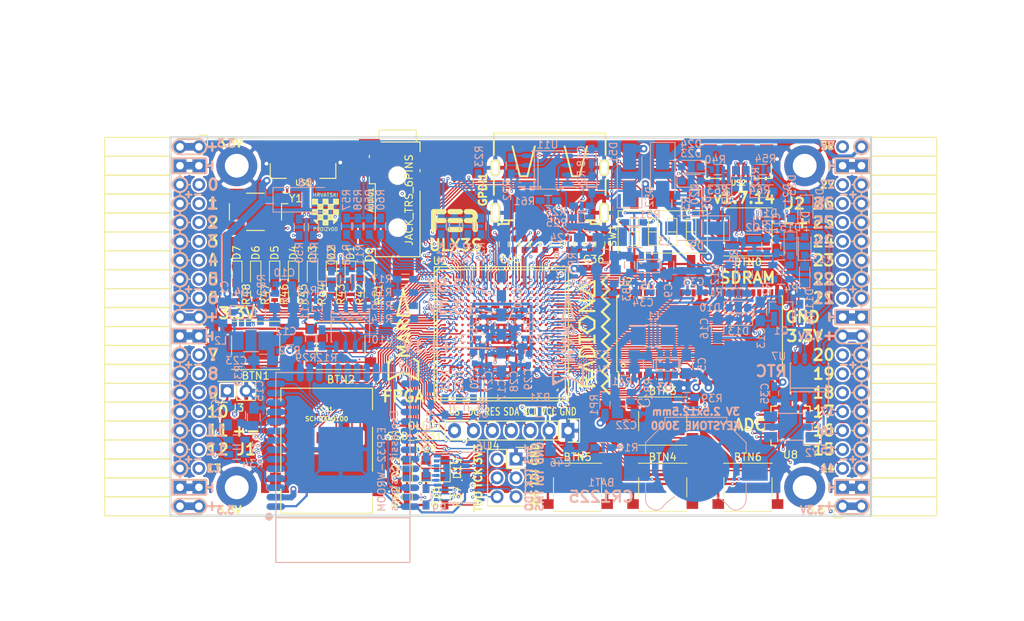
<source format=kicad_pcb>
(kicad_pcb (version 4) (host pcbnew 4.0.7+dfsg1-1)

  (general
    (links 768)
    (no_connects 0)
    (area 93.949999 61.269999 188.230001 112.370001)
    (thickness 1.6)
    (drawings 482)
    (tracks 4734)
    (zones 0)
    (modules 195)
    (nets 266)
  )

  (page A4)
  (layers
    (0 F.Cu signal)
    (1 In1.Cu signal)
    (2 In2.Cu signal)
    (31 B.Cu signal)
    (32 B.Adhes user)
    (33 F.Adhes user)
    (34 B.Paste user)
    (35 F.Paste user)
    (36 B.SilkS user)
    (37 F.SilkS user)
    (38 B.Mask user)
    (39 F.Mask user)
    (40 Dwgs.User user)
    (41 Cmts.User user)
    (42 Eco1.User user)
    (43 Eco2.User user)
    (44 Edge.Cuts user)
    (45 Margin user)
    (46 B.CrtYd user)
    (47 F.CrtYd user)
    (48 B.Fab user)
    (49 F.Fab user)
  )

  (setup
    (last_trace_width 0.3)
    (trace_clearance 0.127)
    (zone_clearance 0.127)
    (zone_45_only no)
    (trace_min 0.127)
    (segment_width 0.2)
    (edge_width 0.2)
    (via_size 0.4)
    (via_drill 0.2)
    (via_min_size 0.4)
    (via_min_drill 0.2)
    (uvia_size 0.3)
    (uvia_drill 0.1)
    (uvias_allowed no)
    (uvia_min_size 0.2)
    (uvia_min_drill 0.1)
    (pcb_text_width 0.3)
    (pcb_text_size 1.5 1.5)
    (mod_edge_width 0.15)
    (mod_text_size 1 1)
    (mod_text_width 0.15)
    (pad_size 1.7272 1.7272)
    (pad_drill 1.016)
    (pad_to_mask_clearance 0.05)
    (aux_axis_origin 94.1 112.22)
    (grid_origin 94.1 112.22)
    (visible_elements 7FFFFFFF)
    (pcbplotparams
      (layerselection 0x310f0_80000007)
      (usegerberextensions true)
      (excludeedgelayer true)
      (linewidth 0.100000)
      (plotframeref false)
      (viasonmask false)
      (mode 1)
      (useauxorigin false)
      (hpglpennumber 1)
      (hpglpenspeed 20)
      (hpglpendiameter 15)
      (hpglpenoverlay 2)
      (psnegative false)
      (psa4output false)
      (plotreference true)
      (plotvalue true)
      (plotinvisibletext false)
      (padsonsilk false)
      (subtractmaskfromsilk false)
      (outputformat 1)
      (mirror false)
      (drillshape 0)
      (scaleselection 1)
      (outputdirectory plot))
  )

  (net 0 "")
  (net 1 GND)
  (net 2 +5V)
  (net 3 /gpio/IN5V)
  (net 4 /gpio/OUT5V)
  (net 5 +3V3)
  (net 6 BTN_D)
  (net 7 BTN_F1)
  (net 8 BTN_F2)
  (net 9 BTN_L)
  (net 10 BTN_R)
  (net 11 BTN_U)
  (net 12 /power/FB1)
  (net 13 +2V5)
  (net 14 /power/PWREN)
  (net 15 /power/FB3)
  (net 16 /power/FB2)
  (net 17 "Net-(D9-Pad1)")
  (net 18 /power/VBAT)
  (net 19 JTAG_TDI)
  (net 20 JTAG_TCK)
  (net 21 JTAG_TMS)
  (net 22 JTAG_TDO)
  (net 23 /power/WAKEUPn)
  (net 24 /power/WKUP)
  (net 25 /power/SHUT)
  (net 26 /power/WAKE)
  (net 27 /power/HOLD)
  (net 28 /power/WKn)
  (net 29 /power/OSCI_32k)
  (net 30 /power/OSCO_32k)
  (net 31 "Net-(Q2-Pad3)")
  (net 32 SHUTDOWN)
  (net 33 /analog/AUDIO_L)
  (net 34 /analog/AUDIO_R)
  (net 35 GPDI_SDA)
  (net 36 GPDI_SCL)
  (net 37 /gpdi/VREF2)
  (net 38 SD_CMD)
  (net 39 SD_CLK)
  (net 40 SD_D0)
  (net 41 SD_D1)
  (net 42 USB5V)
  (net 43 GPDI_CEC)
  (net 44 nRESET)
  (net 45 FTDI_nDTR)
  (net 46 SDRAM_CKE)
  (net 47 SDRAM_A7)
  (net 48 SDRAM_D15)
  (net 49 SDRAM_BA1)
  (net 50 SDRAM_D7)
  (net 51 SDRAM_A6)
  (net 52 SDRAM_CLK)
  (net 53 SDRAM_D13)
  (net 54 SDRAM_BA0)
  (net 55 SDRAM_D6)
  (net 56 SDRAM_A5)
  (net 57 SDRAM_D14)
  (net 58 SDRAM_A11)
  (net 59 SDRAM_D12)
  (net 60 SDRAM_D5)
  (net 61 SDRAM_A4)
  (net 62 SDRAM_A10)
  (net 63 SDRAM_D11)
  (net 64 SDRAM_A3)
  (net 65 SDRAM_D4)
  (net 66 SDRAM_D10)
  (net 67 SDRAM_D9)
  (net 68 SDRAM_A9)
  (net 69 SDRAM_D3)
  (net 70 SDRAM_D8)
  (net 71 SDRAM_A8)
  (net 72 SDRAM_A2)
  (net 73 SDRAM_A1)
  (net 74 SDRAM_A0)
  (net 75 SDRAM_D2)
  (net 76 SDRAM_D1)
  (net 77 SDRAM_D0)
  (net 78 SDRAM_DQM0)
  (net 79 SDRAM_nCS)
  (net 80 SDRAM_nRAS)
  (net 81 SDRAM_DQM1)
  (net 82 SDRAM_nCAS)
  (net 83 SDRAM_nWE)
  (net 84 /flash/FLASH_nWP)
  (net 85 /flash/FLASH_nHOLD)
  (net 86 /flash/FLASH_MOSI)
  (net 87 /flash/FLASH_MISO)
  (net 88 /flash/FLASH_SCK)
  (net 89 /flash/FLASH_nCS)
  (net 90 /flash/FPGA_PROGRAMN)
  (net 91 /flash/FPGA_DONE)
  (net 92 /flash/FPGA_INITN)
  (net 93 OLED_RES)
  (net 94 OLED_DC)
  (net 95 OLED_CS)
  (net 96 WIFI_EN)
  (net 97 FTDI_nRTS)
  (net 98 FTDI_TXD)
  (net 99 FTDI_RXD)
  (net 100 WIFI_RXD)
  (net 101 WIFI_GPIO0)
  (net 102 WIFI_TXD)
  (net 103 USB_FTDI_D+)
  (net 104 USB_FTDI_D-)
  (net 105 SD_D3)
  (net 106 AUDIO_L3)
  (net 107 AUDIO_L2)
  (net 108 AUDIO_L1)
  (net 109 AUDIO_L0)
  (net 110 AUDIO_R3)
  (net 111 AUDIO_R2)
  (net 112 AUDIO_R1)
  (net 113 AUDIO_R0)
  (net 114 OLED_CLK)
  (net 115 OLED_MOSI)
  (net 116 LED0)
  (net 117 LED1)
  (net 118 LED2)
  (net 119 LED3)
  (net 120 LED4)
  (net 121 LED5)
  (net 122 LED6)
  (net 123 LED7)
  (net 124 BTN_PWRn)
  (net 125 FTDI_nTXLED)
  (net 126 FTDI_nSLEEP)
  (net 127 /blinkey/LED_PWREN)
  (net 128 /blinkey/LED_TXLED)
  (net 129 /sdcard/SD3V3)
  (net 130 SD_D2)
  (net 131 CLK_25MHz)
  (net 132 /blinkey/BTNPUL)
  (net 133 /blinkey/BTNPUR)
  (net 134 USB_FPGA_D+)
  (net 135 /power/FTDI_nSUSPEND)
  (net 136 /blinkey/ALED0)
  (net 137 /blinkey/ALED1)
  (net 138 /blinkey/ALED2)
  (net 139 /blinkey/ALED3)
  (net 140 /blinkey/ALED4)
  (net 141 /blinkey/ALED5)
  (net 142 /blinkey/ALED6)
  (net 143 /blinkey/ALED7)
  (net 144 /usb/FTD-)
  (net 145 /usb/FTD+)
  (net 146 ADC_MISO)
  (net 147 ADC_MOSI)
  (net 148 ADC_CSn)
  (net 149 ADC_SCLK)
  (net 150 SW3)
  (net 151 SW2)
  (net 152 SW1)
  (net 153 USB_FPGA_D-)
  (net 154 /usb/FPD+)
  (net 155 /usb/FPD-)
  (net 156 WIFI_GPIO16)
  (net 157 /usb/ANT_433MHz)
  (net 158 /power/PWRBTn)
  (net 159 PROG_DONE)
  (net 160 /power/P3V3)
  (net 161 /power/P2V5)
  (net 162 /power/L1)
  (net 163 /power/L3)
  (net 164 /power/L2)
  (net 165 FTDI_TXDEN)
  (net 166 SDRAM_A12)
  (net 167 /analog/AUDIO_V)
  (net 168 AUDIO_V3)
  (net 169 AUDIO_V2)
  (net 170 AUDIO_V1)
  (net 171 AUDIO_V0)
  (net 172 /blinkey/LED_WIFI)
  (net 173 /power/P1V1)
  (net 174 +1V1)
  (net 175 SW4)
  (net 176 /blinkey/SWPU)
  (net 177 /wifi/WIFIEN)
  (net 178 FT2V5)
  (net 179 GN0)
  (net 180 GP0)
  (net 181 GN1)
  (net 182 GP1)
  (net 183 GN2)
  (net 184 GP2)
  (net 185 GN3)
  (net 186 GP3)
  (net 187 GN4)
  (net 188 GP4)
  (net 189 GN5)
  (net 190 GP5)
  (net 191 GN6)
  (net 192 GP6)
  (net 193 GN14)
  (net 194 GP14)
  (net 195 GN15)
  (net 196 GP15)
  (net 197 GN16)
  (net 198 GP16)
  (net 199 GN17)
  (net 200 GP17)
  (net 201 GN18)
  (net 202 GP18)
  (net 203 GN19)
  (net 204 GP19)
  (net 205 GN20)
  (net 206 GP20)
  (net 207 GN21)
  (net 208 GP21)
  (net 209 GN22)
  (net 210 GP22)
  (net 211 GN23)
  (net 212 GP23)
  (net 213 GN24)
  (net 214 GP24)
  (net 215 GN25)
  (net 216 GP25)
  (net 217 GN26)
  (net 218 GP26)
  (net 219 GN27)
  (net 220 GP27)
  (net 221 GN7)
  (net 222 GP7)
  (net 223 GN8)
  (net 224 GP8)
  (net 225 GN9)
  (net 226 GP9)
  (net 227 GN10)
  (net 228 GP10)
  (net 229 GN11)
  (net 230 GP11)
  (net 231 GN12)
  (net 232 GP12)
  (net 233 GN13)
  (net 234 GP13)
  (net 235 WIFI_GPIO5)
  (net 236 WIFI_GPIO17)
  (net 237 USB_FPGA_PULL_D+)
  (net 238 USB_FPGA_PULL_D-)
  (net 239 "Net-(D23-Pad2)")
  (net 240 "Net-(D24-Pad1)")
  (net 241 "Net-(D25-Pad2)")
  (net 242 "Net-(D26-Pad1)")
  (net 243 /gpdi/GPDI_ETH+)
  (net 244 FPDI_ETH+)
  (net 245 /gpdi/GPDI_ETH-)
  (net 246 FPDI_ETH-)
  (net 247 /gpdi/GPDI_D2-)
  (net 248 FPDI_D2-)
  (net 249 /gpdi/GPDI_D1-)
  (net 250 FPDI_D1-)
  (net 251 /gpdi/GPDI_D0-)
  (net 252 FPDI_D0-)
  (net 253 /gpdi/GPDI_CLK-)
  (net 254 FPDI_CLK-)
  (net 255 /gpdi/GPDI_D2+)
  (net 256 FPDI_D2+)
  (net 257 /gpdi/GPDI_D1+)
  (net 258 FPDI_D1+)
  (net 259 /gpdi/GPDI_D0+)
  (net 260 FPDI_D0+)
  (net 261 /gpdi/GPDI_CLK+)
  (net 262 FPDI_CLK+)
  (net 263 FPDI_SDA)
  (net 264 FPDI_SCL)
  (net 265 /gpdi/FPDI_CEC)

  (net_class Default "This is the default net class."
    (clearance 0.127)
    (trace_width 0.3)
    (via_dia 0.4)
    (via_drill 0.2)
    (uvia_dia 0.3)
    (uvia_drill 0.1)
    (add_net +1V1)
    (add_net +2V5)
    (add_net +3V3)
    (add_net +5V)
    (add_net /analog/AUDIO_L)
    (add_net /analog/AUDIO_R)
    (add_net /analog/AUDIO_V)
    (add_net /blinkey/ALED0)
    (add_net /blinkey/ALED1)
    (add_net /blinkey/ALED2)
    (add_net /blinkey/ALED3)
    (add_net /blinkey/ALED4)
    (add_net /blinkey/ALED5)
    (add_net /blinkey/ALED6)
    (add_net /blinkey/ALED7)
    (add_net /blinkey/BTNPUL)
    (add_net /blinkey/BTNPUR)
    (add_net /blinkey/LED_PWREN)
    (add_net /blinkey/LED_TXLED)
    (add_net /blinkey/LED_WIFI)
    (add_net /blinkey/SWPU)
    (add_net /gpdi/FPDI_CEC)
    (add_net /gpdi/GPDI_CLK+)
    (add_net /gpdi/GPDI_CLK-)
    (add_net /gpdi/GPDI_D0+)
    (add_net /gpdi/GPDI_D0-)
    (add_net /gpdi/GPDI_D1+)
    (add_net /gpdi/GPDI_D1-)
    (add_net /gpdi/GPDI_D2+)
    (add_net /gpdi/GPDI_D2-)
    (add_net /gpdi/GPDI_ETH+)
    (add_net /gpdi/GPDI_ETH-)
    (add_net /gpdi/VREF2)
    (add_net /gpio/IN5V)
    (add_net /gpio/OUT5V)
    (add_net /power/FB1)
    (add_net /power/FB2)
    (add_net /power/FB3)
    (add_net /power/FTDI_nSUSPEND)
    (add_net /power/HOLD)
    (add_net /power/L1)
    (add_net /power/L2)
    (add_net /power/L3)
    (add_net /power/OSCI_32k)
    (add_net /power/OSCO_32k)
    (add_net /power/P1V1)
    (add_net /power/P2V5)
    (add_net /power/P3V3)
    (add_net /power/PWRBTn)
    (add_net /power/PWREN)
    (add_net /power/SHUT)
    (add_net /power/VBAT)
    (add_net /power/WAKE)
    (add_net /power/WAKEUPn)
    (add_net /power/WKUP)
    (add_net /power/WKn)
    (add_net /sdcard/SD3V3)
    (add_net /usb/ANT_433MHz)
    (add_net /usb/FPD+)
    (add_net /usb/FPD-)
    (add_net /usb/FTD+)
    (add_net /usb/FTD-)
    (add_net /wifi/WIFIEN)
    (add_net FPDI_CLK+)
    (add_net FPDI_CLK-)
    (add_net FPDI_D0+)
    (add_net FPDI_D0-)
    (add_net FPDI_D1+)
    (add_net FPDI_D1-)
    (add_net FPDI_D2+)
    (add_net FPDI_D2-)
    (add_net FPDI_ETH+)
    (add_net FPDI_ETH-)
    (add_net FPDI_SCL)
    (add_net FPDI_SDA)
    (add_net FT2V5)
    (add_net GND)
    (add_net "Net-(D23-Pad2)")
    (add_net "Net-(D24-Pad1)")
    (add_net "Net-(D25-Pad2)")
    (add_net "Net-(D26-Pad1)")
    (add_net "Net-(D9-Pad1)")
    (add_net "Net-(Q2-Pad3)")
    (add_net SW4)
    (add_net USB5V)
  )

  (net_class BGA ""
    (clearance 0.127)
    (trace_width 0.19)
    (via_dia 0.4)
    (via_drill 0.2)
    (uvia_dia 0.3)
    (uvia_drill 0.1)
    (add_net /flash/FLASH_MISO)
    (add_net /flash/FLASH_MOSI)
    (add_net /flash/FLASH_SCK)
    (add_net /flash/FLASH_nCS)
    (add_net /flash/FLASH_nHOLD)
    (add_net /flash/FLASH_nWP)
    (add_net /flash/FPGA_DONE)
    (add_net /flash/FPGA_INITN)
    (add_net /flash/FPGA_PROGRAMN)
    (add_net ADC_CSn)
    (add_net ADC_MISO)
    (add_net ADC_MOSI)
    (add_net ADC_SCLK)
    (add_net AUDIO_L0)
    (add_net AUDIO_L1)
    (add_net AUDIO_L2)
    (add_net AUDIO_L3)
    (add_net AUDIO_R0)
    (add_net AUDIO_R1)
    (add_net AUDIO_R2)
    (add_net AUDIO_R3)
    (add_net AUDIO_V0)
    (add_net AUDIO_V1)
    (add_net AUDIO_V2)
    (add_net AUDIO_V3)
    (add_net BTN_D)
    (add_net BTN_F1)
    (add_net BTN_F2)
    (add_net BTN_L)
    (add_net BTN_PWRn)
    (add_net BTN_R)
    (add_net BTN_U)
    (add_net CLK_25MHz)
    (add_net FTDI_RXD)
    (add_net FTDI_TXD)
    (add_net FTDI_TXDEN)
    (add_net FTDI_nDTR)
    (add_net FTDI_nRTS)
    (add_net FTDI_nSLEEP)
    (add_net FTDI_nTXLED)
    (add_net GN0)
    (add_net GN1)
    (add_net GN10)
    (add_net GN11)
    (add_net GN12)
    (add_net GN13)
    (add_net GN14)
    (add_net GN15)
    (add_net GN16)
    (add_net GN17)
    (add_net GN18)
    (add_net GN19)
    (add_net GN2)
    (add_net GN20)
    (add_net GN21)
    (add_net GN22)
    (add_net GN23)
    (add_net GN24)
    (add_net GN25)
    (add_net GN26)
    (add_net GN27)
    (add_net GN3)
    (add_net GN4)
    (add_net GN5)
    (add_net GN6)
    (add_net GN7)
    (add_net GN8)
    (add_net GN9)
    (add_net GP0)
    (add_net GP1)
    (add_net GP10)
    (add_net GP11)
    (add_net GP12)
    (add_net GP13)
    (add_net GP14)
    (add_net GP15)
    (add_net GP16)
    (add_net GP17)
    (add_net GP18)
    (add_net GP19)
    (add_net GP2)
    (add_net GP20)
    (add_net GP21)
    (add_net GP22)
    (add_net GP23)
    (add_net GP24)
    (add_net GP25)
    (add_net GP26)
    (add_net GP27)
    (add_net GP3)
    (add_net GP4)
    (add_net GP5)
    (add_net GP6)
    (add_net GP7)
    (add_net GP8)
    (add_net GP9)
    (add_net GPDI_CEC)
    (add_net GPDI_SCL)
    (add_net GPDI_SDA)
    (add_net JTAG_TCK)
    (add_net JTAG_TDI)
    (add_net JTAG_TDO)
    (add_net JTAG_TMS)
    (add_net LED0)
    (add_net LED1)
    (add_net LED2)
    (add_net LED3)
    (add_net LED4)
    (add_net LED5)
    (add_net LED6)
    (add_net LED7)
    (add_net OLED_CLK)
    (add_net OLED_CS)
    (add_net OLED_DC)
    (add_net OLED_MOSI)
    (add_net OLED_RES)
    (add_net PROG_DONE)
    (add_net SDRAM_A0)
    (add_net SDRAM_A1)
    (add_net SDRAM_A10)
    (add_net SDRAM_A11)
    (add_net SDRAM_A12)
    (add_net SDRAM_A2)
    (add_net SDRAM_A3)
    (add_net SDRAM_A4)
    (add_net SDRAM_A5)
    (add_net SDRAM_A6)
    (add_net SDRAM_A7)
    (add_net SDRAM_A8)
    (add_net SDRAM_A9)
    (add_net SDRAM_BA0)
    (add_net SDRAM_BA1)
    (add_net SDRAM_CKE)
    (add_net SDRAM_CLK)
    (add_net SDRAM_D0)
    (add_net SDRAM_D1)
    (add_net SDRAM_D10)
    (add_net SDRAM_D11)
    (add_net SDRAM_D12)
    (add_net SDRAM_D13)
    (add_net SDRAM_D14)
    (add_net SDRAM_D15)
    (add_net SDRAM_D2)
    (add_net SDRAM_D3)
    (add_net SDRAM_D4)
    (add_net SDRAM_D5)
    (add_net SDRAM_D6)
    (add_net SDRAM_D7)
    (add_net SDRAM_D8)
    (add_net SDRAM_D9)
    (add_net SDRAM_DQM0)
    (add_net SDRAM_DQM1)
    (add_net SDRAM_nCAS)
    (add_net SDRAM_nCS)
    (add_net SDRAM_nRAS)
    (add_net SDRAM_nWE)
    (add_net SD_CLK)
    (add_net SD_CMD)
    (add_net SD_D0)
    (add_net SD_D1)
    (add_net SD_D2)
    (add_net SD_D3)
    (add_net SHUTDOWN)
    (add_net SW1)
    (add_net SW2)
    (add_net SW3)
    (add_net USB_FPGA_D+)
    (add_net USB_FPGA_D-)
    (add_net USB_FPGA_PULL_D+)
    (add_net USB_FPGA_PULL_D-)
    (add_net USB_FTDI_D+)
    (add_net USB_FTDI_D-)
    (add_net WIFI_EN)
    (add_net WIFI_GPIO0)
    (add_net WIFI_GPIO16)
    (add_net WIFI_GPIO17)
    (add_net WIFI_GPIO5)
    (add_net WIFI_RXD)
    (add_net WIFI_TXD)
    (add_net nRESET)
  )

  (net_class Minimal ""
    (clearance 0.127)
    (trace_width 0.127)
    (via_dia 0.4)
    (via_drill 0.2)
    (uvia_dia 0.3)
    (uvia_drill 0.1)
  )

  (module Socket_Strips:Socket_Strip_Angled_2x20 (layer F.Cu) (tedit 5A2B354F) (tstamp 58E6BE3D)
    (at 97.91 62.69 270)
    (descr "Through hole socket strip")
    (tags "socket strip")
    (path /56AC389C/58E6B835)
    (fp_text reference J1 (at 40.64 -6.35 360) (layer F.SilkS)
      (effects (font (size 1.5 1.5) (thickness 0.3)))
    )
    (fp_text value CONN_02X20 (at 0 -2.6 270) (layer F.Fab) hide
      (effects (font (size 1 1) (thickness 0.15)))
    )
    (fp_line (start -1.75 -1.35) (end -1.75 13.15) (layer F.CrtYd) (width 0.05))
    (fp_line (start 50.05 -1.35) (end 50.05 13.15) (layer F.CrtYd) (width 0.05))
    (fp_line (start -1.75 -1.35) (end 50.05 -1.35) (layer F.CrtYd) (width 0.05))
    (fp_line (start -1.75 13.15) (end 50.05 13.15) (layer F.CrtYd) (width 0.05))
    (fp_line (start 49.53 12.64) (end 49.53 3.81) (layer F.SilkS) (width 0.15))
    (fp_line (start 46.99 12.64) (end 49.53 12.64) (layer F.SilkS) (width 0.15))
    (fp_line (start 46.99 3.81) (end 49.53 3.81) (layer F.SilkS) (width 0.15))
    (fp_line (start 49.53 3.81) (end 49.53 12.64) (layer F.SilkS) (width 0.15))
    (fp_line (start 46.99 3.81) (end 46.99 12.64) (layer F.SilkS) (width 0.15))
    (fp_line (start 44.45 3.81) (end 46.99 3.81) (layer F.SilkS) (width 0.15))
    (fp_line (start 44.45 12.64) (end 46.99 12.64) (layer F.SilkS) (width 0.15))
    (fp_line (start 46.99 12.64) (end 46.99 3.81) (layer F.SilkS) (width 0.15))
    (fp_line (start 29.21 12.64) (end 29.21 3.81) (layer F.SilkS) (width 0.15))
    (fp_line (start 26.67 12.64) (end 29.21 12.64) (layer F.SilkS) (width 0.15))
    (fp_line (start 26.67 3.81) (end 29.21 3.81) (layer F.SilkS) (width 0.15))
    (fp_line (start 29.21 3.81) (end 29.21 12.64) (layer F.SilkS) (width 0.15))
    (fp_line (start 31.75 3.81) (end 31.75 12.64) (layer F.SilkS) (width 0.15))
    (fp_line (start 29.21 3.81) (end 31.75 3.81) (layer F.SilkS) (width 0.15))
    (fp_line (start 29.21 12.64) (end 31.75 12.64) (layer F.SilkS) (width 0.15))
    (fp_line (start 31.75 12.64) (end 31.75 3.81) (layer F.SilkS) (width 0.15))
    (fp_line (start 44.45 12.64) (end 44.45 3.81) (layer F.SilkS) (width 0.15))
    (fp_line (start 41.91 12.64) (end 44.45 12.64) (layer F.SilkS) (width 0.15))
    (fp_line (start 41.91 3.81) (end 44.45 3.81) (layer F.SilkS) (width 0.15))
    (fp_line (start 44.45 3.81) (end 44.45 12.64) (layer F.SilkS) (width 0.15))
    (fp_line (start 41.91 3.81) (end 41.91 12.64) (layer F.SilkS) (width 0.15))
    (fp_line (start 39.37 3.81) (end 41.91 3.81) (layer F.SilkS) (width 0.15))
    (fp_line (start 39.37 12.64) (end 41.91 12.64) (layer F.SilkS) (width 0.15))
    (fp_line (start 41.91 12.64) (end 41.91 3.81) (layer F.SilkS) (width 0.15))
    (fp_line (start 39.37 12.64) (end 39.37 3.81) (layer F.SilkS) (width 0.15))
    (fp_line (start 36.83 12.64) (end 39.37 12.64) (layer F.SilkS) (width 0.15))
    (fp_line (start 36.83 3.81) (end 39.37 3.81) (layer F.SilkS) (width 0.15))
    (fp_line (start 39.37 3.81) (end 39.37 12.64) (layer F.SilkS) (width 0.15))
    (fp_line (start 36.83 3.81) (end 36.83 12.64) (layer F.SilkS) (width 0.15))
    (fp_line (start 34.29 3.81) (end 36.83 3.81) (layer F.SilkS) (width 0.15))
    (fp_line (start 34.29 12.64) (end 36.83 12.64) (layer F.SilkS) (width 0.15))
    (fp_line (start 36.83 12.64) (end 36.83 3.81) (layer F.SilkS) (width 0.15))
    (fp_line (start 34.29 12.64) (end 34.29 3.81) (layer F.SilkS) (width 0.15))
    (fp_line (start 31.75 12.64) (end 34.29 12.64) (layer F.SilkS) (width 0.15))
    (fp_line (start 31.75 3.81) (end 34.29 3.81) (layer F.SilkS) (width 0.15))
    (fp_line (start 34.29 3.81) (end 34.29 12.64) (layer F.SilkS) (width 0.15))
    (fp_line (start 16.51 3.81) (end 16.51 12.64) (layer F.SilkS) (width 0.15))
    (fp_line (start 13.97 3.81) (end 16.51 3.81) (layer F.SilkS) (width 0.15))
    (fp_line (start 13.97 12.64) (end 16.51 12.64) (layer F.SilkS) (width 0.15))
    (fp_line (start 16.51 12.64) (end 16.51 3.81) (layer F.SilkS) (width 0.15))
    (fp_line (start 19.05 12.64) (end 19.05 3.81) (layer F.SilkS) (width 0.15))
    (fp_line (start 16.51 12.64) (end 19.05 12.64) (layer F.SilkS) (width 0.15))
    (fp_line (start 16.51 3.81) (end 19.05 3.81) (layer F.SilkS) (width 0.15))
    (fp_line (start 19.05 3.81) (end 19.05 12.64) (layer F.SilkS) (width 0.15))
    (fp_line (start 21.59 3.81) (end 21.59 12.64) (layer F.SilkS) (width 0.15))
    (fp_line (start 19.05 3.81) (end 21.59 3.81) (layer F.SilkS) (width 0.15))
    (fp_line (start 19.05 12.64) (end 21.59 12.64) (layer F.SilkS) (width 0.15))
    (fp_line (start 21.59 12.64) (end 21.59 3.81) (layer F.SilkS) (width 0.15))
    (fp_line (start 24.13 12.64) (end 24.13 3.81) (layer F.SilkS) (width 0.15))
    (fp_line (start 21.59 12.64) (end 24.13 12.64) (layer F.SilkS) (width 0.15))
    (fp_line (start 21.59 3.81) (end 24.13 3.81) (layer F.SilkS) (width 0.15))
    (fp_line (start 24.13 3.81) (end 24.13 12.64) (layer F.SilkS) (width 0.15))
    (fp_line (start 26.67 3.81) (end 26.67 12.64) (layer F.SilkS) (width 0.15))
    (fp_line (start 24.13 3.81) (end 26.67 3.81) (layer F.SilkS) (width 0.15))
    (fp_line (start 24.13 12.64) (end 26.67 12.64) (layer F.SilkS) (width 0.15))
    (fp_line (start 26.67 12.64) (end 26.67 3.81) (layer F.SilkS) (width 0.15))
    (fp_line (start 13.97 12.64) (end 13.97 3.81) (layer F.SilkS) (width 0.15))
    (fp_line (start 11.43 12.64) (end 13.97 12.64) (layer F.SilkS) (width 0.15))
    (fp_line (start 11.43 3.81) (end 13.97 3.81) (layer F.SilkS) (width 0.15))
    (fp_line (start 13.97 3.81) (end 13.97 12.64) (layer F.SilkS) (width 0.15))
    (fp_line (start 11.43 3.81) (end 11.43 12.64) (layer F.SilkS) (width 0.15))
    (fp_line (start 8.89 3.81) (end 11.43 3.81) (layer F.SilkS) (width 0.15))
    (fp_line (start 8.89 12.64) (end 11.43 12.64) (layer F.SilkS) (width 0.15))
    (fp_line (start 11.43 12.64) (end 11.43 3.81) (layer F.SilkS) (width 0.15))
    (fp_line (start 8.89 12.64) (end 8.89 3.81) (layer F.SilkS) (width 0.15))
    (fp_line (start 6.35 12.64) (end 8.89 12.64) (layer F.SilkS) (width 0.15))
    (fp_line (start 6.35 3.81) (end 8.89 3.81) (layer F.SilkS) (width 0.15))
    (fp_line (start 8.89 3.81) (end 8.89 12.64) (layer F.SilkS) (width 0.15))
    (fp_line (start 6.35 3.81) (end 6.35 12.64) (layer F.SilkS) (width 0.15))
    (fp_line (start 3.81 3.81) (end 6.35 3.81) (layer F.SilkS) (width 0.15))
    (fp_line (start 3.81 12.64) (end 6.35 12.64) (layer F.SilkS) (width 0.15))
    (fp_line (start 6.35 12.64) (end 6.35 3.81) (layer F.SilkS) (width 0.15))
    (fp_line (start 3.81 12.64) (end 3.81 3.81) (layer F.SilkS) (width 0.15))
    (fp_line (start 1.27 12.64) (end 3.81 12.64) (layer F.SilkS) (width 0.15))
    (fp_line (start 1.27 3.81) (end 3.81 3.81) (layer F.SilkS) (width 0.15))
    (fp_line (start 3.81 3.81) (end 3.81 12.64) (layer F.SilkS) (width 0.15))
    (fp_line (start 1.27 3.81) (end 1.27 12.64) (layer F.SilkS) (width 0.15))
    (fp_line (start -1.27 3.81) (end 1.27 3.81) (layer F.SilkS) (width 0.15))
    (fp_line (start 0 -1.15) (end -1.55 -1.15) (layer F.SilkS) (width 0.15))
    (fp_line (start -1.55 -1.15) (end -1.55 0) (layer F.SilkS) (width 0.15))
    (fp_line (start -1.27 3.81) (end -1.27 12.64) (layer F.SilkS) (width 0.15))
    (fp_line (start -1.27 12.64) (end 1.27 12.64) (layer F.SilkS) (width 0.15))
    (fp_line (start 1.27 12.64) (end 1.27 3.81) (layer F.SilkS) (width 0.15))
    (pad 1 thru_hole oval (at 0 0 270) (size 1.7272 1.7272) (drill 1.016) (layers *.Cu *.Mask)
      (net 5 +3V3))
    (pad 2 thru_hole oval (at 0 2.54 270) (size 1.7272 1.7272) (drill 1.016) (layers *.Cu *.Mask)
      (net 5 +3V3))
    (pad 3 thru_hole rect (at 2.54 0 270) (size 1.7272 1.7272) (drill 1.016) (layers *.Cu *.Mask)
      (net 1 GND))
    (pad 4 thru_hole rect (at 2.54 2.54 270) (size 1.7272 1.7272) (drill 1.016) (layers *.Cu *.Mask)
      (net 1 GND))
    (pad 5 thru_hole oval (at 5.08 0 270) (size 1.7272 1.7272) (drill 1.016) (layers *.Cu *.Mask)
      (net 179 GN0))
    (pad 6 thru_hole oval (at 5.08 2.54 270) (size 1.7272 1.7272) (drill 1.016) (layers *.Cu *.Mask)
      (net 180 GP0))
    (pad 7 thru_hole oval (at 7.62 0 270) (size 1.7272 1.7272) (drill 1.016) (layers *.Cu *.Mask)
      (net 181 GN1))
    (pad 8 thru_hole oval (at 7.62 2.54 270) (size 1.7272 1.7272) (drill 1.016) (layers *.Cu *.Mask)
      (net 182 GP1))
    (pad 9 thru_hole oval (at 10.16 0 270) (size 1.7272 1.7272) (drill 1.016) (layers *.Cu *.Mask)
      (net 183 GN2))
    (pad 10 thru_hole oval (at 10.16 2.54 270) (size 1.7272 1.7272) (drill 1.016) (layers *.Cu *.Mask)
      (net 184 GP2))
    (pad 11 thru_hole oval (at 12.7 0 270) (size 1.7272 1.7272) (drill 1.016) (layers *.Cu *.Mask)
      (net 185 GN3))
    (pad 12 thru_hole oval (at 12.7 2.54 270) (size 1.7272 1.7272) (drill 1.016) (layers *.Cu *.Mask)
      (net 186 GP3))
    (pad 13 thru_hole oval (at 15.24 0 270) (size 1.7272 1.7272) (drill 1.016) (layers *.Cu *.Mask)
      (net 187 GN4))
    (pad 14 thru_hole oval (at 15.24 2.54 270) (size 1.7272 1.7272) (drill 1.016) (layers *.Cu *.Mask)
      (net 188 GP4))
    (pad 15 thru_hole oval (at 17.78 0 270) (size 1.7272 1.7272) (drill 1.016) (layers *.Cu *.Mask)
      (net 189 GN5))
    (pad 16 thru_hole oval (at 17.78 2.54 270) (size 1.7272 1.7272) (drill 1.016) (layers *.Cu *.Mask)
      (net 190 GP5))
    (pad 17 thru_hole oval (at 20.32 0 270) (size 1.7272 1.7272) (drill 1.016) (layers *.Cu *.Mask)
      (net 191 GN6))
    (pad 18 thru_hole oval (at 20.32 2.54 270) (size 1.7272 1.7272) (drill 1.016) (layers *.Cu *.Mask)
      (net 192 GP6))
    (pad 19 thru_hole oval (at 22.86 0 270) (size 1.7272 1.7272) (drill 1.016) (layers *.Cu *.Mask)
      (net 5 +3V3))
    (pad 20 thru_hole oval (at 22.86 2.54 270) (size 1.7272 1.7272) (drill 1.016) (layers *.Cu *.Mask)
      (net 5 +3V3))
    (pad 21 thru_hole rect (at 25.4 0 270) (size 1.7272 1.7272) (drill 1.016) (layers *.Cu *.Mask)
      (net 1 GND))
    (pad 22 thru_hole rect (at 25.4 2.54 270) (size 1.7272 1.7272) (drill 1.016) (layers *.Cu *.Mask)
      (net 1 GND))
    (pad 23 thru_hole oval (at 27.94 0 270) (size 1.7272 1.7272) (drill 1.016) (layers *.Cu *.Mask)
      (net 221 GN7))
    (pad 24 thru_hole oval (at 27.94 2.54 270) (size 1.7272 1.7272) (drill 1.016) (layers *.Cu *.Mask)
      (net 222 GP7))
    (pad 25 thru_hole oval (at 30.48 0 270) (size 1.7272 1.7272) (drill 1.016) (layers *.Cu *.Mask)
      (net 223 GN8))
    (pad 26 thru_hole oval (at 30.48 2.54 270) (size 1.7272 1.7272) (drill 1.016) (layers *.Cu *.Mask)
      (net 224 GP8))
    (pad 27 thru_hole oval (at 33.02 0 270) (size 1.7272 1.7272) (drill 1.016) (layers *.Cu *.Mask)
      (net 225 GN9))
    (pad 28 thru_hole oval (at 33.02 2.54 270) (size 1.7272 1.7272) (drill 1.016) (layers *.Cu *.Mask)
      (net 226 GP9))
    (pad 29 thru_hole oval (at 35.56 0 270) (size 1.7272 1.7272) (drill 1.016) (layers *.Cu *.Mask)
      (net 227 GN10))
    (pad 30 thru_hole oval (at 35.56 2.54 270) (size 1.7272 1.7272) (drill 1.016) (layers *.Cu *.Mask)
      (net 228 GP10))
    (pad 31 thru_hole oval (at 38.1 0 270) (size 1.7272 1.7272) (drill 1.016) (layers *.Cu *.Mask)
      (net 229 GN11))
    (pad 32 thru_hole oval (at 38.1 2.54 270) (size 1.7272 1.7272) (drill 1.016) (layers *.Cu *.Mask)
      (net 230 GP11))
    (pad 33 thru_hole oval (at 40.64 0 270) (size 1.7272 1.7272) (drill 1.016) (layers *.Cu *.Mask)
      (net 231 GN12))
    (pad 34 thru_hole oval (at 40.64 2.54 270) (size 1.7272 1.7272) (drill 1.016) (layers *.Cu *.Mask)
      (net 232 GP12))
    (pad 35 thru_hole oval (at 43.18 0 270) (size 1.7272 1.7272) (drill 1.016) (layers *.Cu *.Mask)
      (net 233 GN13))
    (pad 36 thru_hole oval (at 43.18 2.54 270) (size 1.7272 1.7272) (drill 1.016) (layers *.Cu *.Mask)
      (net 234 GP13))
    (pad 37 thru_hole rect (at 45.72 0 270) (size 1.7272 1.7272) (drill 1.016) (layers *.Cu *.Mask)
      (net 1 GND))
    (pad 38 thru_hole rect (at 45.72 2.54 270) (size 1.7272 1.7272) (drill 1.016) (layers *.Cu *.Mask)
      (net 1 GND))
    (pad 39 thru_hole oval (at 48.26 0 270) (size 1.7272 1.7272) (drill 1.016) (layers *.Cu *.Mask)
      (net 5 +3V3))
    (pad 40 thru_hole oval (at 48.26 2.54 270) (size 1.7272 1.7272) (drill 1.016) (layers *.Cu *.Mask)
      (net 5 +3V3))
    (model Socket_Strips.3dshapes/Socket_Strip_Angled_2x20.wrl
      (at (xyz 0.95 -0.05 0))
      (scale (xyz 1 1 1))
      (rotate (xyz 0 0 180))
    )
  )

  (module SMD_Packages:1Pin (layer F.Cu) (tedit 59F891E7) (tstamp 59C3DCCD)
    (at 182.67515 111.637626)
    (descr "module 1 pin (ou trou mecanique de percage)")
    (tags DEV)
    (path /58D6BF46/59C3AE47)
    (fp_text reference AE1 (at -3.236 3.798) (layer F.SilkS) hide
      (effects (font (size 1 1) (thickness 0.15)))
    )
    (fp_text value 433MHz (at 2.606 3.798) (layer F.Fab) hide
      (effects (font (size 1 1) (thickness 0.15)))
    )
    (pad 1 smd rect (at 0 0) (size 0.5 0.5) (layers B.Cu F.Paste F.Mask)
      (net 157 /usb/ANT_433MHz))
  )

  (module Resistors_SMD:R_0603_HandSoldering (layer B.Cu) (tedit 58307AEF) (tstamp 590C5C33)
    (at 103.498 98.758 90)
    (descr "Resistor SMD 0603, hand soldering")
    (tags "resistor 0603")
    (path /58DA7327/590C5D62)
    (attr smd)
    (fp_text reference R38 (at 5.334 -0.254 90) (layer B.SilkS)
      (effects (font (size 1 1) (thickness 0.15)) (justify mirror))
    )
    (fp_text value 0.47 (at 3.386 0 90) (layer B.Fab)
      (effects (font (size 1 1) (thickness 0.15)) (justify mirror))
    )
    (fp_line (start -0.8 -0.4) (end -0.8 0.4) (layer B.Fab) (width 0.1))
    (fp_line (start 0.8 -0.4) (end -0.8 -0.4) (layer B.Fab) (width 0.1))
    (fp_line (start 0.8 0.4) (end 0.8 -0.4) (layer B.Fab) (width 0.1))
    (fp_line (start -0.8 0.4) (end 0.8 0.4) (layer B.Fab) (width 0.1))
    (fp_line (start -2 0.8) (end 2 0.8) (layer B.CrtYd) (width 0.05))
    (fp_line (start -2 -0.8) (end 2 -0.8) (layer B.CrtYd) (width 0.05))
    (fp_line (start -2 0.8) (end -2 -0.8) (layer B.CrtYd) (width 0.05))
    (fp_line (start 2 0.8) (end 2 -0.8) (layer B.CrtYd) (width 0.05))
    (fp_line (start 0.5 -0.675) (end -0.5 -0.675) (layer B.SilkS) (width 0.15))
    (fp_line (start -0.5 0.675) (end 0.5 0.675) (layer B.SilkS) (width 0.15))
    (pad 1 smd rect (at -1.1 0 90) (size 1.2 0.9) (layers B.Cu B.Paste B.Mask)
      (net 129 /sdcard/SD3V3))
    (pad 2 smd rect (at 1.1 0 90) (size 1.2 0.9) (layers B.Cu B.Paste B.Mask)
      (net 5 +3V3))
    (model Resistors_SMD.3dshapes/R_0603_HandSoldering.wrl
      (at (xyz 0 0 0))
      (scale (xyz 1 1 1))
      (rotate (xyz 0 0 0))
    )
    (model Resistors_SMD.3dshapes/R_0603.wrl
      (at (xyz 0 0 0))
      (scale (xyz 1 1 1))
      (rotate (xyz 0 0 0))
    )
  )

  (module Diodes_SMD:D_SMA_Handsoldering (layer B.Cu) (tedit 59D564F6) (tstamp 59D3C50D)
    (at 155.695 66.5 90)
    (descr "Diode SMA (DO-214AC) Handsoldering")
    (tags "Diode SMA (DO-214AC) Handsoldering")
    (path /56AC389C/56AC483B)
    (attr smd)
    (fp_text reference D51 (at 3.048 -2.159 90) (layer B.SilkS)
      (effects (font (size 1 1) (thickness 0.15)) (justify mirror))
    )
    (fp_text value STPS2L30AF (at 0 -2.6 90) (layer B.Fab) hide
      (effects (font (size 1 1) (thickness 0.15)) (justify mirror))
    )
    (fp_text user %R (at 3.048 -2.159 90) (layer B.Fab) hide
      (effects (font (size 1 1) (thickness 0.15)) (justify mirror))
    )
    (fp_line (start -4.4 1.65) (end -4.4 -1.65) (layer B.SilkS) (width 0.12))
    (fp_line (start 2.3 -1.5) (end -2.3 -1.5) (layer B.Fab) (width 0.1))
    (fp_line (start -2.3 -1.5) (end -2.3 1.5) (layer B.Fab) (width 0.1))
    (fp_line (start 2.3 1.5) (end 2.3 -1.5) (layer B.Fab) (width 0.1))
    (fp_line (start 2.3 1.5) (end -2.3 1.5) (layer B.Fab) (width 0.1))
    (fp_line (start -4.5 1.75) (end 4.5 1.75) (layer B.CrtYd) (width 0.05))
    (fp_line (start 4.5 1.75) (end 4.5 -1.75) (layer B.CrtYd) (width 0.05))
    (fp_line (start 4.5 -1.75) (end -4.5 -1.75) (layer B.CrtYd) (width 0.05))
    (fp_line (start -4.5 -1.75) (end -4.5 1.75) (layer B.CrtYd) (width 0.05))
    (fp_line (start -0.64944 -0.00102) (end -1.55114 -0.00102) (layer B.Fab) (width 0.1))
    (fp_line (start 0.50118 -0.00102) (end 1.4994 -0.00102) (layer B.Fab) (width 0.1))
    (fp_line (start -0.64944 0.79908) (end -0.64944 -0.80112) (layer B.Fab) (width 0.1))
    (fp_line (start 0.50118 -0.75032) (end 0.50118 0.79908) (layer B.Fab) (width 0.1))
    (fp_line (start -0.64944 -0.00102) (end 0.50118 -0.75032) (layer B.Fab) (width 0.1))
    (fp_line (start -0.64944 -0.00102) (end 0.50118 0.79908) (layer B.Fab) (width 0.1))
    (fp_line (start -4.4 -1.65) (end 2.5 -1.65) (layer B.SilkS) (width 0.12))
    (fp_line (start -4.4 1.65) (end 2.5 1.65) (layer B.SilkS) (width 0.12))
    (pad 1 smd rect (at -2.5 0 90) (size 3.5 1.8) (layers B.Cu B.Paste B.Mask)
      (net 2 +5V))
    (pad 2 smd rect (at 2.5 0 90) (size 3.5 1.8) (layers B.Cu B.Paste B.Mask)
      (net 3 /gpio/IN5V))
    (model ${KISYS3DMOD}/Diodes_SMD.3dshapes/D_SMA.wrl
      (at (xyz 0 0 0))
      (scale (xyz 1 1 1))
      (rotate (xyz 0 0 0))
    )
  )

  (module Resistors_SMD:R_0603_HandSoldering (layer B.Cu) (tedit 58307AEF) (tstamp 595B8F7A)
    (at 156.33 72.85 180)
    (descr "Resistor SMD 0603, hand soldering")
    (tags "resistor 0603")
    (path /58D6547C/595B9C2F)
    (attr smd)
    (fp_text reference R51 (at -2.0955 1.0795 180) (layer B.SilkS)
      (effects (font (size 1 1) (thickness 0.15)) (justify mirror))
    )
    (fp_text value 150 (at 3.556 -0.508 180) (layer B.Fab)
      (effects (font (size 1 1) (thickness 0.15)) (justify mirror))
    )
    (fp_line (start -0.8 -0.4) (end -0.8 0.4) (layer B.Fab) (width 0.1))
    (fp_line (start 0.8 -0.4) (end -0.8 -0.4) (layer B.Fab) (width 0.1))
    (fp_line (start 0.8 0.4) (end 0.8 -0.4) (layer B.Fab) (width 0.1))
    (fp_line (start -0.8 0.4) (end 0.8 0.4) (layer B.Fab) (width 0.1))
    (fp_line (start -2 0.8) (end 2 0.8) (layer B.CrtYd) (width 0.05))
    (fp_line (start -2 -0.8) (end 2 -0.8) (layer B.CrtYd) (width 0.05))
    (fp_line (start -2 0.8) (end -2 -0.8) (layer B.CrtYd) (width 0.05))
    (fp_line (start 2 0.8) (end 2 -0.8) (layer B.CrtYd) (width 0.05))
    (fp_line (start 0.5 -0.675) (end -0.5 -0.675) (layer B.SilkS) (width 0.15))
    (fp_line (start -0.5 0.675) (end 0.5 0.675) (layer B.SilkS) (width 0.15))
    (pad 1 smd rect (at -1.1 0 180) (size 1.2 0.9) (layers B.Cu B.Paste B.Mask)
      (net 5 +3V3))
    (pad 2 smd rect (at 1.1 0 180) (size 1.2 0.9) (layers B.Cu B.Paste B.Mask)
      (net 176 /blinkey/SWPU))
    (model Resistors_SMD.3dshapes/R_0603.wrl
      (at (xyz 0 0 0))
      (scale (xyz 1 1 1))
      (rotate (xyz 0 0 0))
    )
  )

  (module Resistors_SMD:R_1210_HandSoldering (layer B.Cu) (tedit 58307C8D) (tstamp 58D58A37)
    (at 158.87 88.09 180)
    (descr "Resistor SMD 1210, hand soldering")
    (tags "resistor 1210")
    (path /58D51CAD/5A73C9EB)
    (attr smd)
    (fp_text reference L1 (at 0 2.7 180) (layer B.SilkS)
      (effects (font (size 1 1) (thickness 0.15)) (justify mirror))
    )
    (fp_text value 2.2uH (at 0 2.032 180) (layer B.Fab)
      (effects (font (size 1 1) (thickness 0.15)) (justify mirror))
    )
    (fp_line (start -1.6 -1.25) (end -1.6 1.25) (layer B.Fab) (width 0.1))
    (fp_line (start 1.6 -1.25) (end -1.6 -1.25) (layer B.Fab) (width 0.1))
    (fp_line (start 1.6 1.25) (end 1.6 -1.25) (layer B.Fab) (width 0.1))
    (fp_line (start -1.6 1.25) (end 1.6 1.25) (layer B.Fab) (width 0.1))
    (fp_line (start -3.3 1.6) (end 3.3 1.6) (layer B.CrtYd) (width 0.05))
    (fp_line (start -3.3 -1.6) (end 3.3 -1.6) (layer B.CrtYd) (width 0.05))
    (fp_line (start -3.3 1.6) (end -3.3 -1.6) (layer B.CrtYd) (width 0.05))
    (fp_line (start 3.3 1.6) (end 3.3 -1.6) (layer B.CrtYd) (width 0.05))
    (fp_line (start 1 -1.475) (end -1 -1.475) (layer B.SilkS) (width 0.15))
    (fp_line (start -1 1.475) (end 1 1.475) (layer B.SilkS) (width 0.15))
    (pad 1 smd rect (at -2 0 180) (size 2 2.5) (layers B.Cu B.Paste B.Mask)
      (net 162 /power/L1))
    (pad 2 smd rect (at 2 0 180) (size 2 2.5) (layers B.Cu B.Paste B.Mask)
      (net 173 /power/P1V1))
    (model Inductors_SMD.3dshapes/L_1210.wrl
      (at (xyz 0 0 0))
      (scale (xyz 1 1 1))
      (rotate (xyz 0 0 0))
    )
  )

  (module TSOT-25:TSOT-25 (layer B.Cu) (tedit 59CD7E8F) (tstamp 58D5976E)
    (at 160.775 91.9)
    (path /58D51CAD/5A57BFD7)
    (attr smd)
    (fp_text reference U3 (at -0.381 3.048) (layer B.SilkS)
      (effects (font (size 1 1) (thickness 0.2)) (justify mirror))
    )
    (fp_text value TLV62569DBV (at 0 2.286) (layer B.Fab)
      (effects (font (size 0.4 0.4) (thickness 0.1)) (justify mirror))
    )
    (fp_circle (center -1 -0.4) (end -0.95 -0.5) (layer B.SilkS) (width 0.15))
    (fp_line (start -1.5 0.9) (end 1.5 0.9) (layer B.SilkS) (width 0.15))
    (fp_line (start 1.5 0.9) (end 1.5 -0.9) (layer B.SilkS) (width 0.15))
    (fp_line (start 1.5 -0.9) (end -1.5 -0.9) (layer B.SilkS) (width 0.15))
    (fp_line (start -1.5 -0.9) (end -1.5 0.9) (layer B.SilkS) (width 0.15))
    (pad 1 smd rect (at -0.95 -1.3) (size 0.7 1.2) (layers B.Cu B.Paste B.Mask)
      (net 14 /power/PWREN))
    (pad 2 smd rect (at 0 -1.3) (size 0.7 1.2) (layers B.Cu B.Paste B.Mask)
      (net 1 GND))
    (pad 3 smd rect (at 0.95 -1.3) (size 0.7 1.2) (layers B.Cu B.Paste B.Mask)
      (net 162 /power/L1))
    (pad 4 smd rect (at 0.95 1.3) (size 0.7 1.2) (layers B.Cu B.Paste B.Mask)
      (net 2 +5V))
    (pad 5 smd rect (at -0.95 1.3) (size 0.7 1.2) (layers B.Cu B.Paste B.Mask)
      (net 12 /power/FB1))
    (model TO_SOT_Packages_SMD.3dshapes/SOT-23-5.wrl
      (at (xyz 0 0 0))
      (scale (xyz 1 1 1))
      (rotate (xyz 0 0 -90))
    )
  )

  (module Resistors_SMD:R_1210_HandSoldering (layer B.Cu) (tedit 58307C8D) (tstamp 58D599B2)
    (at 104.895 88.725)
    (descr "Resistor SMD 1210, hand soldering")
    (tags "resistor 1210")
    (path /58D51CAD/58D67BD8)
    (attr smd)
    (fp_text reference L2 (at -4.064 0) (layer B.SilkS)
      (effects (font (size 1 1) (thickness 0.15)) (justify mirror))
    )
    (fp_text value 2.2uH (at -1.016 2.159) (layer B.Fab)
      (effects (font (size 1 1) (thickness 0.15)) (justify mirror))
    )
    (fp_line (start -1.6 -1.25) (end -1.6 1.25) (layer B.Fab) (width 0.1))
    (fp_line (start 1.6 -1.25) (end -1.6 -1.25) (layer B.Fab) (width 0.1))
    (fp_line (start 1.6 1.25) (end 1.6 -1.25) (layer B.Fab) (width 0.1))
    (fp_line (start -1.6 1.25) (end 1.6 1.25) (layer B.Fab) (width 0.1))
    (fp_line (start -3.3 1.6) (end 3.3 1.6) (layer B.CrtYd) (width 0.05))
    (fp_line (start -3.3 -1.6) (end 3.3 -1.6) (layer B.CrtYd) (width 0.05))
    (fp_line (start -3.3 1.6) (end -3.3 -1.6) (layer B.CrtYd) (width 0.05))
    (fp_line (start 3.3 1.6) (end 3.3 -1.6) (layer B.CrtYd) (width 0.05))
    (fp_line (start 1 -1.475) (end -1 -1.475) (layer B.SilkS) (width 0.15))
    (fp_line (start -1 1.475) (end 1 1.475) (layer B.SilkS) (width 0.15))
    (pad 1 smd rect (at -2 0) (size 2 2.5) (layers B.Cu B.Paste B.Mask)
      (net 164 /power/L2))
    (pad 2 smd rect (at 2 0) (size 2 2.5) (layers B.Cu B.Paste B.Mask)
      (net 161 /power/P2V5))
    (model Inductors_SMD.3dshapes/L_1210.wrl
      (at (xyz 0 0 0))
      (scale (xyz 1 1 1))
      (rotate (xyz 0 0 0))
    )
  )

  (module TSOT-25:TSOT-25 (layer B.Cu) (tedit 59CD7E82) (tstamp 58D599CD)
    (at 103.625 84.915 180)
    (path /58D51CAD/5A57BC36)
    (attr smd)
    (fp_text reference U4 (at 0 2.697 180) (layer B.SilkS)
      (effects (font (size 1 1) (thickness 0.2)) (justify mirror))
    )
    (fp_text value TLV62569DBV (at 0 2.443 180) (layer B.Fab)
      (effects (font (size 0.4 0.4) (thickness 0.1)) (justify mirror))
    )
    (fp_circle (center -1 -0.4) (end -0.95 -0.5) (layer B.SilkS) (width 0.15))
    (fp_line (start -1.5 0.9) (end 1.5 0.9) (layer B.SilkS) (width 0.15))
    (fp_line (start 1.5 0.9) (end 1.5 -0.9) (layer B.SilkS) (width 0.15))
    (fp_line (start 1.5 -0.9) (end -1.5 -0.9) (layer B.SilkS) (width 0.15))
    (fp_line (start -1.5 -0.9) (end -1.5 0.9) (layer B.SilkS) (width 0.15))
    (pad 1 smd rect (at -0.95 -1.3 180) (size 0.7 1.2) (layers B.Cu B.Paste B.Mask)
      (net 14 /power/PWREN))
    (pad 2 smd rect (at 0 -1.3 180) (size 0.7 1.2) (layers B.Cu B.Paste B.Mask)
      (net 1 GND))
    (pad 3 smd rect (at 0.95 -1.3 180) (size 0.7 1.2) (layers B.Cu B.Paste B.Mask)
      (net 164 /power/L2))
    (pad 4 smd rect (at 0.95 1.3 180) (size 0.7 1.2) (layers B.Cu B.Paste B.Mask)
      (net 2 +5V))
    (pad 5 smd rect (at -0.95 1.3 180) (size 0.7 1.2) (layers B.Cu B.Paste B.Mask)
      (net 16 /power/FB2))
    (model TO_SOT_Packages_SMD.3dshapes/SOT-23-5.wrl
      (at (xyz 0 0 0))
      (scale (xyz 1 1 1))
      (rotate (xyz 0 0 -90))
    )
  )

  (module Resistors_SMD:R_1210_HandSoldering (layer B.Cu) (tedit 58307C8D) (tstamp 58D66E7E)
    (at 156.33 74.755 180)
    (descr "Resistor SMD 1210, hand soldering")
    (tags "resistor 1210")
    (path /58D51CAD/5A73CDB3)
    (attr smd)
    (fp_text reference L3 (at -4.064 -0.635 180) (layer B.SilkS)
      (effects (font (size 1 1) (thickness 0.15)) (justify mirror))
    )
    (fp_text value 2.2uH (at 5.842 0.381 180) (layer B.Fab)
      (effects (font (size 1 1) (thickness 0.15)) (justify mirror))
    )
    (fp_line (start -1.6 -1.25) (end -1.6 1.25) (layer B.Fab) (width 0.1))
    (fp_line (start 1.6 -1.25) (end -1.6 -1.25) (layer B.Fab) (width 0.1))
    (fp_line (start 1.6 1.25) (end 1.6 -1.25) (layer B.Fab) (width 0.1))
    (fp_line (start -1.6 1.25) (end 1.6 1.25) (layer B.Fab) (width 0.1))
    (fp_line (start -3.3 1.6) (end 3.3 1.6) (layer B.CrtYd) (width 0.05))
    (fp_line (start -3.3 -1.6) (end 3.3 -1.6) (layer B.CrtYd) (width 0.05))
    (fp_line (start -3.3 1.6) (end -3.3 -1.6) (layer B.CrtYd) (width 0.05))
    (fp_line (start 3.3 1.6) (end 3.3 -1.6) (layer B.CrtYd) (width 0.05))
    (fp_line (start 1 -1.475) (end -1 -1.475) (layer B.SilkS) (width 0.15))
    (fp_line (start -1 1.475) (end 1 1.475) (layer B.SilkS) (width 0.15))
    (pad 1 smd rect (at -2 0 180) (size 2 2.5) (layers B.Cu B.Paste B.Mask)
      (net 163 /power/L3))
    (pad 2 smd rect (at 2 0 180) (size 2 2.5) (layers B.Cu B.Paste B.Mask)
      (net 160 /power/P3V3))
    (model Inductors_SMD.3dshapes/L_1210.wrl
      (at (xyz 0 0 0))
      (scale (xyz 1 1 1))
      (rotate (xyz 0 0 0))
    )
  )

  (module TSOT-25:TSOT-25 (layer B.Cu) (tedit 59CD7D98) (tstamp 58D66E99)
    (at 158.235 78.692)
    (path /58D51CAD/58D67BBA)
    (attr smd)
    (fp_text reference U5 (at -0.127 2.667) (layer B.SilkS)
      (effects (font (size 1 1) (thickness 0.2)) (justify mirror))
    )
    (fp_text value TLV62569DBV (at 0 2.413) (layer B.Fab)
      (effects (font (size 0.4 0.4) (thickness 0.1)) (justify mirror))
    )
    (fp_circle (center -1 -0.4) (end -0.95 -0.5) (layer B.SilkS) (width 0.15))
    (fp_line (start -1.5 0.9) (end 1.5 0.9) (layer B.SilkS) (width 0.15))
    (fp_line (start 1.5 0.9) (end 1.5 -0.9) (layer B.SilkS) (width 0.15))
    (fp_line (start 1.5 -0.9) (end -1.5 -0.9) (layer B.SilkS) (width 0.15))
    (fp_line (start -1.5 -0.9) (end -1.5 0.9) (layer B.SilkS) (width 0.15))
    (pad 1 smd rect (at -0.95 -1.3) (size 0.7 1.2) (layers B.Cu B.Paste B.Mask)
      (net 14 /power/PWREN))
    (pad 2 smd rect (at 0 -1.3) (size 0.7 1.2) (layers B.Cu B.Paste B.Mask)
      (net 1 GND))
    (pad 3 smd rect (at 0.95 -1.3) (size 0.7 1.2) (layers B.Cu B.Paste B.Mask)
      (net 163 /power/L3))
    (pad 4 smd rect (at 0.95 1.3) (size 0.7 1.2) (layers B.Cu B.Paste B.Mask)
      (net 2 +5V))
    (pad 5 smd rect (at -0.95 1.3) (size 0.7 1.2) (layers B.Cu B.Paste B.Mask)
      (net 15 /power/FB3))
    (model TO_SOT_Packages_SMD.3dshapes/SOT-23-5.wrl
      (at (xyz 0 0 0))
      (scale (xyz 1 1 1))
      (rotate (xyz 0 0 -90))
    )
  )

  (module Capacitors_SMD:C_0805_HandSoldering (layer B.Cu) (tedit 541A9B8D) (tstamp 58D68B19)
    (at 101.085 84.915 270)
    (descr "Capacitor SMD 0805, hand soldering")
    (tags "capacitor 0805")
    (path /58D51CAD/58D598B7)
    (attr smd)
    (fp_text reference C1 (at -3.302 -0.254 270) (layer B.SilkS)
      (effects (font (size 1 1) (thickness 0.15)) (justify mirror))
    )
    (fp_text value 22uF (at -3.429 -0.127 270) (layer B.Fab)
      (effects (font (size 1 1) (thickness 0.15)) (justify mirror))
    )
    (fp_line (start -1 -0.625) (end -1 0.625) (layer B.Fab) (width 0.15))
    (fp_line (start 1 -0.625) (end -1 -0.625) (layer B.Fab) (width 0.15))
    (fp_line (start 1 0.625) (end 1 -0.625) (layer B.Fab) (width 0.15))
    (fp_line (start -1 0.625) (end 1 0.625) (layer B.Fab) (width 0.15))
    (fp_line (start -2.3 1) (end 2.3 1) (layer B.CrtYd) (width 0.05))
    (fp_line (start -2.3 -1) (end 2.3 -1) (layer B.CrtYd) (width 0.05))
    (fp_line (start -2.3 1) (end -2.3 -1) (layer B.CrtYd) (width 0.05))
    (fp_line (start 2.3 1) (end 2.3 -1) (layer B.CrtYd) (width 0.05))
    (fp_line (start 0.5 0.85) (end -0.5 0.85) (layer B.SilkS) (width 0.15))
    (fp_line (start -0.5 -0.85) (end 0.5 -0.85) (layer B.SilkS) (width 0.15))
    (pad 1 smd rect (at -1.25 0 270) (size 1.5 1.25) (layers B.Cu B.Paste B.Mask)
      (net 2 +5V))
    (pad 2 smd rect (at 1.25 0 270) (size 1.5 1.25) (layers B.Cu B.Paste B.Mask)
      (net 1 GND))
    (model Capacitors_SMD.3dshapes/C_0805.wrl
      (at (xyz 0 0 0))
      (scale (xyz 1 1 1))
      (rotate (xyz 0 0 0))
    )
  )

  (module Capacitors_SMD:C_0805_HandSoldering (layer B.Cu) (tedit 541A9B8D) (tstamp 58D68B1E)
    (at 155.06 90.63)
    (descr "Capacitor SMD 0805, hand soldering")
    (tags "capacitor 0805")
    (path /58D51CAD/58D5AE64)
    (attr smd)
    (fp_text reference C3 (at -3.048 0) (layer B.SilkS)
      (effects (font (size 1 1) (thickness 0.15)) (justify mirror))
    )
    (fp_text value 22uF (at -4.064 0) (layer B.Fab)
      (effects (font (size 1 1) (thickness 0.15)) (justify mirror))
    )
    (fp_line (start -1 -0.625) (end -1 0.625) (layer B.Fab) (width 0.15))
    (fp_line (start 1 -0.625) (end -1 -0.625) (layer B.Fab) (width 0.15))
    (fp_line (start 1 0.625) (end 1 -0.625) (layer B.Fab) (width 0.15))
    (fp_line (start -1 0.625) (end 1 0.625) (layer B.Fab) (width 0.15))
    (fp_line (start -2.3 1) (end 2.3 1) (layer B.CrtYd) (width 0.05))
    (fp_line (start -2.3 -1) (end 2.3 -1) (layer B.CrtYd) (width 0.05))
    (fp_line (start -2.3 1) (end -2.3 -1) (layer B.CrtYd) (width 0.05))
    (fp_line (start 2.3 1) (end 2.3 -1) (layer B.CrtYd) (width 0.05))
    (fp_line (start 0.5 0.85) (end -0.5 0.85) (layer B.SilkS) (width 0.15))
    (fp_line (start -0.5 -0.85) (end 0.5 -0.85) (layer B.SilkS) (width 0.15))
    (pad 1 smd rect (at -1.25 0) (size 1.5 1.25) (layers B.Cu B.Paste B.Mask)
      (net 173 /power/P1V1))
    (pad 2 smd rect (at 1.25 0) (size 1.5 1.25) (layers B.Cu B.Paste B.Mask)
      (net 1 GND))
    (model Capacitors_SMD.3dshapes/C_0805.wrl
      (at (xyz 0 0 0))
      (scale (xyz 1 1 1))
      (rotate (xyz 0 0 0))
    )
  )

  (module Capacitors_SMD:C_0805_HandSoldering (layer B.Cu) (tedit 541A9B8D) (tstamp 58D68B23)
    (at 155.06 92.535)
    (descr "Capacitor SMD 0805, hand soldering")
    (tags "capacitor 0805")
    (path /58D51CAD/58D5AEB3)
    (attr smd)
    (fp_text reference C4 (at -3.048 0.127) (layer B.SilkS)
      (effects (font (size 1 1) (thickness 0.15)) (justify mirror))
    )
    (fp_text value 22uF (at -4.064 0.127) (layer B.Fab)
      (effects (font (size 1 1) (thickness 0.15)) (justify mirror))
    )
    (fp_line (start -1 -0.625) (end -1 0.625) (layer B.Fab) (width 0.15))
    (fp_line (start 1 -0.625) (end -1 -0.625) (layer B.Fab) (width 0.15))
    (fp_line (start 1 0.625) (end 1 -0.625) (layer B.Fab) (width 0.15))
    (fp_line (start -1 0.625) (end 1 0.625) (layer B.Fab) (width 0.15))
    (fp_line (start -2.3 1) (end 2.3 1) (layer B.CrtYd) (width 0.05))
    (fp_line (start -2.3 -1) (end 2.3 -1) (layer B.CrtYd) (width 0.05))
    (fp_line (start -2.3 1) (end -2.3 -1) (layer B.CrtYd) (width 0.05))
    (fp_line (start 2.3 1) (end 2.3 -1) (layer B.CrtYd) (width 0.05))
    (fp_line (start 0.5 0.85) (end -0.5 0.85) (layer B.SilkS) (width 0.15))
    (fp_line (start -0.5 -0.85) (end 0.5 -0.85) (layer B.SilkS) (width 0.15))
    (pad 1 smd rect (at -1.25 0) (size 1.5 1.25) (layers B.Cu B.Paste B.Mask)
      (net 173 /power/P1V1))
    (pad 2 smd rect (at 1.25 0) (size 1.5 1.25) (layers B.Cu B.Paste B.Mask)
      (net 1 GND))
    (model Capacitors_SMD.3dshapes/C_0805.wrl
      (at (xyz 0 0 0))
      (scale (xyz 1 1 1))
      (rotate (xyz 0 0 0))
    )
  )

  (module Capacitors_SMD:C_0805_HandSoldering (layer B.Cu) (tedit 541A9B8D) (tstamp 58D68B28)
    (at 163.315 91.9 90)
    (descr "Capacitor SMD 0805, hand soldering")
    (tags "capacitor 0805")
    (path /58D51CAD/58D6295E)
    (attr smd)
    (fp_text reference C5 (at 0 2.1 90) (layer B.SilkS)
      (effects (font (size 1 1) (thickness 0.15)) (justify mirror))
    )
    (fp_text value 22uF (at 0.254 1.651 90) (layer B.Fab)
      (effects (font (size 1 1) (thickness 0.15)) (justify mirror))
    )
    (fp_line (start -1 -0.625) (end -1 0.625) (layer B.Fab) (width 0.15))
    (fp_line (start 1 -0.625) (end -1 -0.625) (layer B.Fab) (width 0.15))
    (fp_line (start 1 0.625) (end 1 -0.625) (layer B.Fab) (width 0.15))
    (fp_line (start -1 0.625) (end 1 0.625) (layer B.Fab) (width 0.15))
    (fp_line (start -2.3 1) (end 2.3 1) (layer B.CrtYd) (width 0.05))
    (fp_line (start -2.3 -1) (end 2.3 -1) (layer B.CrtYd) (width 0.05))
    (fp_line (start -2.3 1) (end -2.3 -1) (layer B.CrtYd) (width 0.05))
    (fp_line (start 2.3 1) (end 2.3 -1) (layer B.CrtYd) (width 0.05))
    (fp_line (start 0.5 0.85) (end -0.5 0.85) (layer B.SilkS) (width 0.15))
    (fp_line (start -0.5 -0.85) (end 0.5 -0.85) (layer B.SilkS) (width 0.15))
    (pad 1 smd rect (at -1.25 0 90) (size 1.5 1.25) (layers B.Cu B.Paste B.Mask)
      (net 2 +5V))
    (pad 2 smd rect (at 1.25 0 90) (size 1.5 1.25) (layers B.Cu B.Paste B.Mask)
      (net 1 GND))
    (model Capacitors_SMD.3dshapes/C_0805.wrl
      (at (xyz 0 0 0))
      (scale (xyz 1 1 1))
      (rotate (xyz 0 0 0))
    )
  )

  (module Capacitors_SMD:C_0805_HandSoldering (layer B.Cu) (tedit 541A9B8D) (tstamp 58D68B2D)
    (at 152.52 79.2)
    (descr "Capacitor SMD 0805, hand soldering")
    (tags "capacitor 0805")
    (path /58D51CAD/58D62988)
    (attr smd)
    (fp_text reference C7 (at -6.096 0) (layer B.SilkS)
      (effects (font (size 1 1) (thickness 0.15)) (justify mirror))
    )
    (fp_text value 22uF (at -4.318 0) (layer B.Fab)
      (effects (font (size 1 1) (thickness 0.15)) (justify mirror))
    )
    (fp_line (start -1 -0.625) (end -1 0.625) (layer B.Fab) (width 0.15))
    (fp_line (start 1 -0.625) (end -1 -0.625) (layer B.Fab) (width 0.15))
    (fp_line (start 1 0.625) (end 1 -0.625) (layer B.Fab) (width 0.15))
    (fp_line (start -1 0.625) (end 1 0.625) (layer B.Fab) (width 0.15))
    (fp_line (start -2.3 1) (end 2.3 1) (layer B.CrtYd) (width 0.05))
    (fp_line (start -2.3 -1) (end 2.3 -1) (layer B.CrtYd) (width 0.05))
    (fp_line (start -2.3 1) (end -2.3 -1) (layer B.CrtYd) (width 0.05))
    (fp_line (start 2.3 1) (end 2.3 -1) (layer B.CrtYd) (width 0.05))
    (fp_line (start 0.5 0.85) (end -0.5 0.85) (layer B.SilkS) (width 0.15))
    (fp_line (start -0.5 -0.85) (end 0.5 -0.85) (layer B.SilkS) (width 0.15))
    (pad 1 smd rect (at -1.25 0) (size 1.5 1.25) (layers B.Cu B.Paste B.Mask)
      (net 160 /power/P3V3))
    (pad 2 smd rect (at 1.25 0) (size 1.5 1.25) (layers B.Cu B.Paste B.Mask)
      (net 1 GND))
    (model Capacitors_SMD.3dshapes/C_0805.wrl
      (at (xyz 0 0 0))
      (scale (xyz 1 1 1))
      (rotate (xyz 0 0 0))
    )
  )

  (module Capacitors_SMD:C_0805_HandSoldering (layer B.Cu) (tedit 541A9B8D) (tstamp 58D68B32)
    (at 152.52 77.295)
    (descr "Capacitor SMD 0805, hand soldering")
    (tags "capacitor 0805")
    (path /58D51CAD/58D6298E)
    (attr smd)
    (fp_text reference C8 (at -6.096 0) (layer B.SilkS)
      (effects (font (size 1 1) (thickness 0.15)) (justify mirror))
    )
    (fp_text value 22uF (at -4.572 -0.127) (layer B.Fab)
      (effects (font (size 1 1) (thickness 0.15)) (justify mirror))
    )
    (fp_line (start -1 -0.625) (end -1 0.625) (layer B.Fab) (width 0.15))
    (fp_line (start 1 -0.625) (end -1 -0.625) (layer B.Fab) (width 0.15))
    (fp_line (start 1 0.625) (end 1 -0.625) (layer B.Fab) (width 0.15))
    (fp_line (start -1 0.625) (end 1 0.625) (layer B.Fab) (width 0.15))
    (fp_line (start -2.3 1) (end 2.3 1) (layer B.CrtYd) (width 0.05))
    (fp_line (start -2.3 -1) (end 2.3 -1) (layer B.CrtYd) (width 0.05))
    (fp_line (start -2.3 1) (end -2.3 -1) (layer B.CrtYd) (width 0.05))
    (fp_line (start 2.3 1) (end 2.3 -1) (layer B.CrtYd) (width 0.05))
    (fp_line (start 0.5 0.85) (end -0.5 0.85) (layer B.SilkS) (width 0.15))
    (fp_line (start -0.5 -0.85) (end 0.5 -0.85) (layer B.SilkS) (width 0.15))
    (pad 1 smd rect (at -1.25 0) (size 1.5 1.25) (layers B.Cu B.Paste B.Mask)
      (net 160 /power/P3V3))
    (pad 2 smd rect (at 1.25 0) (size 1.5 1.25) (layers B.Cu B.Paste B.Mask)
      (net 1 GND))
    (model Capacitors_SMD.3dshapes/C_0805.wrl
      (at (xyz 0 0 0))
      (scale (xyz 1 1 1))
      (rotate (xyz 0 0 0))
    )
  )

  (module Capacitors_SMD:C_0805_HandSoldering (layer B.Cu) (tedit 541A9B8D) (tstamp 58D68B37)
    (at 160.775 78.565 90)
    (descr "Capacitor SMD 0805, hand soldering")
    (tags "capacitor 0805")
    (path /58D51CAD/58D67BD2)
    (attr smd)
    (fp_text reference C9 (at -3.429 0.127 90) (layer B.SilkS)
      (effects (font (size 1 1) (thickness 0.15)) (justify mirror))
    )
    (fp_text value 22uF (at -4.699 0.127 90) (layer B.Fab)
      (effects (font (size 1 1) (thickness 0.15)) (justify mirror))
    )
    (fp_line (start -1 -0.625) (end -1 0.625) (layer B.Fab) (width 0.15))
    (fp_line (start 1 -0.625) (end -1 -0.625) (layer B.Fab) (width 0.15))
    (fp_line (start 1 0.625) (end 1 -0.625) (layer B.Fab) (width 0.15))
    (fp_line (start -1 0.625) (end 1 0.625) (layer B.Fab) (width 0.15))
    (fp_line (start -2.3 1) (end 2.3 1) (layer B.CrtYd) (width 0.05))
    (fp_line (start -2.3 -1) (end 2.3 -1) (layer B.CrtYd) (width 0.05))
    (fp_line (start -2.3 1) (end -2.3 -1) (layer B.CrtYd) (width 0.05))
    (fp_line (start 2.3 1) (end 2.3 -1) (layer B.CrtYd) (width 0.05))
    (fp_line (start 0.5 0.85) (end -0.5 0.85) (layer B.SilkS) (width 0.15))
    (fp_line (start -0.5 -0.85) (end 0.5 -0.85) (layer B.SilkS) (width 0.15))
    (pad 1 smd rect (at -1.25 0 90) (size 1.5 1.25) (layers B.Cu B.Paste B.Mask)
      (net 2 +5V))
    (pad 2 smd rect (at 1.25 0 90) (size 1.5 1.25) (layers B.Cu B.Paste B.Mask)
      (net 1 GND))
    (model Capacitors_SMD.3dshapes/C_0805.wrl
      (at (xyz 0 0 0))
      (scale (xyz 1 1 1))
      (rotate (xyz 0 0 0))
    )
  )

  (module Capacitors_SMD:C_0805_HandSoldering (layer B.Cu) (tedit 541A9B8D) (tstamp 58D68B3C)
    (at 109.34 84.28 180)
    (descr "Capacitor SMD 0805, hand soldering")
    (tags "capacitor 0805")
    (path /58D51CAD/58D67BF6)
    (attr smd)
    (fp_text reference C11 (at -2.794 -0.254 270) (layer B.SilkS)
      (effects (font (size 1 1) (thickness 0.15)) (justify mirror))
    )
    (fp_text value 22uF (at -2.794 -1.016 270) (layer B.Fab)
      (effects (font (size 1 1) (thickness 0.15)) (justify mirror))
    )
    (fp_line (start -1 -0.625) (end -1 0.625) (layer B.Fab) (width 0.15))
    (fp_line (start 1 -0.625) (end -1 -0.625) (layer B.Fab) (width 0.15))
    (fp_line (start 1 0.625) (end 1 -0.625) (layer B.Fab) (width 0.15))
    (fp_line (start -1 0.625) (end 1 0.625) (layer B.Fab) (width 0.15))
    (fp_line (start -2.3 1) (end 2.3 1) (layer B.CrtYd) (width 0.05))
    (fp_line (start -2.3 -1) (end 2.3 -1) (layer B.CrtYd) (width 0.05))
    (fp_line (start -2.3 1) (end -2.3 -1) (layer B.CrtYd) (width 0.05))
    (fp_line (start 2.3 1) (end 2.3 -1) (layer B.CrtYd) (width 0.05))
    (fp_line (start 0.5 0.85) (end -0.5 0.85) (layer B.SilkS) (width 0.15))
    (fp_line (start -0.5 -0.85) (end 0.5 -0.85) (layer B.SilkS) (width 0.15))
    (pad 1 smd rect (at -1.25 0 180) (size 1.5 1.25) (layers B.Cu B.Paste B.Mask)
      (net 161 /power/P2V5))
    (pad 2 smd rect (at 1.25 0 180) (size 1.5 1.25) (layers B.Cu B.Paste B.Mask)
      (net 1 GND))
    (model Capacitors_SMD.3dshapes/C_0805.wrl
      (at (xyz 0 0 0))
      (scale (xyz 1 1 1))
      (rotate (xyz 0 0 0))
    )
  )

  (module Capacitors_SMD:C_0805_HandSoldering (layer B.Cu) (tedit 541A9B8D) (tstamp 58D68B41)
    (at 109.34 86.185 180)
    (descr "Capacitor SMD 0805, hand soldering")
    (tags "capacitor 0805")
    (path /58D51CAD/58D67BFC)
    (attr smd)
    (fp_text reference C12 (at -0.254 -1.27 360) (layer B.SilkS)
      (effects (font (size 1 1) (thickness 0.15)) (justify mirror))
    )
    (fp_text value 22uF (at -1.27 -1.651 360) (layer B.Fab)
      (effects (font (size 1 1) (thickness 0.15)) (justify mirror))
    )
    (fp_line (start -1 -0.625) (end -1 0.625) (layer B.Fab) (width 0.15))
    (fp_line (start 1 -0.625) (end -1 -0.625) (layer B.Fab) (width 0.15))
    (fp_line (start 1 0.625) (end 1 -0.625) (layer B.Fab) (width 0.15))
    (fp_line (start -1 0.625) (end 1 0.625) (layer B.Fab) (width 0.15))
    (fp_line (start -2.3 1) (end 2.3 1) (layer B.CrtYd) (width 0.05))
    (fp_line (start -2.3 -1) (end 2.3 -1) (layer B.CrtYd) (width 0.05))
    (fp_line (start -2.3 1) (end -2.3 -1) (layer B.CrtYd) (width 0.05))
    (fp_line (start 2.3 1) (end 2.3 -1) (layer B.CrtYd) (width 0.05))
    (fp_line (start 0.5 0.85) (end -0.5 0.85) (layer B.SilkS) (width 0.15))
    (fp_line (start -0.5 -0.85) (end 0.5 -0.85) (layer B.SilkS) (width 0.15))
    (pad 1 smd rect (at -1.25 0 180) (size 1.5 1.25) (layers B.Cu B.Paste B.Mask)
      (net 161 /power/P2V5))
    (pad 2 smd rect (at 1.25 0 180) (size 1.5 1.25) (layers B.Cu B.Paste B.Mask)
      (net 1 GND))
    (model Capacitors_SMD.3dshapes/C_0805.wrl
      (at (xyz 0 0 0))
      (scale (xyz 1 1 1))
      (rotate (xyz 0 0 0))
    )
  )

  (module Capacitors_SMD:C_0805_HandSoldering (layer B.Cu) (tedit 541A9B8D) (tstamp 58D79A6F)
    (at 173.221 84.788 90)
    (descr "Capacitor SMD 0805, hand soldering")
    (tags "capacitor 0805")
    (path /58D51CAD/58D7A3F0)
    (attr smd)
    (fp_text reference C13 (at -3.556 0.127 90) (layer B.SilkS)
      (effects (font (size 1 1) (thickness 0.15)) (justify mirror))
    )
    (fp_text value 2.2uF (at -4.318 0.127 90) (layer B.Fab)
      (effects (font (size 1 1) (thickness 0.15)) (justify mirror))
    )
    (fp_line (start -1 -0.625) (end -1 0.625) (layer B.Fab) (width 0.15))
    (fp_line (start 1 -0.625) (end -1 -0.625) (layer B.Fab) (width 0.15))
    (fp_line (start 1 0.625) (end 1 -0.625) (layer B.Fab) (width 0.15))
    (fp_line (start -1 0.625) (end 1 0.625) (layer B.Fab) (width 0.15))
    (fp_line (start -2.3 1) (end 2.3 1) (layer B.CrtYd) (width 0.05))
    (fp_line (start -2.3 -1) (end 2.3 -1) (layer B.CrtYd) (width 0.05))
    (fp_line (start -2.3 1) (end -2.3 -1) (layer B.CrtYd) (width 0.05))
    (fp_line (start 2.3 1) (end 2.3 -1) (layer B.CrtYd) (width 0.05))
    (fp_line (start 0.5 0.85) (end -0.5 0.85) (layer B.SilkS) (width 0.15))
    (fp_line (start -0.5 -0.85) (end 0.5 -0.85) (layer B.SilkS) (width 0.15))
    (pad 1 smd rect (at -1.25 0 90) (size 1.5 1.25) (layers B.Cu B.Paste B.Mask)
      (net 2 +5V))
    (pad 2 smd rect (at 1.25 0 90) (size 1.5 1.25) (layers B.Cu B.Paste B.Mask)
      (net 24 /power/WKUP))
    (model Capacitors_SMD.3dshapes/C_0805.wrl
      (at (xyz 0 0 0))
      (scale (xyz 1 1 1))
      (rotate (xyz 0 0 0))
    )
  )

  (module TO_SOT_Packages_SMD:SOT-23_Handsoldering (layer B.Cu) (tedit 583F3954) (tstamp 58D86548)
    (at 176.015 84.28 90)
    (descr "SOT-23, Handsoldering")
    (tags SOT-23)
    (path /58D51CAD/58D89315)
    (attr smd)
    (fp_text reference Q1 (at -3.1115 0 180) (layer B.SilkS)
      (effects (font (size 1 1) (thickness 0.15)) (justify mirror))
    )
    (fp_text value BC857 (at -3.302 4.699 180) (layer B.Fab)
      (effects (font (size 1 1) (thickness 0.15)) (justify mirror))
    )
    (fp_line (start 0.76 -1.58) (end 0.76 -0.65) (layer B.SilkS) (width 0.12))
    (fp_line (start 0.76 1.58) (end 0.76 0.65) (layer B.SilkS) (width 0.12))
    (fp_line (start 0.7 1.52) (end 0.7 -1.52) (layer B.Fab) (width 0.15))
    (fp_line (start -0.7 -1.52) (end 0.7 -1.52) (layer B.Fab) (width 0.15))
    (fp_line (start -2.7 1.75) (end 2.7 1.75) (layer B.CrtYd) (width 0.05))
    (fp_line (start 2.7 1.75) (end 2.7 -1.75) (layer B.CrtYd) (width 0.05))
    (fp_line (start 2.7 -1.75) (end -2.7 -1.75) (layer B.CrtYd) (width 0.05))
    (fp_line (start -2.7 -1.75) (end -2.7 1.75) (layer B.CrtYd) (width 0.05))
    (fp_line (start 0.76 1.58) (end -2.4 1.58) (layer B.SilkS) (width 0.12))
    (fp_line (start -0.7 1.52) (end 0.7 1.52) (layer B.Fab) (width 0.15))
    (fp_line (start -0.7 1.52) (end -0.7 -1.52) (layer B.Fab) (width 0.15))
    (fp_line (start 0.76 -1.58) (end -0.7 -1.58) (layer B.SilkS) (width 0.12))
    (pad 1 smd rect (at -1.5 0.95 90) (size 1.9 0.8) (layers B.Cu B.Paste B.Mask)
      (net 28 /power/WKn))
    (pad 2 smd rect (at -1.5 -0.95 90) (size 1.9 0.8) (layers B.Cu B.Paste B.Mask)
      (net 2 +5V))
    (pad 3 smd rect (at 1.5 0 90) (size 1.9 0.8) (layers B.Cu B.Paste B.Mask)
      (net 24 /power/WKUP))
    (model TO_SOT_Packages_SMD.3dshapes/SOT-23.wrl
      (at (xyz 0 0 0))
      (scale (xyz 1 1 1))
      (rotate (xyz 0 0 0))
    )
  )

  (module TO_SOT_Packages_SMD:SOT-23_Handsoldering (layer B.Cu) (tedit 583F3954) (tstamp 58D8654F)
    (at 170.935 76.025 180)
    (descr "SOT-23, Handsoldering")
    (tags SOT-23)
    (path /58D51CAD/58D883BD)
    (attr smd)
    (fp_text reference Q2 (at -1.295 2.5 180) (layer B.SilkS)
      (effects (font (size 1 1) (thickness 0.15)) (justify mirror))
    )
    (fp_text value 2N7002 (at 3.683 -1.397 180) (layer B.Fab)
      (effects (font (size 1 1) (thickness 0.15)) (justify mirror))
    )
    (fp_line (start 0.76 -1.58) (end 0.76 -0.65) (layer B.SilkS) (width 0.12))
    (fp_line (start 0.76 1.58) (end 0.76 0.65) (layer B.SilkS) (width 0.12))
    (fp_line (start 0.7 1.52) (end 0.7 -1.52) (layer B.Fab) (width 0.15))
    (fp_line (start -0.7 -1.52) (end 0.7 -1.52) (layer B.Fab) (width 0.15))
    (fp_line (start -2.7 1.75) (end 2.7 1.75) (layer B.CrtYd) (width 0.05))
    (fp_line (start 2.7 1.75) (end 2.7 -1.75) (layer B.CrtYd) (width 0.05))
    (fp_line (start 2.7 -1.75) (end -2.7 -1.75) (layer B.CrtYd) (width 0.05))
    (fp_line (start -2.7 -1.75) (end -2.7 1.75) (layer B.CrtYd) (width 0.05))
    (fp_line (start 0.76 1.58) (end -2.4 1.58) (layer B.SilkS) (width 0.12))
    (fp_line (start -0.7 1.52) (end 0.7 1.52) (layer B.Fab) (width 0.15))
    (fp_line (start -0.7 1.52) (end -0.7 -1.52) (layer B.Fab) (width 0.15))
    (fp_line (start 0.76 -1.58) (end -0.7 -1.58) (layer B.SilkS) (width 0.12))
    (pad 1 smd rect (at -1.5 0.95 180) (size 1.9 0.8) (layers B.Cu B.Paste B.Mask)
      (net 25 /power/SHUT))
    (pad 2 smd rect (at -1.5 -0.95 180) (size 1.9 0.8) (layers B.Cu B.Paste B.Mask)
      (net 1 GND))
    (pad 3 smd rect (at 1.5 0 180) (size 1.9 0.8) (layers B.Cu B.Paste B.Mask)
      (net 31 "Net-(Q2-Pad3)"))
    (model TO_SOT_Packages_SMD.3dshapes/SOT-23.wrl
      (at (xyz 0 0 0))
      (scale (xyz 1 1 1))
      (rotate (xyz 0 0 0))
    )
  )

  (module Capacitors_SMD:C_0603_HandSoldering (layer B.Cu) (tedit 541A9B4D) (tstamp 58D8EBBE)
    (at 154.86 96.91)
    (descr "Capacitor SMD 0603, hand soldering")
    (tags "capacitor 0603")
    (path /58D51CAD/58D5A146)
    (attr smd)
    (fp_text reference C2 (at 2.74 0.197) (layer B.SilkS)
      (effects (font (size 1 1) (thickness 0.15)) (justify mirror))
    )
    (fp_text value 470pF (at -4.118 0.07) (layer B.Fab)
      (effects (font (size 1 1) (thickness 0.15)) (justify mirror))
    )
    (fp_line (start -0.8 -0.4) (end -0.8 0.4) (layer B.Fab) (width 0.15))
    (fp_line (start 0.8 -0.4) (end -0.8 -0.4) (layer B.Fab) (width 0.15))
    (fp_line (start 0.8 0.4) (end 0.8 -0.4) (layer B.Fab) (width 0.15))
    (fp_line (start -0.8 0.4) (end 0.8 0.4) (layer B.Fab) (width 0.15))
    (fp_line (start -1.85 0.75) (end 1.85 0.75) (layer B.CrtYd) (width 0.05))
    (fp_line (start -1.85 -0.75) (end 1.85 -0.75) (layer B.CrtYd) (width 0.05))
    (fp_line (start -1.85 0.75) (end -1.85 -0.75) (layer B.CrtYd) (width 0.05))
    (fp_line (start 1.85 0.75) (end 1.85 -0.75) (layer B.CrtYd) (width 0.05))
    (fp_line (start -0.35 0.6) (end 0.35 0.6) (layer B.SilkS) (width 0.15))
    (fp_line (start 0.35 -0.6) (end -0.35 -0.6) (layer B.SilkS) (width 0.15))
    (pad 1 smd rect (at -0.95 0) (size 1.2 0.75) (layers B.Cu B.Paste B.Mask)
      (net 173 /power/P1V1))
    (pad 2 smd rect (at 0.95 0) (size 1.2 0.75) (layers B.Cu B.Paste B.Mask)
      (net 12 /power/FB1))
    (model Capacitors_SMD.3dshapes/C_0603.wrl
      (at (xyz 0 0 0))
      (scale (xyz 1 1 1))
      (rotate (xyz 0 0 0))
    )
  )

  (module Capacitors_SMD:C_0603_HandSoldering (layer B.Cu) (tedit 541A9B4D) (tstamp 58D8EBC3)
    (at 152.52 82.375)
    (descr "Capacitor SMD 0603, hand soldering")
    (tags "capacitor 0603")
    (path /58D51CAD/58D6296A)
    (attr smd)
    (fp_text reference C6 (at -2.794 0.127) (layer B.SilkS)
      (effects (font (size 1 1) (thickness 0.15)) (justify mirror))
    )
    (fp_text value 470pF (at -4.064 0.127) (layer B.Fab)
      (effects (font (size 1 1) (thickness 0.15)) (justify mirror))
    )
    (fp_line (start -0.8 -0.4) (end -0.8 0.4) (layer B.Fab) (width 0.15))
    (fp_line (start 0.8 -0.4) (end -0.8 -0.4) (layer B.Fab) (width 0.15))
    (fp_line (start 0.8 0.4) (end 0.8 -0.4) (layer B.Fab) (width 0.15))
    (fp_line (start -0.8 0.4) (end 0.8 0.4) (layer B.Fab) (width 0.15))
    (fp_line (start -1.85 0.75) (end 1.85 0.75) (layer B.CrtYd) (width 0.05))
    (fp_line (start -1.85 -0.75) (end 1.85 -0.75) (layer B.CrtYd) (width 0.05))
    (fp_line (start -1.85 0.75) (end -1.85 -0.75) (layer B.CrtYd) (width 0.05))
    (fp_line (start 1.85 0.75) (end 1.85 -0.75) (layer B.CrtYd) (width 0.05))
    (fp_line (start -0.35 0.6) (end 0.35 0.6) (layer B.SilkS) (width 0.15))
    (fp_line (start 0.35 -0.6) (end -0.35 -0.6) (layer B.SilkS) (width 0.15))
    (pad 1 smd rect (at -0.95 0) (size 1.2 0.75) (layers B.Cu B.Paste B.Mask)
      (net 160 /power/P3V3))
    (pad 2 smd rect (at 0.95 0) (size 1.2 0.75) (layers B.Cu B.Paste B.Mask)
      (net 15 /power/FB3))
    (model Capacitors_SMD.3dshapes/C_0603.wrl
      (at (xyz 0 0 0))
      (scale (xyz 1 1 1))
      (rotate (xyz 0 0 0))
    )
  )

  (module Capacitors_SMD:C_0603_HandSoldering (layer B.Cu) (tedit 541A9B4D) (tstamp 58D8EBC8)
    (at 109.34 81.105 180)
    (descr "Capacitor SMD 0603, hand soldering")
    (tags "capacitor 0603")
    (path /58D51CAD/58D67BDE)
    (attr smd)
    (fp_text reference C10 (at -0.04 1.505 180) (layer B.SilkS)
      (effects (font (size 1 1) (thickness 0.15)) (justify mirror))
    )
    (fp_text value 470pF (at 0 1.651 180) (layer B.Fab)
      (effects (font (size 1 1) (thickness 0.15)) (justify mirror))
    )
    (fp_line (start -0.8 -0.4) (end -0.8 0.4) (layer B.Fab) (width 0.15))
    (fp_line (start 0.8 -0.4) (end -0.8 -0.4) (layer B.Fab) (width 0.15))
    (fp_line (start 0.8 0.4) (end 0.8 -0.4) (layer B.Fab) (width 0.15))
    (fp_line (start -0.8 0.4) (end 0.8 0.4) (layer B.Fab) (width 0.15))
    (fp_line (start -1.85 0.75) (end 1.85 0.75) (layer B.CrtYd) (width 0.05))
    (fp_line (start -1.85 -0.75) (end 1.85 -0.75) (layer B.CrtYd) (width 0.05))
    (fp_line (start -1.85 0.75) (end -1.85 -0.75) (layer B.CrtYd) (width 0.05))
    (fp_line (start 1.85 0.75) (end 1.85 -0.75) (layer B.CrtYd) (width 0.05))
    (fp_line (start -0.35 0.6) (end 0.35 0.6) (layer B.SilkS) (width 0.15))
    (fp_line (start 0.35 -0.6) (end -0.35 -0.6) (layer B.SilkS) (width 0.15))
    (pad 1 smd rect (at -0.95 0 180) (size 1.2 0.75) (layers B.Cu B.Paste B.Mask)
      (net 161 /power/P2V5))
    (pad 2 smd rect (at 0.95 0 180) (size 1.2 0.75) (layers B.Cu B.Paste B.Mask)
      (net 16 /power/FB2))
    (model Capacitors_SMD.3dshapes/C_0603.wrl
      (at (xyz 0 0 0))
      (scale (xyz 1 1 1))
      (rotate (xyz 0 0 0))
    )
  )

  (module Capacitors_SMD:C_0603_HandSoldering (layer B.Cu) (tedit 541A9B4D) (tstamp 58D8EBCD)
    (at 175.38 76.025 270)
    (descr "Capacitor SMD 0603, hand soldering")
    (tags "capacitor 0603")
    (path /58D51CAD/58D84952)
    (attr smd)
    (fp_text reference C14 (at -3.048 0 270) (layer B.SilkS)
      (effects (font (size 1 1) (thickness 0.15)) (justify mirror))
    )
    (fp_text value 100nF (at -4.191 0 270) (layer B.Fab)
      (effects (font (size 1 1) (thickness 0.15)) (justify mirror))
    )
    (fp_line (start -0.8 -0.4) (end -0.8 0.4) (layer B.Fab) (width 0.15))
    (fp_line (start 0.8 -0.4) (end -0.8 -0.4) (layer B.Fab) (width 0.15))
    (fp_line (start 0.8 0.4) (end 0.8 -0.4) (layer B.Fab) (width 0.15))
    (fp_line (start -0.8 0.4) (end 0.8 0.4) (layer B.Fab) (width 0.15))
    (fp_line (start -1.85 0.75) (end 1.85 0.75) (layer B.CrtYd) (width 0.05))
    (fp_line (start -1.85 -0.75) (end 1.85 -0.75) (layer B.CrtYd) (width 0.05))
    (fp_line (start -1.85 0.75) (end -1.85 -0.75) (layer B.CrtYd) (width 0.05))
    (fp_line (start 1.85 0.75) (end 1.85 -0.75) (layer B.CrtYd) (width 0.05))
    (fp_line (start -0.35 0.6) (end 0.35 0.6) (layer B.SilkS) (width 0.15))
    (fp_line (start 0.35 -0.6) (end -0.35 -0.6) (layer B.SilkS) (width 0.15))
    (pad 1 smd rect (at -0.95 0 270) (size 1.2 0.75) (layers B.Cu B.Paste B.Mask)
      (net 25 /power/SHUT))
    (pad 2 smd rect (at 0.95 0 270) (size 1.2 0.75) (layers B.Cu B.Paste B.Mask)
      (net 1 GND))
    (model Capacitors_SMD.3dshapes/C_0603.wrl
      (at (xyz 0 0 0))
      (scale (xyz 1 1 1))
      (rotate (xyz 0 0 0))
    )
  )

  (module Resistors_SMD:R_0603_HandSoldering (layer B.Cu) (tedit 58307AEF) (tstamp 58D8ED64)
    (at 170.3 82.375)
    (descr "Resistor SMD 0603, hand soldering")
    (tags "resistor 0603")
    (path /58D51CAD/58D67C1D)
    (attr smd)
    (fp_text reference R1 (at -3.048 -0.127) (layer B.SilkS)
      (effects (font (size 1 1) (thickness 0.15)) (justify mirror))
    )
    (fp_text value 15k (at -3.302 0.127) (layer B.Fab)
      (effects (font (size 1 1) (thickness 0.15)) (justify mirror))
    )
    (fp_line (start -0.8 -0.4) (end -0.8 0.4) (layer B.Fab) (width 0.1))
    (fp_line (start 0.8 -0.4) (end -0.8 -0.4) (layer B.Fab) (width 0.1))
    (fp_line (start 0.8 0.4) (end 0.8 -0.4) (layer B.Fab) (width 0.1))
    (fp_line (start -0.8 0.4) (end 0.8 0.4) (layer B.Fab) (width 0.1))
    (fp_line (start -2 0.8) (end 2 0.8) (layer B.CrtYd) (width 0.05))
    (fp_line (start -2 -0.8) (end 2 -0.8) (layer B.CrtYd) (width 0.05))
    (fp_line (start -2 0.8) (end -2 -0.8) (layer B.CrtYd) (width 0.05))
    (fp_line (start 2 0.8) (end 2 -0.8) (layer B.CrtYd) (width 0.05))
    (fp_line (start 0.5 -0.675) (end -0.5 -0.675) (layer B.SilkS) (width 0.15))
    (fp_line (start -0.5 0.675) (end 0.5 0.675) (layer B.SilkS) (width 0.15))
    (pad 1 smd rect (at -1.1 0) (size 1.2 0.9) (layers B.Cu B.Paste B.Mask)
      (net 26 /power/WAKE))
    (pad 2 smd rect (at 1.1 0) (size 1.2 0.9) (layers B.Cu B.Paste B.Mask)
      (net 14 /power/PWREN))
    (model Resistors_SMD.3dshapes/R_0603.wrl
      (at (xyz 0 0 0))
      (scale (xyz 1 1 1))
      (rotate (xyz 0 0 0))
    )
  )

  (module Resistors_SMD:R_0603_HandSoldering (layer B.Cu) (tedit 58307AEF) (tstamp 58D8ED69)
    (at 172.84 79.835 90)
    (descr "Resistor SMD 0603, hand soldering")
    (tags "resistor 0603")
    (path /58D51CAD/58D7BDD9)
    (attr smd)
    (fp_text reference R2 (at -1.905 1.27 90) (layer B.SilkS)
      (effects (font (size 1 1) (thickness 0.15)) (justify mirror))
    )
    (fp_text value 47k (at -2.413 1.27 180) (layer B.Fab)
      (effects (font (size 1 1) (thickness 0.15)) (justify mirror))
    )
    (fp_line (start -0.8 -0.4) (end -0.8 0.4) (layer B.Fab) (width 0.1))
    (fp_line (start 0.8 -0.4) (end -0.8 -0.4) (layer B.Fab) (width 0.1))
    (fp_line (start 0.8 0.4) (end 0.8 -0.4) (layer B.Fab) (width 0.1))
    (fp_line (start -0.8 0.4) (end 0.8 0.4) (layer B.Fab) (width 0.1))
    (fp_line (start -2 0.8) (end 2 0.8) (layer B.CrtYd) (width 0.05))
    (fp_line (start -2 -0.8) (end 2 -0.8) (layer B.CrtYd) (width 0.05))
    (fp_line (start -2 0.8) (end -2 -0.8) (layer B.CrtYd) (width 0.05))
    (fp_line (start 2 0.8) (end 2 -0.8) (layer B.CrtYd) (width 0.05))
    (fp_line (start 0.5 -0.675) (end -0.5 -0.675) (layer B.SilkS) (width 0.15))
    (fp_line (start -0.5 0.675) (end 0.5 0.675) (layer B.SilkS) (width 0.15))
    (pad 1 smd rect (at -1.1 0 90) (size 1.2 0.9) (layers B.Cu B.Paste B.Mask)
      (net 14 /power/PWREN))
    (pad 2 smd rect (at 1.1 0 90) (size 1.2 0.9) (layers B.Cu B.Paste B.Mask)
      (net 1 GND))
    (model Resistors_SMD.3dshapes/R_0603.wrl
      (at (xyz 0 0 0))
      (scale (xyz 1 1 1))
      (rotate (xyz 0 0 0))
    )
  )

  (module Resistors_SMD:R_0603_HandSoldering (layer B.Cu) (tedit 58307AEF) (tstamp 58D8ED73)
    (at 176.015 80.47 180)
    (descr "Resistor SMD 0603, hand soldering")
    (tags "resistor 0603")
    (path /58D51CAD/58D7CBD5)
    (attr smd)
    (fp_text reference R4 (at -1.397 -1.27 360) (layer B.SilkS)
      (effects (font (size 1 1) (thickness 0.15)) (justify mirror))
    )
    (fp_text value 4.7k (at -5.461 0 180) (layer B.Fab)
      (effects (font (size 1 1) (thickness 0.15)) (justify mirror))
    )
    (fp_line (start -0.8 -0.4) (end -0.8 0.4) (layer B.Fab) (width 0.1))
    (fp_line (start 0.8 -0.4) (end -0.8 -0.4) (layer B.Fab) (width 0.1))
    (fp_line (start 0.8 0.4) (end 0.8 -0.4) (layer B.Fab) (width 0.1))
    (fp_line (start -0.8 0.4) (end 0.8 0.4) (layer B.Fab) (width 0.1))
    (fp_line (start -2 0.8) (end 2 0.8) (layer B.CrtYd) (width 0.05))
    (fp_line (start -2 -0.8) (end 2 -0.8) (layer B.CrtYd) (width 0.05))
    (fp_line (start -2 0.8) (end -2 -0.8) (layer B.CrtYd) (width 0.05))
    (fp_line (start 2 0.8) (end 2 -0.8) (layer B.CrtYd) (width 0.05))
    (fp_line (start 0.5 -0.675) (end -0.5 -0.675) (layer B.SilkS) (width 0.15))
    (fp_line (start -0.5 0.675) (end 0.5 0.675) (layer B.SilkS) (width 0.15))
    (pad 1 smd rect (at -1.1 0 180) (size 1.2 0.9) (layers B.Cu B.Paste B.Mask)
      (net 27 /power/HOLD))
    (pad 2 smd rect (at 1.1 0 180) (size 1.2 0.9) (layers B.Cu B.Paste B.Mask)
      (net 14 /power/PWREN))
    (model Resistors_SMD.3dshapes/R_0603.wrl
      (at (xyz 0 0 0))
      (scale (xyz 1 1 1))
      (rotate (xyz 0 0 0))
    )
  )

  (module Resistors_SMD:R_0603_HandSoldering (layer B.Cu) (tedit 58307AEF) (tstamp 58D8ED78)
    (at 174.11 76.025 270)
    (descr "Resistor SMD 0603, hand soldering")
    (tags "resistor 0603")
    (path /58D51CAD/58D85B68)
    (attr smd)
    (fp_text reference R5 (at -2.667 0 270) (layer B.SilkS)
      (effects (font (size 1 1) (thickness 0.15)) (justify mirror))
    )
    (fp_text value 4.7M (at -3.683 0 450) (layer B.Fab)
      (effects (font (size 1 1) (thickness 0.15)) (justify mirror))
    )
    (fp_line (start -0.8 -0.4) (end -0.8 0.4) (layer B.Fab) (width 0.1))
    (fp_line (start 0.8 -0.4) (end -0.8 -0.4) (layer B.Fab) (width 0.1))
    (fp_line (start 0.8 0.4) (end 0.8 -0.4) (layer B.Fab) (width 0.1))
    (fp_line (start -0.8 0.4) (end 0.8 0.4) (layer B.Fab) (width 0.1))
    (fp_line (start -2 0.8) (end 2 0.8) (layer B.CrtYd) (width 0.05))
    (fp_line (start -2 -0.8) (end 2 -0.8) (layer B.CrtYd) (width 0.05))
    (fp_line (start -2 0.8) (end -2 -0.8) (layer B.CrtYd) (width 0.05))
    (fp_line (start 2 0.8) (end 2 -0.8) (layer B.CrtYd) (width 0.05))
    (fp_line (start 0.5 -0.675) (end -0.5 -0.675) (layer B.SilkS) (width 0.15))
    (fp_line (start -0.5 0.675) (end 0.5 0.675) (layer B.SilkS) (width 0.15))
    (pad 1 smd rect (at -1.1 0 270) (size 1.2 0.9) (layers B.Cu B.Paste B.Mask)
      (net 25 /power/SHUT))
    (pad 2 smd rect (at 1.1 0 270) (size 1.2 0.9) (layers B.Cu B.Paste B.Mask)
      (net 1 GND))
    (model Resistors_SMD.3dshapes/R_0603.wrl
      (at (xyz 0 0 0))
      (scale (xyz 1 1 1))
      (rotate (xyz 0 0 0))
    )
  )

  (module Resistors_SMD:R_0603_HandSoldering (layer B.Cu) (tedit 58307AEF) (tstamp 58D8ED7D)
    (at 178.555 84.915 270)
    (descr "Resistor SMD 0603, hand soldering")
    (tags "resistor 0603")
    (path /58D51CAD/58D7B291)
    (attr smd)
    (fp_text reference R6 (at 0.762 -1.397 270) (layer B.SilkS)
      (effects (font (size 1 1) (thickness 0.15)) (justify mirror))
    )
    (fp_text value 1k (at 0 -1.397 270) (layer B.Fab)
      (effects (font (size 1 1) (thickness 0.15)) (justify mirror))
    )
    (fp_line (start -0.8 -0.4) (end -0.8 0.4) (layer B.Fab) (width 0.1))
    (fp_line (start 0.8 -0.4) (end -0.8 -0.4) (layer B.Fab) (width 0.1))
    (fp_line (start 0.8 0.4) (end 0.8 -0.4) (layer B.Fab) (width 0.1))
    (fp_line (start -0.8 0.4) (end 0.8 0.4) (layer B.Fab) (width 0.1))
    (fp_line (start -2 0.8) (end 2 0.8) (layer B.CrtYd) (width 0.05))
    (fp_line (start -2 -0.8) (end 2 -0.8) (layer B.CrtYd) (width 0.05))
    (fp_line (start -2 0.8) (end -2 -0.8) (layer B.CrtYd) (width 0.05))
    (fp_line (start 2 0.8) (end 2 -0.8) (layer B.CrtYd) (width 0.05))
    (fp_line (start 0.5 -0.675) (end -0.5 -0.675) (layer B.SilkS) (width 0.15))
    (fp_line (start -0.5 0.675) (end 0.5 0.675) (layer B.SilkS) (width 0.15))
    (pad 1 smd rect (at -1.1 0 270) (size 1.2 0.9) (layers B.Cu B.Paste B.Mask)
      (net 28 /power/WKn))
    (pad 2 smd rect (at 1.1 0 270) (size 1.2 0.9) (layers B.Cu B.Paste B.Mask)
      (net 23 /power/WAKEUPn))
    (model Resistors_SMD.3dshapes/R_0603.wrl
      (at (xyz 0 0 0))
      (scale (xyz 1 1 1))
      (rotate (xyz 0 0 0))
    )
  )

  (module Resistors_SMD:R_0603_HandSoldering (layer B.Cu) (tedit 58307AEF) (tstamp 58D8ED82)
    (at 113.785 84.28 270)
    (descr "Resistor SMD 0603, hand soldering")
    (tags "resistor 0603")
    (path /58D6547C/58D6605D)
    (attr smd)
    (fp_text reference R7 (at -2.794 -0.635 270) (layer B.SilkS)
      (effects (font (size 1 1) (thickness 0.15)) (justify mirror))
    )
    (fp_text value 150 (at 0 -1.397 270) (layer B.Fab)
      (effects (font (size 1 1) (thickness 0.15)) (justify mirror))
    )
    (fp_line (start -0.8 -0.4) (end -0.8 0.4) (layer B.Fab) (width 0.1))
    (fp_line (start 0.8 -0.4) (end -0.8 -0.4) (layer B.Fab) (width 0.1))
    (fp_line (start 0.8 0.4) (end 0.8 -0.4) (layer B.Fab) (width 0.1))
    (fp_line (start -0.8 0.4) (end 0.8 0.4) (layer B.Fab) (width 0.1))
    (fp_line (start -2 0.8) (end 2 0.8) (layer B.CrtYd) (width 0.05))
    (fp_line (start -2 -0.8) (end 2 -0.8) (layer B.CrtYd) (width 0.05))
    (fp_line (start -2 0.8) (end -2 -0.8) (layer B.CrtYd) (width 0.05))
    (fp_line (start 2 0.8) (end 2 -0.8) (layer B.CrtYd) (width 0.05))
    (fp_line (start 0.5 -0.675) (end -0.5 -0.675) (layer B.SilkS) (width 0.15))
    (fp_line (start -0.5 0.675) (end 0.5 0.675) (layer B.SilkS) (width 0.15))
    (pad 1 smd rect (at -1.1 0 270) (size 1.2 0.9) (layers B.Cu B.Paste B.Mask)
      (net 5 +3V3))
    (pad 2 smd rect (at 1.1 0 270) (size 1.2 0.9) (layers B.Cu B.Paste B.Mask)
      (net 132 /blinkey/BTNPUL))
    (model Resistors_SMD.3dshapes/R_0603.wrl
      (at (xyz 0 0 0))
      (scale (xyz 1 1 1))
      (rotate (xyz 0 0 0))
    )
  )

  (module Resistors_SMD:R_0603_HandSoldering (layer B.Cu) (tedit 58307AEF) (tstamp 58D8ED87)
    (at 170.935 79.835 90)
    (descr "Resistor SMD 0603, hand soldering")
    (tags "resistor 0603")
    (path /58D51CAD/58D8111E)
    (attr smd)
    (fp_text reference R8 (at 2.54 -1.27 90) (layer B.SilkS)
      (effects (font (size 1 1) (thickness 0.15)) (justify mirror))
    )
    (fp_text value 1k (at 0.127 -3.429 90) (layer B.Fab)
      (effects (font (size 1 1) (thickness 0.15)) (justify mirror))
    )
    (fp_line (start -0.8 -0.4) (end -0.8 0.4) (layer B.Fab) (width 0.1))
    (fp_line (start 0.8 -0.4) (end -0.8 -0.4) (layer B.Fab) (width 0.1))
    (fp_line (start 0.8 0.4) (end 0.8 -0.4) (layer B.Fab) (width 0.1))
    (fp_line (start -0.8 0.4) (end 0.8 0.4) (layer B.Fab) (width 0.1))
    (fp_line (start -2 0.8) (end 2 0.8) (layer B.CrtYd) (width 0.05))
    (fp_line (start -2 -0.8) (end 2 -0.8) (layer B.CrtYd) (width 0.05))
    (fp_line (start -2 0.8) (end -2 -0.8) (layer B.CrtYd) (width 0.05))
    (fp_line (start 2 0.8) (end 2 -0.8) (layer B.CrtYd) (width 0.05))
    (fp_line (start 0.5 -0.675) (end -0.5 -0.675) (layer B.SilkS) (width 0.15))
    (fp_line (start -0.5 0.675) (end 0.5 0.675) (layer B.SilkS) (width 0.15))
    (pad 1 smd rect (at -1.1 0 90) (size 1.2 0.9) (layers B.Cu B.Paste B.Mask)
      (net 14 /power/PWREN))
    (pad 2 smd rect (at 1.1 0 90) (size 1.2 0.9) (layers B.Cu B.Paste B.Mask)
      (net 31 "Net-(Q2-Pad3)"))
    (model Resistors_SMD.3dshapes/R_0603.wrl
      (at (xyz 0 0 0))
      (scale (xyz 1 1 1))
      (rotate (xyz 0 0 0))
    )
  )

  (module Resistors_SMD:R_0603_HandSoldering (layer B.Cu) (tedit 58307AEF) (tstamp 58D8ED8C)
    (at 128.39 109.68 270)
    (descr "Resistor SMD 0603, hand soldering")
    (tags "resistor 0603")
    (path /58D6BF46/58EB9CB5)
    (attr smd)
    (fp_text reference R9 (at 1.524 -1.778 360) (layer B.SilkS)
      (effects (font (size 1 1) (thickness 0.15)) (justify mirror))
    )
    (fp_text value 15k (at -3.384 0.128 270) (layer B.Fab)
      (effects (font (size 1 1) (thickness 0.15)) (justify mirror))
    )
    (fp_line (start -0.8 -0.4) (end -0.8 0.4) (layer B.Fab) (width 0.1))
    (fp_line (start 0.8 -0.4) (end -0.8 -0.4) (layer B.Fab) (width 0.1))
    (fp_line (start 0.8 0.4) (end 0.8 -0.4) (layer B.Fab) (width 0.1))
    (fp_line (start -0.8 0.4) (end 0.8 0.4) (layer B.Fab) (width 0.1))
    (fp_line (start -2 0.8) (end 2 0.8) (layer B.CrtYd) (width 0.05))
    (fp_line (start -2 -0.8) (end 2 -0.8) (layer B.CrtYd) (width 0.05))
    (fp_line (start -2 0.8) (end -2 -0.8) (layer B.CrtYd) (width 0.05))
    (fp_line (start 2 0.8) (end 2 -0.8) (layer B.CrtYd) (width 0.05))
    (fp_line (start 0.5 -0.675) (end -0.5 -0.675) (layer B.SilkS) (width 0.15))
    (fp_line (start -0.5 0.675) (end 0.5 0.675) (layer B.SilkS) (width 0.15))
    (pad 1 smd rect (at -1.1 0 270) (size 1.2 0.9) (layers B.Cu B.Paste B.Mask)
      (net 44 nRESET))
    (pad 2 smd rect (at 1.1 0 270) (size 1.2 0.9) (layers B.Cu B.Paste B.Mask)
      (net 178 FT2V5))
    (model Resistors_SMD.3dshapes/R_0603.wrl
      (at (xyz 0 0 0))
      (scale (xyz 1 1 1))
      (rotate (xyz 0 0 0))
    )
  )

  (module Resistors_SMD:R_0603_HandSoldering (layer B.Cu) (tedit 58307AEF) (tstamp 58D8ED91)
    (at 152.139 103.076 180)
    (descr "Resistor SMD 0603, hand soldering")
    (tags "resistor 0603")
    (path /58D51CAD/591E4865)
    (attr smd)
    (fp_text reference R10 (at -3.302 0 180) (layer B.SilkS)
      (effects (font (size 1 1) (thickness 0.15)) (justify mirror))
    )
    (fp_text value 150 (at 0 -1.9 180) (layer B.Fab)
      (effects (font (size 1 1) (thickness 0.15)) (justify mirror))
    )
    (fp_line (start -0.8 -0.4) (end -0.8 0.4) (layer B.Fab) (width 0.1))
    (fp_line (start 0.8 -0.4) (end -0.8 -0.4) (layer B.Fab) (width 0.1))
    (fp_line (start 0.8 0.4) (end 0.8 -0.4) (layer B.Fab) (width 0.1))
    (fp_line (start -0.8 0.4) (end 0.8 0.4) (layer B.Fab) (width 0.1))
    (fp_line (start -2 0.8) (end 2 0.8) (layer B.CrtYd) (width 0.05))
    (fp_line (start -2 -0.8) (end 2 -0.8) (layer B.CrtYd) (width 0.05))
    (fp_line (start -2 0.8) (end -2 -0.8) (layer B.CrtYd) (width 0.05))
    (fp_line (start 2 0.8) (end 2 -0.8) (layer B.CrtYd) (width 0.05))
    (fp_line (start 0.5 -0.675) (end -0.5 -0.675) (layer B.SilkS) (width 0.15))
    (fp_line (start -0.5 0.675) (end 0.5 0.675) (layer B.SilkS) (width 0.15))
    (pad 1 smd rect (at -1.1 0 180) (size 1.2 0.9) (layers B.Cu B.Paste B.Mask)
      (net 135 /power/FTDI_nSUSPEND))
    (pad 2 smd rect (at 1.1 0 180) (size 1.2 0.9) (layers B.Cu B.Paste B.Mask)
      (net 126 FTDI_nSLEEP))
    (model Resistors_SMD.3dshapes/R_0603.wrl
      (at (xyz 0 0 0))
      (scale (xyz 1 1 1))
      (rotate (xyz 0 0 0))
    )
  )

  (module Resistors_SMD:R_0603_HandSoldering (layer B.Cu) (tedit 58307AEF) (tstamp 58D8EDA0)
    (at 176.015 78.565 180)
    (descr "Resistor SMD 0603, hand soldering")
    (tags "resistor 0603")
    (path /58D51CAD/58DA1F4D)
    (attr smd)
    (fp_text reference R13 (at -5.588 0.762 180) (layer B.SilkS)
      (effects (font (size 1 1) (thickness 0.15)) (justify mirror))
    )
    (fp_text value 15k (at -5.461 0.127 360) (layer B.Fab)
      (effects (font (size 1 1) (thickness 0.15)) (justify mirror))
    )
    (fp_line (start -0.8 -0.4) (end -0.8 0.4) (layer B.Fab) (width 0.1))
    (fp_line (start 0.8 -0.4) (end -0.8 -0.4) (layer B.Fab) (width 0.1))
    (fp_line (start 0.8 0.4) (end 0.8 -0.4) (layer B.Fab) (width 0.1))
    (fp_line (start -0.8 0.4) (end 0.8 0.4) (layer B.Fab) (width 0.1))
    (fp_line (start -2 0.8) (end 2 0.8) (layer B.CrtYd) (width 0.05))
    (fp_line (start -2 -0.8) (end 2 -0.8) (layer B.CrtYd) (width 0.05))
    (fp_line (start -2 0.8) (end -2 -0.8) (layer B.CrtYd) (width 0.05))
    (fp_line (start 2 0.8) (end 2 -0.8) (layer B.CrtYd) (width 0.05))
    (fp_line (start 0.5 -0.675) (end -0.5 -0.675) (layer B.SilkS) (width 0.15))
    (fp_line (start -0.5 0.675) (end 0.5 0.675) (layer B.SilkS) (width 0.15))
    (pad 1 smd rect (at -1.1 0 180) (size 1.2 0.9) (layers B.Cu B.Paste B.Mask)
      (net 32 SHUTDOWN))
    (pad 2 smd rect (at 1.1 0 180) (size 1.2 0.9) (layers B.Cu B.Paste B.Mask)
      (net 1 GND))
    (model Resistors_SMD.3dshapes/R_0603.wrl
      (at (xyz 0 0 0))
      (scale (xyz 1 1 1))
      (rotate (xyz 0 0 0))
    )
  )

  (module Resistors_SMD:R_0603_HandSoldering (layer B.Cu) (tedit 58307AEF) (tstamp 58D8EDA5)
    (at 154.86 95.64)
    (descr "Resistor SMD 0603, hand soldering")
    (tags "resistor 0603")
    (path /58D51CAD/58D5A193)
    (attr smd)
    (fp_text reference RA1 (at -0.181 -1.454) (layer B.SilkS)
      (effects (font (size 1 1) (thickness 0.15)) (justify mirror))
    )
    (fp_text value 15k (at -3.356 0.07) (layer B.Fab)
      (effects (font (size 1 1) (thickness 0.15)) (justify mirror))
    )
    (fp_line (start -0.8 -0.4) (end -0.8 0.4) (layer B.Fab) (width 0.1))
    (fp_line (start 0.8 -0.4) (end -0.8 -0.4) (layer B.Fab) (width 0.1))
    (fp_line (start 0.8 0.4) (end 0.8 -0.4) (layer B.Fab) (width 0.1))
    (fp_line (start -0.8 0.4) (end 0.8 0.4) (layer B.Fab) (width 0.1))
    (fp_line (start -2 0.8) (end 2 0.8) (layer B.CrtYd) (width 0.05))
    (fp_line (start -2 -0.8) (end 2 -0.8) (layer B.CrtYd) (width 0.05))
    (fp_line (start -2 0.8) (end -2 -0.8) (layer B.CrtYd) (width 0.05))
    (fp_line (start 2 0.8) (end 2 -0.8) (layer B.CrtYd) (width 0.05))
    (fp_line (start 0.5 -0.675) (end -0.5 -0.675) (layer B.SilkS) (width 0.15))
    (fp_line (start -0.5 0.675) (end 0.5 0.675) (layer B.SilkS) (width 0.15))
    (pad 1 smd rect (at -1.1 0) (size 1.2 0.9) (layers B.Cu B.Paste B.Mask)
      (net 173 /power/P1V1))
    (pad 2 smd rect (at 1.1 0) (size 1.2 0.9) (layers B.Cu B.Paste B.Mask)
      (net 12 /power/FB1))
    (model Resistors_SMD.3dshapes/R_0603.wrl
      (at (xyz 0 0 0))
      (scale (xyz 1 1 1))
      (rotate (xyz 0 0 0))
    )
  )

  (module Resistors_SMD:R_0603_HandSoldering (layer B.Cu) (tedit 58307AEF) (tstamp 58D8EDAA)
    (at 109.34 82.375 180)
    (descr "Resistor SMD 0603, hand soldering")
    (tags "resistor 0603")
    (path /58D51CAD/58D67BE4)
    (attr smd)
    (fp_text reference RA2 (at -3.048 0.381 360) (layer B.SilkS)
      (effects (font (size 1 1) (thickness 0.15)) (justify mirror))
    )
    (fp_text value 15k (at -3.302 0.635 180) (layer B.Fab)
      (effects (font (size 1 1) (thickness 0.15)) (justify mirror))
    )
    (fp_line (start -0.8 -0.4) (end -0.8 0.4) (layer B.Fab) (width 0.1))
    (fp_line (start 0.8 -0.4) (end -0.8 -0.4) (layer B.Fab) (width 0.1))
    (fp_line (start 0.8 0.4) (end 0.8 -0.4) (layer B.Fab) (width 0.1))
    (fp_line (start -0.8 0.4) (end 0.8 0.4) (layer B.Fab) (width 0.1))
    (fp_line (start -2 0.8) (end 2 0.8) (layer B.CrtYd) (width 0.05))
    (fp_line (start -2 -0.8) (end 2 -0.8) (layer B.CrtYd) (width 0.05))
    (fp_line (start -2 0.8) (end -2 -0.8) (layer B.CrtYd) (width 0.05))
    (fp_line (start 2 0.8) (end 2 -0.8) (layer B.CrtYd) (width 0.05))
    (fp_line (start 0.5 -0.675) (end -0.5 -0.675) (layer B.SilkS) (width 0.15))
    (fp_line (start -0.5 0.675) (end 0.5 0.675) (layer B.SilkS) (width 0.15))
    (pad 1 smd rect (at -1.1 0 180) (size 1.2 0.9) (layers B.Cu B.Paste B.Mask)
      (net 161 /power/P2V5))
    (pad 2 smd rect (at 1.1 0 180) (size 1.2 0.9) (layers B.Cu B.Paste B.Mask)
      (net 16 /power/FB2))
    (model Resistors_SMD.3dshapes/R_0603.wrl
      (at (xyz 0 0 0))
      (scale (xyz 1 1 1))
      (rotate (xyz 0 0 0))
    )
  )

  (module Resistors_SMD:R_0603_HandSoldering (layer B.Cu) (tedit 58307AEF) (tstamp 58D8EDAF)
    (at 152.52 81.105)
    (descr "Resistor SMD 0603, hand soldering")
    (tags "resistor 0603")
    (path /58D51CAD/58D62970)
    (attr smd)
    (fp_text reference RA3 (at -3.302 -0.127) (layer B.SilkS)
      (effects (font (size 1 1) (thickness 0.15)) (justify mirror))
    )
    (fp_text value 15k (at -3.302 -0.127) (layer B.Fab)
      (effects (font (size 1 1) (thickness 0.15)) (justify mirror))
    )
    (fp_line (start -0.8 -0.4) (end -0.8 0.4) (layer B.Fab) (width 0.1))
    (fp_line (start 0.8 -0.4) (end -0.8 -0.4) (layer B.Fab) (width 0.1))
    (fp_line (start 0.8 0.4) (end 0.8 -0.4) (layer B.Fab) (width 0.1))
    (fp_line (start -0.8 0.4) (end 0.8 0.4) (layer B.Fab) (width 0.1))
    (fp_line (start -2 0.8) (end 2 0.8) (layer B.CrtYd) (width 0.05))
    (fp_line (start -2 -0.8) (end 2 -0.8) (layer B.CrtYd) (width 0.05))
    (fp_line (start -2 0.8) (end -2 -0.8) (layer B.CrtYd) (width 0.05))
    (fp_line (start 2 0.8) (end 2 -0.8) (layer B.CrtYd) (width 0.05))
    (fp_line (start 0.5 -0.675) (end -0.5 -0.675) (layer B.SilkS) (width 0.15))
    (fp_line (start -0.5 0.675) (end 0.5 0.675) (layer B.SilkS) (width 0.15))
    (pad 1 smd rect (at -1.1 0) (size 1.2 0.9) (layers B.Cu B.Paste B.Mask)
      (net 160 /power/P3V3))
    (pad 2 smd rect (at 1.1 0) (size 1.2 0.9) (layers B.Cu B.Paste B.Mask)
      (net 15 /power/FB3))
    (model Resistors_SMD.3dshapes/R_0603.wrl
      (at (xyz 0 0 0))
      (scale (xyz 1 1 1))
      (rotate (xyz 0 0 0))
    )
  )

  (module Resistors_SMD:R_0603_HandSoldering (layer B.Cu) (tedit 58307AEF) (tstamp 58D8EDB4)
    (at 158.235 91.9 270)
    (descr "Resistor SMD 0603, hand soldering")
    (tags "resistor 0603")
    (path /58D51CAD/58D5A1E5)
    (attr smd)
    (fp_text reference RB1 (at 3.302 0 270) (layer B.SilkS)
      (effects (font (size 1 1) (thickness 0.15)) (justify mirror))
    )
    (fp_text value 18k (at 3.302 -0.127 270) (layer B.Fab)
      (effects (font (size 1 1) (thickness 0.15)) (justify mirror))
    )
    (fp_line (start -0.8 -0.4) (end -0.8 0.4) (layer B.Fab) (width 0.1))
    (fp_line (start 0.8 -0.4) (end -0.8 -0.4) (layer B.Fab) (width 0.1))
    (fp_line (start 0.8 0.4) (end 0.8 -0.4) (layer B.Fab) (width 0.1))
    (fp_line (start -0.8 0.4) (end 0.8 0.4) (layer B.Fab) (width 0.1))
    (fp_line (start -2 0.8) (end 2 0.8) (layer B.CrtYd) (width 0.05))
    (fp_line (start -2 -0.8) (end 2 -0.8) (layer B.CrtYd) (width 0.05))
    (fp_line (start -2 0.8) (end -2 -0.8) (layer B.CrtYd) (width 0.05))
    (fp_line (start 2 0.8) (end 2 -0.8) (layer B.CrtYd) (width 0.05))
    (fp_line (start 0.5 -0.675) (end -0.5 -0.675) (layer B.SilkS) (width 0.15))
    (fp_line (start -0.5 0.675) (end 0.5 0.675) (layer B.SilkS) (width 0.15))
    (pad 1 smd rect (at -1.1 0 270) (size 1.2 0.9) (layers B.Cu B.Paste B.Mask)
      (net 1 GND))
    (pad 2 smd rect (at 1.1 0 270) (size 1.2 0.9) (layers B.Cu B.Paste B.Mask)
      (net 12 /power/FB1))
    (model Resistors_SMD.3dshapes/R_0603.wrl
      (at (xyz 0 0 0))
      (scale (xyz 1 1 1))
      (rotate (xyz 0 0 0))
    )
  )

  (module Resistors_SMD:R_0603_HandSoldering (layer B.Cu) (tedit 58307AEF) (tstamp 58D8EDB9)
    (at 106.165 84.915 90)
    (descr "Resistor SMD 0603, hand soldering")
    (tags "resistor 0603")
    (path /58D51CAD/58D67BEA)
    (attr smd)
    (fp_text reference RB2 (at 3.683 0.127 90) (layer B.SilkS)
      (effects (font (size 1 1) (thickness 0.15)) (justify mirror))
    )
    (fp_text value 4.7k (at 3.429 -0.127 90) (layer B.Fab)
      (effects (font (size 1 1) (thickness 0.15)) (justify mirror))
    )
    (fp_line (start -0.8 -0.4) (end -0.8 0.4) (layer B.Fab) (width 0.1))
    (fp_line (start 0.8 -0.4) (end -0.8 -0.4) (layer B.Fab) (width 0.1))
    (fp_line (start 0.8 0.4) (end 0.8 -0.4) (layer B.Fab) (width 0.1))
    (fp_line (start -0.8 0.4) (end 0.8 0.4) (layer B.Fab) (width 0.1))
    (fp_line (start -2 0.8) (end 2 0.8) (layer B.CrtYd) (width 0.05))
    (fp_line (start -2 -0.8) (end 2 -0.8) (layer B.CrtYd) (width 0.05))
    (fp_line (start -2 0.8) (end -2 -0.8) (layer B.CrtYd) (width 0.05))
    (fp_line (start 2 0.8) (end 2 -0.8) (layer B.CrtYd) (width 0.05))
    (fp_line (start 0.5 -0.675) (end -0.5 -0.675) (layer B.SilkS) (width 0.15))
    (fp_line (start -0.5 0.675) (end 0.5 0.675) (layer B.SilkS) (width 0.15))
    (pad 1 smd rect (at -1.1 0 90) (size 1.2 0.9) (layers B.Cu B.Paste B.Mask)
      (net 1 GND))
    (pad 2 smd rect (at 1.1 0 90) (size 1.2 0.9) (layers B.Cu B.Paste B.Mask)
      (net 16 /power/FB2))
    (model Resistors_SMD.3dshapes/R_0603_HandSoldering.wrl
      (at (xyz 0 0 0))
      (scale (xyz 1 1 1))
      (rotate (xyz 0 0 0))
    )
    (model Resistors_SMD.3dshapes/R_0603.wrl
      (at (xyz 0 0 0))
      (scale (xyz 1 1 1))
      (rotate (xyz 0 0 0))
    )
  )

  (module Resistors_SMD:R_0603_HandSoldering (layer B.Cu) (tedit 58307AEF) (tstamp 58D8EDBE)
    (at 155.695 78.565 270)
    (descr "Resistor SMD 0603, hand soldering")
    (tags "resistor 0603")
    (path /58D51CAD/58D62976)
    (attr smd)
    (fp_text reference RB3 (at 3.429 0.395 270) (layer B.SilkS)
      (effects (font (size 1 1) (thickness 0.15)) (justify mirror))
    )
    (fp_text value 3.3k (at 3.683 -0.127 270) (layer B.Fab)
      (effects (font (size 1 1) (thickness 0.15)) (justify mirror))
    )
    (fp_line (start -0.8 -0.4) (end -0.8 0.4) (layer B.Fab) (width 0.1))
    (fp_line (start 0.8 -0.4) (end -0.8 -0.4) (layer B.Fab) (width 0.1))
    (fp_line (start 0.8 0.4) (end 0.8 -0.4) (layer B.Fab) (width 0.1))
    (fp_line (start -0.8 0.4) (end 0.8 0.4) (layer B.Fab) (width 0.1))
    (fp_line (start -2 0.8) (end 2 0.8) (layer B.CrtYd) (width 0.05))
    (fp_line (start -2 -0.8) (end 2 -0.8) (layer B.CrtYd) (width 0.05))
    (fp_line (start -2 0.8) (end -2 -0.8) (layer B.CrtYd) (width 0.05))
    (fp_line (start 2 0.8) (end 2 -0.8) (layer B.CrtYd) (width 0.05))
    (fp_line (start 0.5 -0.675) (end -0.5 -0.675) (layer B.SilkS) (width 0.15))
    (fp_line (start -0.5 0.675) (end 0.5 0.675) (layer B.SilkS) (width 0.15))
    (pad 1 smd rect (at -1.1 0 270) (size 1.2 0.9) (layers B.Cu B.Paste B.Mask)
      (net 1 GND))
    (pad 2 smd rect (at 1.1 0 270) (size 1.2 0.9) (layers B.Cu B.Paste B.Mask)
      (net 15 /power/FB3))
    (model Resistors_SMD.3dshapes/R_0603.wrl
      (at (xyz 0 0 0))
      (scale (xyz 1 1 1))
      (rotate (xyz 0 0 0))
    )
  )

  (module Resistors_SMD:R_0603_HandSoldering (layer B.Cu) (tedit 58307AEF) (tstamp 58D8FA8A)
    (at 125.596 85.804 180)
    (descr "Resistor SMD 0603, hand soldering")
    (tags "resistor 0603")
    (path /58D82BD0/58D90500)
    (attr smd)
    (fp_text reference R14 (at 3.175 0 180) (layer B.SilkS)
      (effects (font (size 1 1) (thickness 0.15)) (justify mirror))
    )
    (fp_text value 1.2k (at -3.724 0 180) (layer B.Fab)
      (effects (font (size 1 1) (thickness 0.15)) (justify mirror))
    )
    (fp_line (start -0.8 -0.4) (end -0.8 0.4) (layer B.Fab) (width 0.1))
    (fp_line (start 0.8 -0.4) (end -0.8 -0.4) (layer B.Fab) (width 0.1))
    (fp_line (start 0.8 0.4) (end 0.8 -0.4) (layer B.Fab) (width 0.1))
    (fp_line (start -0.8 0.4) (end 0.8 0.4) (layer B.Fab) (width 0.1))
    (fp_line (start -2 0.8) (end 2 0.8) (layer B.CrtYd) (width 0.05))
    (fp_line (start -2 -0.8) (end 2 -0.8) (layer B.CrtYd) (width 0.05))
    (fp_line (start -2 0.8) (end -2 -0.8) (layer B.CrtYd) (width 0.05))
    (fp_line (start 2 0.8) (end 2 -0.8) (layer B.CrtYd) (width 0.05))
    (fp_line (start 0.5 -0.675) (end -0.5 -0.675) (layer B.SilkS) (width 0.15))
    (fp_line (start -0.5 0.675) (end 0.5 0.675) (layer B.SilkS) (width 0.15))
    (pad 1 smd rect (at -1.1 0 180) (size 1.2 0.9) (layers B.Cu B.Paste B.Mask)
      (net 109 AUDIO_L0))
    (pad 2 smd rect (at 1.1 0 180) (size 1.2 0.9) (layers B.Cu B.Paste B.Mask)
      (net 33 /analog/AUDIO_L))
    (model Resistors_SMD.3dshapes/R_0603.wrl
      (at (xyz 0 0 0))
      (scale (xyz 1 1 1))
      (rotate (xyz 0 0 0))
    )
  )

  (module Resistors_SMD:R_0603_HandSoldering (layer B.Cu) (tedit 58307AEF) (tstamp 58D8FA90)
    (at 125.596 84.026 180)
    (descr "Resistor SMD 0603, hand soldering")
    (tags "resistor 0603")
    (path /58D82BD0/58D904D5)
    (attr smd)
    (fp_text reference R15 (at 3.175 -0.001 180) (layer B.SilkS)
      (effects (font (size 1 1) (thickness 0.15)) (justify mirror))
    )
    (fp_text value 680 (at -3.724 0 180) (layer B.Fab)
      (effects (font (size 1 1) (thickness 0.15)) (justify mirror))
    )
    (fp_line (start -0.8 -0.4) (end -0.8 0.4) (layer B.Fab) (width 0.1))
    (fp_line (start 0.8 -0.4) (end -0.8 -0.4) (layer B.Fab) (width 0.1))
    (fp_line (start 0.8 0.4) (end 0.8 -0.4) (layer B.Fab) (width 0.1))
    (fp_line (start -0.8 0.4) (end 0.8 0.4) (layer B.Fab) (width 0.1))
    (fp_line (start -2 0.8) (end 2 0.8) (layer B.CrtYd) (width 0.05))
    (fp_line (start -2 -0.8) (end 2 -0.8) (layer B.CrtYd) (width 0.05))
    (fp_line (start -2 0.8) (end -2 -0.8) (layer B.CrtYd) (width 0.05))
    (fp_line (start 2 0.8) (end 2 -0.8) (layer B.CrtYd) (width 0.05))
    (fp_line (start 0.5 -0.675) (end -0.5 -0.675) (layer B.SilkS) (width 0.15))
    (fp_line (start -0.5 0.675) (end 0.5 0.675) (layer B.SilkS) (width 0.15))
    (pad 1 smd rect (at -1.1 0 180) (size 1.2 0.9) (layers B.Cu B.Paste B.Mask)
      (net 108 AUDIO_L1))
    (pad 2 smd rect (at 1.1 0 180) (size 1.2 0.9) (layers B.Cu B.Paste B.Mask)
      (net 33 /analog/AUDIO_L))
    (model Resistors_SMD.3dshapes/R_0603.wrl
      (at (xyz 0 0 0))
      (scale (xyz 1 1 1))
      (rotate (xyz 0 0 0))
    )
  )

  (module Resistors_SMD:R_0603_HandSoldering (layer B.Cu) (tedit 58307AEF) (tstamp 58D8FA96)
    (at 125.596 82.248 180)
    (descr "Resistor SMD 0603, hand soldering")
    (tags "resistor 0603")
    (path /58D82BD0/58D904AE)
    (attr smd)
    (fp_text reference R16 (at 3.175 0 180) (layer B.SilkS)
      (effects (font (size 1 1) (thickness 0.15)) (justify mirror))
    )
    (fp_text value 330 (at -3.724 0 180) (layer B.Fab)
      (effects (font (size 1 1) (thickness 0.15)) (justify mirror))
    )
    (fp_line (start -0.8 -0.4) (end -0.8 0.4) (layer B.Fab) (width 0.1))
    (fp_line (start 0.8 -0.4) (end -0.8 -0.4) (layer B.Fab) (width 0.1))
    (fp_line (start 0.8 0.4) (end 0.8 -0.4) (layer B.Fab) (width 0.1))
    (fp_line (start -0.8 0.4) (end 0.8 0.4) (layer B.Fab) (width 0.1))
    (fp_line (start -2 0.8) (end 2 0.8) (layer B.CrtYd) (width 0.05))
    (fp_line (start -2 -0.8) (end 2 -0.8) (layer B.CrtYd) (width 0.05))
    (fp_line (start -2 0.8) (end -2 -0.8) (layer B.CrtYd) (width 0.05))
    (fp_line (start 2 0.8) (end 2 -0.8) (layer B.CrtYd) (width 0.05))
    (fp_line (start 0.5 -0.675) (end -0.5 -0.675) (layer B.SilkS) (width 0.15))
    (fp_line (start -0.5 0.675) (end 0.5 0.675) (layer B.SilkS) (width 0.15))
    (pad 1 smd rect (at -1.1 0 180) (size 1.2 0.9) (layers B.Cu B.Paste B.Mask)
      (net 107 AUDIO_L2))
    (pad 2 smd rect (at 1.1 0 180) (size 1.2 0.9) (layers B.Cu B.Paste B.Mask)
      (net 33 /analog/AUDIO_L))
    (model Resistors_SMD.3dshapes/R_0603.wrl
      (at (xyz 0 0 0))
      (scale (xyz 1 1 1))
      (rotate (xyz 0 0 0))
    )
  )

  (module Resistors_SMD:R_0603_HandSoldering (layer B.Cu) (tedit 58307AEF) (tstamp 58D8FA9C)
    (at 125.596 80.47 180)
    (descr "Resistor SMD 0603, hand soldering")
    (tags "resistor 0603")
    (path /58D82BD0/58D90455)
    (attr smd)
    (fp_text reference R17 (at 3.175 0 180) (layer B.SilkS)
      (effects (font (size 1 1) (thickness 0.15)) (justify mirror))
    )
    (fp_text value 150 (at -3.724 0 180) (layer B.Fab)
      (effects (font (size 1 1) (thickness 0.15)) (justify mirror))
    )
    (fp_line (start -0.8 -0.4) (end -0.8 0.4) (layer B.Fab) (width 0.1))
    (fp_line (start 0.8 -0.4) (end -0.8 -0.4) (layer B.Fab) (width 0.1))
    (fp_line (start 0.8 0.4) (end 0.8 -0.4) (layer B.Fab) (width 0.1))
    (fp_line (start -0.8 0.4) (end 0.8 0.4) (layer B.Fab) (width 0.1))
    (fp_line (start -2 0.8) (end 2 0.8) (layer B.CrtYd) (width 0.05))
    (fp_line (start -2 -0.8) (end 2 -0.8) (layer B.CrtYd) (width 0.05))
    (fp_line (start -2 0.8) (end -2 -0.8) (layer B.CrtYd) (width 0.05))
    (fp_line (start 2 0.8) (end 2 -0.8) (layer B.CrtYd) (width 0.05))
    (fp_line (start 0.5 -0.675) (end -0.5 -0.675) (layer B.SilkS) (width 0.15))
    (fp_line (start -0.5 0.675) (end 0.5 0.675) (layer B.SilkS) (width 0.15))
    (pad 1 smd rect (at -1.1 0 180) (size 1.2 0.9) (layers B.Cu B.Paste B.Mask)
      (net 106 AUDIO_L3))
    (pad 2 smd rect (at 1.1 0 180) (size 1.2 0.9) (layers B.Cu B.Paste B.Mask)
      (net 33 /analog/AUDIO_L))
    (model Resistors_SMD.3dshapes/R_0603.wrl
      (at (xyz 0 0 0))
      (scale (xyz 1 1 1))
      (rotate (xyz 0 0 0))
    )
  )

  (module Resistors_SMD:R_0603_HandSoldering (layer B.Cu) (tedit 58307AEF) (tstamp 58D8FAA2)
    (at 130.422 73.358 90)
    (descr "Resistor SMD 0603, hand soldering")
    (tags "resistor 0603")
    (path /58D82BD0/58D907DC)
    (attr smd)
    (fp_text reference R18 (at -3.556 0 90) (layer B.SilkS)
      (effects (font (size 1 1) (thickness 0.15)) (justify mirror))
    )
    (fp_text value 1.2k (at -3.556 0 90) (layer B.Fab)
      (effects (font (size 1 1) (thickness 0.15)) (justify mirror))
    )
    (fp_line (start -0.8 -0.4) (end -0.8 0.4) (layer B.Fab) (width 0.1))
    (fp_line (start 0.8 -0.4) (end -0.8 -0.4) (layer B.Fab) (width 0.1))
    (fp_line (start 0.8 0.4) (end 0.8 -0.4) (layer B.Fab) (width 0.1))
    (fp_line (start -0.8 0.4) (end 0.8 0.4) (layer B.Fab) (width 0.1))
    (fp_line (start -2 0.8) (end 2 0.8) (layer B.CrtYd) (width 0.05))
    (fp_line (start -2 -0.8) (end 2 -0.8) (layer B.CrtYd) (width 0.05))
    (fp_line (start -2 0.8) (end -2 -0.8) (layer B.CrtYd) (width 0.05))
    (fp_line (start 2 0.8) (end 2 -0.8) (layer B.CrtYd) (width 0.05))
    (fp_line (start 0.5 -0.675) (end -0.5 -0.675) (layer B.SilkS) (width 0.15))
    (fp_line (start -0.5 0.675) (end 0.5 0.675) (layer B.SilkS) (width 0.15))
    (pad 1 smd rect (at -1.1 0 90) (size 1.2 0.9) (layers B.Cu B.Paste B.Mask)
      (net 113 AUDIO_R0))
    (pad 2 smd rect (at 1.1 0 90) (size 1.2 0.9) (layers B.Cu B.Paste B.Mask)
      (net 34 /analog/AUDIO_R))
    (model Resistors_SMD.3dshapes/R_0603.wrl
      (at (xyz 0 0 0))
      (scale (xyz 1 1 1))
      (rotate (xyz 0 0 0))
    )
  )

  (module Resistors_SMD:R_0603_HandSoldering (layer B.Cu) (tedit 58307AEF) (tstamp 58D8FAA8)
    (at 132.2 73.358 90)
    (descr "Resistor SMD 0603, hand soldering")
    (tags "resistor 0603")
    (path /58D82BD0/58D907D6)
    (attr smd)
    (fp_text reference R19 (at -3.556 0 90) (layer B.SilkS)
      (effects (font (size 1 1) (thickness 0.15)) (justify mirror))
    )
    (fp_text value 680 (at -3.556 0 90) (layer B.Fab)
      (effects (font (size 1 1) (thickness 0.15)) (justify mirror))
    )
    (fp_line (start -0.8 -0.4) (end -0.8 0.4) (layer B.Fab) (width 0.1))
    (fp_line (start 0.8 -0.4) (end -0.8 -0.4) (layer B.Fab) (width 0.1))
    (fp_line (start 0.8 0.4) (end 0.8 -0.4) (layer B.Fab) (width 0.1))
    (fp_line (start -0.8 0.4) (end 0.8 0.4) (layer B.Fab) (width 0.1))
    (fp_line (start -2 0.8) (end 2 0.8) (layer B.CrtYd) (width 0.05))
    (fp_line (start -2 -0.8) (end 2 -0.8) (layer B.CrtYd) (width 0.05))
    (fp_line (start -2 0.8) (end -2 -0.8) (layer B.CrtYd) (width 0.05))
    (fp_line (start 2 0.8) (end 2 -0.8) (layer B.CrtYd) (width 0.05))
    (fp_line (start 0.5 -0.675) (end -0.5 -0.675) (layer B.SilkS) (width 0.15))
    (fp_line (start -0.5 0.675) (end 0.5 0.675) (layer B.SilkS) (width 0.15))
    (pad 1 smd rect (at -1.1 0 90) (size 1.2 0.9) (layers B.Cu B.Paste B.Mask)
      (net 112 AUDIO_R1))
    (pad 2 smd rect (at 1.1 0 90) (size 1.2 0.9) (layers B.Cu B.Paste B.Mask)
      (net 34 /analog/AUDIO_R))
    (model Resistors_SMD.3dshapes/R_0603.wrl
      (at (xyz 0 0 0))
      (scale (xyz 1 1 1))
      (rotate (xyz 0 0 0))
    )
  )

  (module Resistors_SMD:R_0603_HandSoldering (layer B.Cu) (tedit 58307AEF) (tstamp 58D8FAAE)
    (at 133.978 73.358 90)
    (descr "Resistor SMD 0603, hand soldering")
    (tags "resistor 0603")
    (path /58D82BD0/58D907D0)
    (attr smd)
    (fp_text reference R20 (at -3.556 0 90) (layer B.SilkS)
      (effects (font (size 1 1) (thickness 0.15)) (justify mirror))
    )
    (fp_text value 330 (at -3.556 0 90) (layer B.Fab)
      (effects (font (size 1 1) (thickness 0.15)) (justify mirror))
    )
    (fp_line (start -0.8 -0.4) (end -0.8 0.4) (layer B.Fab) (width 0.1))
    (fp_line (start 0.8 -0.4) (end -0.8 -0.4) (layer B.Fab) (width 0.1))
    (fp_line (start 0.8 0.4) (end 0.8 -0.4) (layer B.Fab) (width 0.1))
    (fp_line (start -0.8 0.4) (end 0.8 0.4) (layer B.Fab) (width 0.1))
    (fp_line (start -2 0.8) (end 2 0.8) (layer B.CrtYd) (width 0.05))
    (fp_line (start -2 -0.8) (end 2 -0.8) (layer B.CrtYd) (width 0.05))
    (fp_line (start -2 0.8) (end -2 -0.8) (layer B.CrtYd) (width 0.05))
    (fp_line (start 2 0.8) (end 2 -0.8) (layer B.CrtYd) (width 0.05))
    (fp_line (start 0.5 -0.675) (end -0.5 -0.675) (layer B.SilkS) (width 0.15))
    (fp_line (start -0.5 0.675) (end 0.5 0.675) (layer B.SilkS) (width 0.15))
    (pad 1 smd rect (at -1.1 0 90) (size 1.2 0.9) (layers B.Cu B.Paste B.Mask)
      (net 111 AUDIO_R2))
    (pad 2 smd rect (at 1.1 0 90) (size 1.2 0.9) (layers B.Cu B.Paste B.Mask)
      (net 34 /analog/AUDIO_R))
    (model Resistors_SMD.3dshapes/R_0603.wrl
      (at (xyz 0 0 0))
      (scale (xyz 1 1 1))
      (rotate (xyz 0 0 0))
    )
  )

  (module Resistors_SMD:R_0603_HandSoldering (layer B.Cu) (tedit 58307AEF) (tstamp 58D8FAB4)
    (at 135.756 73.358 90)
    (descr "Resistor SMD 0603, hand soldering")
    (tags "resistor 0603")
    (path /58D82BD0/58D907CA)
    (attr smd)
    (fp_text reference R21 (at -3.556 0 90) (layer B.SilkS)
      (effects (font (size 1 1) (thickness 0.15)) (justify mirror))
    )
    (fp_text value 150 (at -3.556 0.009999 90) (layer B.Fab)
      (effects (font (size 1 1) (thickness 0.15)) (justify mirror))
    )
    (fp_line (start -0.8 -0.4) (end -0.8 0.4) (layer B.Fab) (width 0.1))
    (fp_line (start 0.8 -0.4) (end -0.8 -0.4) (layer B.Fab) (width 0.1))
    (fp_line (start 0.8 0.4) (end 0.8 -0.4) (layer B.Fab) (width 0.1))
    (fp_line (start -0.8 0.4) (end 0.8 0.4) (layer B.Fab) (width 0.1))
    (fp_line (start -2 0.8) (end 2 0.8) (layer B.CrtYd) (width 0.05))
    (fp_line (start -2 -0.8) (end 2 -0.8) (layer B.CrtYd) (width 0.05))
    (fp_line (start -2 0.8) (end -2 -0.8) (layer B.CrtYd) (width 0.05))
    (fp_line (start 2 0.8) (end 2 -0.8) (layer B.CrtYd) (width 0.05))
    (fp_line (start 0.5 -0.675) (end -0.5 -0.675) (layer B.SilkS) (width 0.15))
    (fp_line (start -0.5 0.675) (end 0.5 0.675) (layer B.SilkS) (width 0.15))
    (pad 1 smd rect (at -1.1 0 90) (size 1.2 0.9) (layers B.Cu B.Paste B.Mask)
      (net 110 AUDIO_R3))
    (pad 2 smd rect (at 1.1 0 90) (size 1.2 0.9) (layers B.Cu B.Paste B.Mask)
      (net 34 /analog/AUDIO_R))
    (model Resistors_SMD.3dshapes/R_0603.wrl
      (at (xyz 0 0 0))
      (scale (xyz 1 1 1))
      (rotate (xyz 0 0 0))
    )
  )

  (module Capacitors_SMD:C_0603_HandSoldering (layer B.Cu) (tedit 541A9B4D) (tstamp 58D91CFD)
    (at 150.5896 63.96 90)
    (descr "Capacitor SMD 0603, hand soldering")
    (tags "capacitor 0603")
    (path /58D686D9/58D92807)
    (attr smd)
    (fp_text reference C18 (at 0 -1.3716 90) (layer B.SilkS)
      (effects (font (size 1 1) (thickness 0.15)) (justify mirror))
    )
    (fp_text value 470pF (at 0 3.2004 90) (layer B.Fab)
      (effects (font (size 1 1) (thickness 0.15)) (justify mirror))
    )
    (fp_line (start -0.8 -0.4) (end -0.8 0.4) (layer B.Fab) (width 0.15))
    (fp_line (start 0.8 -0.4) (end -0.8 -0.4) (layer B.Fab) (width 0.15))
    (fp_line (start 0.8 0.4) (end 0.8 -0.4) (layer B.Fab) (width 0.15))
    (fp_line (start -0.8 0.4) (end 0.8 0.4) (layer B.Fab) (width 0.15))
    (fp_line (start -1.85 0.75) (end 1.85 0.75) (layer B.CrtYd) (width 0.05))
    (fp_line (start -1.85 -0.75) (end 1.85 -0.75) (layer B.CrtYd) (width 0.05))
    (fp_line (start -1.85 0.75) (end -1.85 -0.75) (layer B.CrtYd) (width 0.05))
    (fp_line (start 1.85 0.75) (end 1.85 -0.75) (layer B.CrtYd) (width 0.05))
    (fp_line (start -0.35 0.6) (end 0.35 0.6) (layer B.SilkS) (width 0.15))
    (fp_line (start 0.35 -0.6) (end -0.35 -0.6) (layer B.SilkS) (width 0.15))
    (pad 1 smd rect (at -0.95 0 90) (size 1.2 0.75) (layers B.Cu B.Paste B.Mask)
      (net 37 /gpdi/VREF2))
    (pad 2 smd rect (at 0.95 0 90) (size 1.2 0.75) (layers B.Cu B.Paste B.Mask)
      (net 1 GND))
    (model Capacitors_SMD.3dshapes/C_0603.wrl
      (at (xyz 0 0 0))
      (scale (xyz 1 1 1))
      (rotate (xyz 0 0 0))
    )
  )

  (module Socket_Strips:Socket_Strip_Angled_2x20 (layer F.Cu) (tedit 5A2B35BD) (tstamp 58E6BE69)
    (at 184.27 110.95 90)
    (descr "Through hole socket strip")
    (tags "socket strip")
    (path /56AC389C/58E6B7F6)
    (fp_text reference J2 (at 40.64 -6.35 180) (layer F.SilkS)
      (effects (font (size 1.5 1.5) (thickness 0.3)))
    )
    (fp_text value CONN_02X20 (at 0 -2.6 90) (layer F.Fab) hide
      (effects (font (size 1 1) (thickness 0.15)))
    )
    (fp_line (start -1.75 -1.35) (end -1.75 13.15) (layer F.CrtYd) (width 0.05))
    (fp_line (start 50.05 -1.35) (end 50.05 13.15) (layer F.CrtYd) (width 0.05))
    (fp_line (start -1.75 -1.35) (end 50.05 -1.35) (layer F.CrtYd) (width 0.05))
    (fp_line (start -1.75 13.15) (end 50.05 13.15) (layer F.CrtYd) (width 0.05))
    (fp_line (start 49.53 12.64) (end 49.53 3.81) (layer F.SilkS) (width 0.15))
    (fp_line (start 46.99 12.64) (end 49.53 12.64) (layer F.SilkS) (width 0.15))
    (fp_line (start 46.99 3.81) (end 49.53 3.81) (layer F.SilkS) (width 0.15))
    (fp_line (start 49.53 3.81) (end 49.53 12.64) (layer F.SilkS) (width 0.15))
    (fp_line (start 46.99 3.81) (end 46.99 12.64) (layer F.SilkS) (width 0.15))
    (fp_line (start 44.45 3.81) (end 46.99 3.81) (layer F.SilkS) (width 0.15))
    (fp_line (start 44.45 12.64) (end 46.99 12.64) (layer F.SilkS) (width 0.15))
    (fp_line (start 46.99 12.64) (end 46.99 3.81) (layer F.SilkS) (width 0.15))
    (fp_line (start 29.21 12.64) (end 29.21 3.81) (layer F.SilkS) (width 0.15))
    (fp_line (start 26.67 12.64) (end 29.21 12.64) (layer F.SilkS) (width 0.15))
    (fp_line (start 26.67 3.81) (end 29.21 3.81) (layer F.SilkS) (width 0.15))
    (fp_line (start 29.21 3.81) (end 29.21 12.64) (layer F.SilkS) (width 0.15))
    (fp_line (start 31.75 3.81) (end 31.75 12.64) (layer F.SilkS) (width 0.15))
    (fp_line (start 29.21 3.81) (end 31.75 3.81) (layer F.SilkS) (width 0.15))
    (fp_line (start 29.21 12.64) (end 31.75 12.64) (layer F.SilkS) (width 0.15))
    (fp_line (start 31.75 12.64) (end 31.75 3.81) (layer F.SilkS) (width 0.15))
    (fp_line (start 44.45 12.64) (end 44.45 3.81) (layer F.SilkS) (width 0.15))
    (fp_line (start 41.91 12.64) (end 44.45 12.64) (layer F.SilkS) (width 0.15))
    (fp_line (start 41.91 3.81) (end 44.45 3.81) (layer F.SilkS) (width 0.15))
    (fp_line (start 44.45 3.81) (end 44.45 12.64) (layer F.SilkS) (width 0.15))
    (fp_line (start 41.91 3.81) (end 41.91 12.64) (layer F.SilkS) (width 0.15))
    (fp_line (start 39.37 3.81) (end 41.91 3.81) (layer F.SilkS) (width 0.15))
    (fp_line (start 39.37 12.64) (end 41.91 12.64) (layer F.SilkS) (width 0.15))
    (fp_line (start 41.91 12.64) (end 41.91 3.81) (layer F.SilkS) (width 0.15))
    (fp_line (start 39.37 12.64) (end 39.37 3.81) (layer F.SilkS) (width 0.15))
    (fp_line (start 36.83 12.64) (end 39.37 12.64) (layer F.SilkS) (width 0.15))
    (fp_line (start 36.83 3.81) (end 39.37 3.81) (layer F.SilkS) (width 0.15))
    (fp_line (start 39.37 3.81) (end 39.37 12.64) (layer F.SilkS) (width 0.15))
    (fp_line (start 36.83 3.81) (end 36.83 12.64) (layer F.SilkS) (width 0.15))
    (fp_line (start 34.29 3.81) (end 36.83 3.81) (layer F.SilkS) (width 0.15))
    (fp_line (start 34.29 12.64) (end 36.83 12.64) (layer F.SilkS) (width 0.15))
    (fp_line (start 36.83 12.64) (end 36.83 3.81) (layer F.SilkS) (width 0.15))
    (fp_line (start 34.29 12.64) (end 34.29 3.81) (layer F.SilkS) (width 0.15))
    (fp_line (start 31.75 12.64) (end 34.29 12.64) (layer F.SilkS) (width 0.15))
    (fp_line (start 31.75 3.81) (end 34.29 3.81) (layer F.SilkS) (width 0.15))
    (fp_line (start 34.29 3.81) (end 34.29 12.64) (layer F.SilkS) (width 0.15))
    (fp_line (start 16.51 3.81) (end 16.51 12.64) (layer F.SilkS) (width 0.15))
    (fp_line (start 13.97 3.81) (end 16.51 3.81) (layer F.SilkS) (width 0.15))
    (fp_line (start 13.97 12.64) (end 16.51 12.64) (layer F.SilkS) (width 0.15))
    (fp_line (start 16.51 12.64) (end 16.51 3.81) (layer F.SilkS) (width 0.15))
    (fp_line (start 19.05 12.64) (end 19.05 3.81) (layer F.SilkS) (width 0.15))
    (fp_line (start 16.51 12.64) (end 19.05 12.64) (layer F.SilkS) (width 0.15))
    (fp_line (start 16.51 3.81) (end 19.05 3.81) (layer F.SilkS) (width 0.15))
    (fp_line (start 19.05 3.81) (end 19.05 12.64) (layer F.SilkS) (width 0.15))
    (fp_line (start 21.59 3.81) (end 21.59 12.64) (layer F.SilkS) (width 0.15))
    (fp_line (start 19.05 3.81) (end 21.59 3.81) (layer F.SilkS) (width 0.15))
    (fp_line (start 19.05 12.64) (end 21.59 12.64) (layer F.SilkS) (width 0.15))
    (fp_line (start 21.59 12.64) (end 21.59 3.81) (layer F.SilkS) (width 0.15))
    (fp_line (start 24.13 12.64) (end 24.13 3.81) (layer F.SilkS) (width 0.15))
    (fp_line (start 21.59 12.64) (end 24.13 12.64) (layer F.SilkS) (width 0.15))
    (fp_line (start 21.59 3.81) (end 24.13 3.81) (layer F.SilkS) (width 0.15))
    (fp_line (start 24.13 3.81) (end 24.13 12.64) (layer F.SilkS) (width 0.15))
    (fp_line (start 26.67 3.81) (end 26.67 12.64) (layer F.SilkS) (width 0.15))
    (fp_line (start 24.13 3.81) (end 26.67 3.81) (layer F.SilkS) (width 0.15))
    (fp_line (start 24.13 12.64) (end 26.67 12.64) (layer F.SilkS) (width 0.15))
    (fp_line (start 26.67 12.64) (end 26.67 3.81) (layer F.SilkS) (width 0.15))
    (fp_line (start 13.97 12.64) (end 13.97 3.81) (layer F.SilkS) (width 0.15))
    (fp_line (start 11.43 12.64) (end 13.97 12.64) (layer F.SilkS) (width 0.15))
    (fp_line (start 11.43 3.81) (end 13.97 3.81) (layer F.SilkS) (width 0.15))
    (fp_line (start 13.97 3.81) (end 13.97 12.64) (layer F.SilkS) (width 0.15))
    (fp_line (start 11.43 3.81) (end 11.43 12.64) (layer F.SilkS) (width 0.15))
    (fp_line (start 8.89 3.81) (end 11.43 3.81) (layer F.SilkS) (width 0.15))
    (fp_line (start 8.89 12.64) (end 11.43 12.64) (layer F.SilkS) (width 0.15))
    (fp_line (start 11.43 12.64) (end 11.43 3.81) (layer F.SilkS) (width 0.15))
    (fp_line (start 8.89 12.64) (end 8.89 3.81) (layer F.SilkS) (width 0.15))
    (fp_line (start 6.35 12.64) (end 8.89 12.64) (layer F.SilkS) (width 0.15))
    (fp_line (start 6.35 3.81) (end 8.89 3.81) (layer F.SilkS) (width 0.15))
    (fp_line (start 8.89 3.81) (end 8.89 12.64) (layer F.SilkS) (width 0.15))
    (fp_line (start 6.35 3.81) (end 6.35 12.64) (layer F.SilkS) (width 0.15))
    (fp_line (start 3.81 3.81) (end 6.35 3.81) (layer F.SilkS) (width 0.15))
    (fp_line (start 3.81 12.64) (end 6.35 12.64) (layer F.SilkS) (width 0.15))
    (fp_line (start 6.35 12.64) (end 6.35 3.81) (layer F.SilkS) (width 0.15))
    (fp_line (start 3.81 12.64) (end 3.81 3.81) (layer F.SilkS) (width 0.15))
    (fp_line (start 1.27 12.64) (end 3.81 12.64) (layer F.SilkS) (width 0.15))
    (fp_line (start 1.27 3.81) (end 3.81 3.81) (layer F.SilkS) (width 0.15))
    (fp_line (start 3.81 3.81) (end 3.81 12.64) (layer F.SilkS) (width 0.15))
    (fp_line (start 1.27 3.81) (end 1.27 12.64) (layer F.SilkS) (width 0.15))
    (fp_line (start -1.27 3.81) (end 1.27 3.81) (layer F.SilkS) (width 0.15))
    (fp_line (start 0 -1.15) (end -1.55 -1.15) (layer F.SilkS) (width 0.15))
    (fp_line (start -1.55 -1.15) (end -1.55 0) (layer F.SilkS) (width 0.15))
    (fp_line (start -1.27 3.81) (end -1.27 12.64) (layer F.SilkS) (width 0.15))
    (fp_line (start -1.27 12.64) (end 1.27 12.64) (layer F.SilkS) (width 0.15))
    (fp_line (start 1.27 12.64) (end 1.27 3.81) (layer F.SilkS) (width 0.15))
    (pad 1 thru_hole oval (at 0 0 90) (size 1.7272 1.7272) (drill 1.016) (layers *.Cu *.Mask)
      (net 5 +3V3))
    (pad 2 thru_hole oval (at 0 2.54 90) (size 1.7272 1.7272) (drill 1.016) (layers *.Cu *.Mask)
      (net 5 +3V3))
    (pad 3 thru_hole rect (at 2.54 0 90) (size 1.7272 1.7272) (drill 1.016) (layers *.Cu *.Mask)
      (net 1 GND))
    (pad 4 thru_hole rect (at 2.54 2.54 90) (size 1.7272 1.7272) (drill 1.016) (layers *.Cu *.Mask)
      (net 1 GND))
    (pad 5 thru_hole oval (at 5.08 0 90) (size 1.7272 1.7272) (drill 1.016) (layers *.Cu *.Mask)
      (net 193 GN14))
    (pad 6 thru_hole oval (at 5.08 2.54 90) (size 1.7272 1.7272) (drill 1.016) (layers *.Cu *.Mask)
      (net 194 GP14))
    (pad 7 thru_hole oval (at 7.62 0 90) (size 1.7272 1.7272) (drill 1.016) (layers *.Cu *.Mask)
      (net 195 GN15))
    (pad 8 thru_hole oval (at 7.62 2.54 90) (size 1.7272 1.7272) (drill 1.016) (layers *.Cu *.Mask)
      (net 196 GP15))
    (pad 9 thru_hole oval (at 10.16 0 90) (size 1.7272 1.7272) (drill 1.016) (layers *.Cu *.Mask)
      (net 197 GN16))
    (pad 10 thru_hole oval (at 10.16 2.54 90) (size 1.7272 1.7272) (drill 1.016) (layers *.Cu *.Mask)
      (net 198 GP16))
    (pad 11 thru_hole oval (at 12.7 0 90) (size 1.7272 1.7272) (drill 1.016) (layers *.Cu *.Mask)
      (net 199 GN17))
    (pad 12 thru_hole oval (at 12.7 2.54 90) (size 1.7272 1.7272) (drill 1.016) (layers *.Cu *.Mask)
      (net 200 GP17))
    (pad 13 thru_hole oval (at 15.24 0 90) (size 1.7272 1.7272) (drill 1.016) (layers *.Cu *.Mask)
      (net 201 GN18))
    (pad 14 thru_hole oval (at 15.24 2.54 90) (size 1.7272 1.7272) (drill 1.016) (layers *.Cu *.Mask)
      (net 202 GP18))
    (pad 15 thru_hole oval (at 17.78 0 90) (size 1.7272 1.7272) (drill 1.016) (layers *.Cu *.Mask)
      (net 203 GN19))
    (pad 16 thru_hole oval (at 17.78 2.54 90) (size 1.7272 1.7272) (drill 1.016) (layers *.Cu *.Mask)
      (net 204 GP19))
    (pad 17 thru_hole oval (at 20.32 0 90) (size 1.7272 1.7272) (drill 1.016) (layers *.Cu *.Mask)
      (net 205 GN20))
    (pad 18 thru_hole oval (at 20.32 2.54 90) (size 1.7272 1.7272) (drill 1.016) (layers *.Cu *.Mask)
      (net 206 GP20))
    (pad 19 thru_hole oval (at 22.86 0 90) (size 1.7272 1.7272) (drill 1.016) (layers *.Cu *.Mask)
      (net 5 +3V3))
    (pad 20 thru_hole oval (at 22.86 2.54 90) (size 1.7272 1.7272) (drill 1.016) (layers *.Cu *.Mask)
      (net 5 +3V3))
    (pad 21 thru_hole rect (at 25.4 0 90) (size 1.7272 1.7272) (drill 1.016) (layers *.Cu *.Mask)
      (net 1 GND))
    (pad 22 thru_hole rect (at 25.4 2.54 90) (size 1.7272 1.7272) (drill 1.016) (layers *.Cu *.Mask)
      (net 1 GND))
    (pad 23 thru_hole oval (at 27.94 0 90) (size 1.7272 1.7272) (drill 1.016) (layers *.Cu *.Mask)
      (net 207 GN21))
    (pad 24 thru_hole oval (at 27.94 2.54 90) (size 1.7272 1.7272) (drill 1.016) (layers *.Cu *.Mask)
      (net 208 GP21))
    (pad 25 thru_hole oval (at 30.48 0 90) (size 1.7272 1.7272) (drill 1.016) (layers *.Cu *.Mask)
      (net 209 GN22))
    (pad 26 thru_hole oval (at 30.48 2.54 90) (size 1.7272 1.7272) (drill 1.016) (layers *.Cu *.Mask)
      (net 210 GP22))
    (pad 27 thru_hole oval (at 33.02 0 90) (size 1.7272 1.7272) (drill 1.016) (layers *.Cu *.Mask)
      (net 211 GN23))
    (pad 28 thru_hole oval (at 33.02 2.54 90) (size 1.7272 1.7272) (drill 1.016) (layers *.Cu *.Mask)
      (net 212 GP23))
    (pad 29 thru_hole oval (at 35.56 0 90) (size 1.7272 1.7272) (drill 1.016) (layers *.Cu *.Mask)
      (net 213 GN24))
    (pad 30 thru_hole oval (at 35.56 2.54 90) (size 1.7272 1.7272) (drill 1.016) (layers *.Cu *.Mask)
      (net 214 GP24))
    (pad 31 thru_hole oval (at 38.1 0 90) (size 1.7272 1.7272) (drill 1.016) (layers *.Cu *.Mask)
      (net 215 GN25))
    (pad 32 thru_hole oval (at 38.1 2.54 90) (size 1.7272 1.7272) (drill 1.016) (layers *.Cu *.Mask)
      (net 216 GP25))
    (pad 33 thru_hole oval (at 40.64 0 90) (size 1.7272 1.7272) (drill 1.016) (layers *.Cu *.Mask)
      (net 217 GN26))
    (pad 34 thru_hole oval (at 40.64 2.54 90) (size 1.7272 1.7272) (drill 1.016) (layers *.Cu *.Mask)
      (net 218 GP26))
    (pad 35 thru_hole oval (at 43.18 0 90) (size 1.7272 1.7272) (drill 1.016) (layers *.Cu *.Mask)
      (net 219 GN27))
    (pad 36 thru_hole oval (at 43.18 2.54 90) (size 1.7272 1.7272) (drill 1.016) (layers *.Cu *.Mask)
      (net 220 GP27))
    (pad 37 thru_hole rect (at 45.72 0 90) (size 1.7272 1.7272) (drill 1.016) (layers *.Cu *.Mask)
      (net 1 GND))
    (pad 38 thru_hole rect (at 45.72 2.54 90) (size 1.7272 1.7272) (drill 1.016) (layers *.Cu *.Mask)
      (net 1 GND))
    (pad 39 thru_hole oval (at 48.26 0 90) (size 1.7272 1.7272) (drill 1.016) (layers *.Cu *.Mask)
      (net 3 /gpio/IN5V))
    (pad 40 thru_hole oval (at 48.26 2.54 90) (size 1.7272 1.7272) (drill 1.016) (layers *.Cu *.Mask)
      (net 4 /gpio/OUT5V))
    (model Socket_Strips.3dshapes/Socket_Strip_Angled_2x20.wrl
      (at (xyz 0.95 -0.05 0))
      (scale (xyz 1 1 1))
      (rotate (xyz 0 0 180))
    )
  )

  (module Mounting_Holes:MountingHole_3.2mm_M3_ISO14580_Pad (layer F.Cu) (tedit 59CCC8F3) (tstamp 58E6B6EC)
    (at 102.99 108.41)
    (descr "Mounting Hole 3.2mm, M3, ISO14580")
    (tags "mounting hole 3.2mm m3 iso14580")
    (path /58E6B981)
    (fp_text reference H1 (at 0 -3.75) (layer F.SilkS) hide
      (effects (font (size 1 1) (thickness 0.15)))
    )
    (fp_text value HOLE (at 0 3.75) (layer F.Fab) hide
      (effects (font (size 1 1) (thickness 0.15)))
    )
    (fp_circle (center 0 0) (end 2.75 0) (layer Cmts.User) (width 0.15))
    (fp_circle (center 0 0) (end 3 0) (layer F.CrtYd) (width 0.05))
    (pad 1 thru_hole circle (at 0 0) (size 5.5 5.5) (drill 3.2) (layers *.Cu *.Mask)
      (net 1 GND))
  )

  (module Mounting_Holes:MountingHole_3.2mm_M3_ISO14580_Pad (layer F.Cu) (tedit 59CCC804) (tstamp 58E6B6F1)
    (at 179.19 108.41)
    (descr "Mounting Hole 3.2mm, M3, ISO14580")
    (tags "mounting hole 3.2mm m3 iso14580")
    (path /58E6BACE)
    (fp_text reference H2 (at 0 -3.75) (layer F.SilkS) hide
      (effects (font (size 1 1) (thickness 0.15)))
    )
    (fp_text value HOLE (at 0 3.75) (layer F.Fab) hide
      (effects (font (size 1 1) (thickness 0.15)))
    )
    (fp_circle (center 0 0) (end 2.75 0) (layer Cmts.User) (width 0.15))
    (fp_circle (center 0 0) (end 3 0) (layer F.CrtYd) (width 0.05))
    (pad 1 thru_hole circle (at 0 0) (size 5.5 5.5) (drill 3.2) (layers *.Cu *.Mask)
      (net 1 GND))
  )

  (module Mounting_Holes:MountingHole_3.2mm_M3_ISO14580_Pad (layer F.Cu) (tedit 59CCC847) (tstamp 58E6B6F6)
    (at 179.19 65.23)
    (descr "Mounting Hole 3.2mm, M3, ISO14580")
    (tags "mounting hole 3.2mm m3 iso14580")
    (path /58E6BAEF)
    (fp_text reference H3 (at 0 -3.75) (layer F.SilkS) hide
      (effects (font (size 1 1) (thickness 0.15)))
    )
    (fp_text value HOLE (at 0 3.75) (layer F.Fab) hide
      (effects (font (size 1 1) (thickness 0.15)))
    )
    (fp_circle (center 0 0) (end 2.75 0) (layer Cmts.User) (width 0.15))
    (fp_circle (center 0 0) (end 3 0) (layer F.CrtYd) (width 0.05))
    (pad 1 thru_hole circle (at 0 0) (size 5.5 5.5) (drill 3.2) (layers *.Cu *.Mask)
      (net 1 GND))
  )

  (module Mounting_Holes:MountingHole_3.2mm_M3_ISO14580_Pad (layer F.Cu) (tedit 59CCC5C4) (tstamp 58E6B6FB)
    (at 102.99 65.23)
    (descr "Mounting Hole 3.2mm, M3, ISO14580")
    (tags "mounting hole 3.2mm m3 iso14580")
    (path /58E6BBE9)
    (fp_text reference H4 (at 0 -3.75) (layer F.SilkS) hide
      (effects (font (size 1 1) (thickness 0.15)))
    )
    (fp_text value HOLE (at 0 3.75) (layer F.Fab) hide
      (effects (font (size 1 1) (thickness 0.15)))
    )
    (fp_circle (center 0 0) (end 2.75 0) (layer Cmts.User) (width 0.15))
    (fp_circle (center 0 0) (end 3 0) (layer F.CrtYd) (width 0.05))
    (pad 1 thru_hole circle (at 0 0) (size 5.5 5.5) (drill 3.2) (layers *.Cu *.Mask)
      (net 1 GND))
  )

  (module Resistors_SMD:R_0603_HandSoldering (layer B.Cu) (tedit 58307AEF) (tstamp 58E794DF)
    (at 162.045 70.31 90)
    (descr "Resistor SMD 0603, hand soldering")
    (tags "resistor 0603")
    (path /58D51CAD/58E810CC)
    (attr smd)
    (fp_text reference R3 (at 0 1.143 90) (layer B.SilkS)
      (effects (font (size 1 1) (thickness 0.15)) (justify mirror))
    )
    (fp_text value 4.7k (at 3.556 0.635 90) (layer B.Fab)
      (effects (font (size 1 1) (thickness 0.15)) (justify mirror))
    )
    (fp_line (start -0.8 -0.4) (end -0.8 0.4) (layer B.Fab) (width 0.1))
    (fp_line (start 0.8 -0.4) (end -0.8 -0.4) (layer B.Fab) (width 0.1))
    (fp_line (start 0.8 0.4) (end 0.8 -0.4) (layer B.Fab) (width 0.1))
    (fp_line (start -0.8 0.4) (end 0.8 0.4) (layer B.Fab) (width 0.1))
    (fp_line (start -2 0.8) (end 2 0.8) (layer B.CrtYd) (width 0.05))
    (fp_line (start -2 -0.8) (end 2 -0.8) (layer B.CrtYd) (width 0.05))
    (fp_line (start -2 0.8) (end -2 -0.8) (layer B.CrtYd) (width 0.05))
    (fp_line (start 2 0.8) (end 2 -0.8) (layer B.CrtYd) (width 0.05))
    (fp_line (start 0.5 -0.675) (end -0.5 -0.675) (layer B.SilkS) (width 0.15))
    (fp_line (start -0.5 0.675) (end 0.5 0.675) (layer B.SilkS) (width 0.15))
    (pad 1 smd rect (at -1.1 0 90) (size 1.2 0.9) (layers B.Cu B.Paste B.Mask)
      (net 2 +5V))
    (pad 2 smd rect (at 1.1 0 90) (size 1.2 0.9) (layers B.Cu B.Paste B.Mask)
      (net 158 /power/PWRBTn))
    (model Resistors_SMD.3dshapes/R_0603.wrl
      (at (xyz 0 0 0))
      (scale (xyz 1 1 1))
      (rotate (xyz 0 0 0))
    )
  )

  (module Resistors_SMD:R_0603_HandSoldering (layer B.Cu) (tedit 58307AEF) (tstamp 58E7970D)
    (at 139.82 65.23 90)
    (descr "Resistor SMD 0603, hand soldering")
    (tags "resistor 0603")
    (path /58D686D9/58D92D93)
    (attr smd)
    (fp_text reference R22 (at -3.27 -0.54 90) (layer B.SilkS)
      (effects (font (size 1 1) (thickness 0.15)) (justify mirror))
    )
    (fp_text value 2.2k (at -3.81 0 90) (layer B.Fab)
      (effects (font (size 1 1) (thickness 0.15)) (justify mirror))
    )
    (fp_line (start -0.8 -0.4) (end -0.8 0.4) (layer B.Fab) (width 0.1))
    (fp_line (start 0.8 -0.4) (end -0.8 -0.4) (layer B.Fab) (width 0.1))
    (fp_line (start 0.8 0.4) (end 0.8 -0.4) (layer B.Fab) (width 0.1))
    (fp_line (start -0.8 0.4) (end 0.8 0.4) (layer B.Fab) (width 0.1))
    (fp_line (start -2 0.8) (end 2 0.8) (layer B.CrtYd) (width 0.05))
    (fp_line (start -2 -0.8) (end 2 -0.8) (layer B.CrtYd) (width 0.05))
    (fp_line (start -2 0.8) (end -2 -0.8) (layer B.CrtYd) (width 0.05))
    (fp_line (start 2 0.8) (end 2 -0.8) (layer B.CrtYd) (width 0.05))
    (fp_line (start 0.5 -0.675) (end -0.5 -0.675) (layer B.SilkS) (width 0.15))
    (fp_line (start -0.5 0.675) (end 0.5 0.675) (layer B.SilkS) (width 0.15))
    (pad 1 smd rect (at -1.1 0 90) (size 1.2 0.9) (layers B.Cu B.Paste B.Mask)
      (net 5 +3V3))
    (pad 2 smd rect (at 1.1 0 90) (size 1.2 0.9) (layers B.Cu B.Paste B.Mask)
      (net 263 FPDI_SDA))
    (model Resistors_SMD.3dshapes/R_0603.wrl
      (at (xyz 0 0 0))
      (scale (xyz 1 1 1))
      (rotate (xyz 0 0 0))
    )
  )

  (module Resistors_SMD:R_0603_HandSoldering (layer B.Cu) (tedit 58307AEF) (tstamp 58E79712)
    (at 135.375 67.432 90)
    (descr "Resistor SMD 0603, hand soldering")
    (tags "resistor 0603")
    (path /58D686D9/58D92CF9)
    (attr smd)
    (fp_text reference R23 (at 3.472 0.127 90) (layer B.SilkS)
      (effects (font (size 1 1) (thickness 0.15)) (justify mirror))
    )
    (fp_text value 2.2k (at 3.472 -0.127 90) (layer B.Fab)
      (effects (font (size 1 1) (thickness 0.15)) (justify mirror))
    )
    (fp_line (start -0.8 -0.4) (end -0.8 0.4) (layer B.Fab) (width 0.1))
    (fp_line (start 0.8 -0.4) (end -0.8 -0.4) (layer B.Fab) (width 0.1))
    (fp_line (start 0.8 0.4) (end 0.8 -0.4) (layer B.Fab) (width 0.1))
    (fp_line (start -0.8 0.4) (end 0.8 0.4) (layer B.Fab) (width 0.1))
    (fp_line (start -2 0.8) (end 2 0.8) (layer B.CrtYd) (width 0.05))
    (fp_line (start -2 -0.8) (end 2 -0.8) (layer B.CrtYd) (width 0.05))
    (fp_line (start -2 0.8) (end -2 -0.8) (layer B.CrtYd) (width 0.05))
    (fp_line (start 2 0.8) (end 2 -0.8) (layer B.CrtYd) (width 0.05))
    (fp_line (start 0.5 -0.675) (end -0.5 -0.675) (layer B.SilkS) (width 0.15))
    (fp_line (start -0.5 0.675) (end 0.5 0.675) (layer B.SilkS) (width 0.15))
    (pad 1 smd rect (at -1.1 0 90) (size 1.2 0.9) (layers B.Cu B.Paste B.Mask)
      (net 5 +3V3))
    (pad 2 smd rect (at 1.1 0 90) (size 1.2 0.9) (layers B.Cu B.Paste B.Mask)
      (net 264 FPDI_SCL))
    (model Resistors_SMD.3dshapes/R_0603.wrl
      (at (xyz 0 0 0))
      (scale (xyz 1 1 1))
      (rotate (xyz 0 0 0))
    )
  )

  (module Resistors_SMD:R_0603_HandSoldering (layer B.Cu) (tedit 58307AEF) (tstamp 58E79717)
    (at 150.615 67.77 90)
    (descr "Resistor SMD 0603, hand soldering")
    (tags "resistor 0603")
    (path /58D686D9/58D92136)
    (attr smd)
    (fp_text reference R24 (at 0.508 -1.397 90) (layer B.SilkS)
      (effects (font (size 1 1) (thickness 0.15)) (justify mirror))
    )
    (fp_text value 100k (at 0 -1.397 90) (layer B.Fab)
      (effects (font (size 1 1) (thickness 0.15)) (justify mirror))
    )
    (fp_line (start -0.8 -0.4) (end -0.8 0.4) (layer B.Fab) (width 0.1))
    (fp_line (start 0.8 -0.4) (end -0.8 -0.4) (layer B.Fab) (width 0.1))
    (fp_line (start 0.8 0.4) (end 0.8 -0.4) (layer B.Fab) (width 0.1))
    (fp_line (start -0.8 0.4) (end 0.8 0.4) (layer B.Fab) (width 0.1))
    (fp_line (start -2 0.8) (end 2 0.8) (layer B.CrtYd) (width 0.05))
    (fp_line (start -2 -0.8) (end 2 -0.8) (layer B.CrtYd) (width 0.05))
    (fp_line (start -2 0.8) (end -2 -0.8) (layer B.CrtYd) (width 0.05))
    (fp_line (start 2 0.8) (end 2 -0.8) (layer B.CrtYd) (width 0.05))
    (fp_line (start 0.5 -0.675) (end -0.5 -0.675) (layer B.SilkS) (width 0.15))
    (fp_line (start -0.5 0.675) (end 0.5 0.675) (layer B.SilkS) (width 0.15))
    (pad 1 smd rect (at -1.1 0 90) (size 1.2 0.9) (layers B.Cu B.Paste B.Mask)
      (net 2 +5V))
    (pad 2 smd rect (at 1.1 0 90) (size 1.2 0.9) (layers B.Cu B.Paste B.Mask)
      (net 37 /gpdi/VREF2))
    (model Resistors_SMD.3dshapes/R_0603.wrl
      (at (xyz 0 0 0))
      (scale (xyz 1 1 1))
      (rotate (xyz 0 0 0))
    )
  )

  (module Resistors_SMD:R_0603_HandSoldering (layer B.Cu) (tedit 58307AEF) (tstamp 58E7971C)
    (at 149.175 72.215 180)
    (descr "Resistor SMD 0603, hand soldering")
    (tags "resistor 0603")
    (path /58D686D9/58D921DD)
    (attr smd)
    (fp_text reference R25 (at 3.259 -0.685 180) (layer B.SilkS)
      (effects (font (size 1 1) (thickness 0.15)) (justify mirror))
    )
    (fp_text value 4.7k (at 3.259 -0.127 180) (layer B.Fab)
      (effects (font (size 1 1) (thickness 0.15)) (justify mirror))
    )
    (fp_line (start -0.8 -0.4) (end -0.8 0.4) (layer B.Fab) (width 0.1))
    (fp_line (start 0.8 -0.4) (end -0.8 -0.4) (layer B.Fab) (width 0.1))
    (fp_line (start 0.8 0.4) (end 0.8 -0.4) (layer B.Fab) (width 0.1))
    (fp_line (start -0.8 0.4) (end 0.8 0.4) (layer B.Fab) (width 0.1))
    (fp_line (start -2 0.8) (end 2 0.8) (layer B.CrtYd) (width 0.05))
    (fp_line (start -2 -0.8) (end 2 -0.8) (layer B.CrtYd) (width 0.05))
    (fp_line (start -2 0.8) (end -2 -0.8) (layer B.CrtYd) (width 0.05))
    (fp_line (start 2 0.8) (end 2 -0.8) (layer B.CrtYd) (width 0.05))
    (fp_line (start 0.5 -0.675) (end -0.5 -0.675) (layer B.SilkS) (width 0.15))
    (fp_line (start -0.5 0.675) (end 0.5 0.675) (layer B.SilkS) (width 0.15))
    (pad 1 smd rect (at -1.1 0 180) (size 1.2 0.9) (layers B.Cu B.Paste B.Mask)
      (net 2 +5V))
    (pad 2 smd rect (at 1.1 0 180) (size 1.2 0.9) (layers B.Cu B.Paste B.Mask)
      (net 36 GPDI_SCL))
    (model Resistors_SMD.3dshapes/R_0603.wrl
      (at (xyz 0 0 0))
      (scale (xyz 1 1 1))
      (rotate (xyz 0 0 0))
    )
  )

  (module Resistors_SMD:R_0603_HandSoldering (layer B.Cu) (tedit 58307AEF) (tstamp 58E79721)
    (at 149.28 70.6 180)
    (descr "Resistor SMD 0603, hand soldering")
    (tags "resistor 0603")
    (path /58D686D9/58D92237)
    (attr smd)
    (fp_text reference R26 (at 3.5 -0.8 180) (layer B.SilkS)
      (effects (font (size 1 1) (thickness 0.15)) (justify mirror))
    )
    (fp_text value 4.7k (at 3.364 0.036 180) (layer B.Fab)
      (effects (font (size 1 1) (thickness 0.15)) (justify mirror))
    )
    (fp_line (start -0.8 -0.4) (end -0.8 0.4) (layer B.Fab) (width 0.1))
    (fp_line (start 0.8 -0.4) (end -0.8 -0.4) (layer B.Fab) (width 0.1))
    (fp_line (start 0.8 0.4) (end 0.8 -0.4) (layer B.Fab) (width 0.1))
    (fp_line (start -0.8 0.4) (end 0.8 0.4) (layer B.Fab) (width 0.1))
    (fp_line (start -2 0.8) (end 2 0.8) (layer B.CrtYd) (width 0.05))
    (fp_line (start -2 -0.8) (end 2 -0.8) (layer B.CrtYd) (width 0.05))
    (fp_line (start -2 0.8) (end -2 -0.8) (layer B.CrtYd) (width 0.05))
    (fp_line (start 2 0.8) (end 2 -0.8) (layer B.CrtYd) (width 0.05))
    (fp_line (start 0.5 -0.675) (end -0.5 -0.675) (layer B.SilkS) (width 0.15))
    (fp_line (start -0.5 0.675) (end 0.5 0.675) (layer B.SilkS) (width 0.15))
    (pad 1 smd rect (at -1.1 0 180) (size 1.2 0.9) (layers B.Cu B.Paste B.Mask)
      (net 2 +5V))
    (pad 2 smd rect (at 1.1 0 180) (size 1.2 0.9) (layers B.Cu B.Paste B.Mask)
      (net 35 GPDI_SDA))
    (model Resistors_SMD.3dshapes/R_0603.wrl
      (at (xyz 0 0 0))
      (scale (xyz 1 1 1))
      (rotate (xyz 0 0 0))
    )
  )

  (module Housings_SSOP:SSOP-20_4.4x6.5mm_Pitch0.65mm (layer B.Cu) (tedit 57AFAF80) (tstamp 58EB6259)
    (at 132.835 107.14 180)
    (descr "SSOP20: plastic shrink small outline package; 20 leads; body width 4.4 mm; (see NXP SSOP-TSSOP-VSO-REFLOW.pdf and sot266-1_po.pdf)")
    (tags "SSOP 0.65")
    (path /58D6BF46/58EB61C6)
    (attr smd)
    (fp_text reference U6 (at -3.175 4.318 180) (layer B.SilkS)
      (effects (font (size 1 1) (thickness 0.15)) (justify mirror))
    )
    (fp_text value FT231XS (at 0 -4.3 180) (layer B.Fab)
      (effects (font (size 1 1) (thickness 0.15)) (justify mirror))
    )
    (fp_line (start -1.2 3.25) (end 2.2 3.25) (layer B.Fab) (width 0.15))
    (fp_line (start 2.2 3.25) (end 2.2 -3.25) (layer B.Fab) (width 0.15))
    (fp_line (start 2.2 -3.25) (end -2.2 -3.25) (layer B.Fab) (width 0.15))
    (fp_line (start -2.2 -3.25) (end -2.2 2.25) (layer B.Fab) (width 0.15))
    (fp_line (start -2.2 2.25) (end -1.2 3.25) (layer B.Fab) (width 0.15))
    (fp_line (start -3.65 3.55) (end -3.65 -3.55) (layer B.CrtYd) (width 0.05))
    (fp_line (start 3.65 3.55) (end 3.65 -3.55) (layer B.CrtYd) (width 0.05))
    (fp_line (start -3.65 3.55) (end 3.65 3.55) (layer B.CrtYd) (width 0.05))
    (fp_line (start -3.65 -3.55) (end 3.65 -3.55) (layer B.CrtYd) (width 0.05))
    (fp_line (start 2.325 3.45) (end 2.325 3.35) (layer B.SilkS) (width 0.15))
    (fp_line (start 2.325 -3.375) (end 2.325 -3.35) (layer B.SilkS) (width 0.15))
    (fp_line (start -2.325 -3.375) (end -2.325 -3.35) (layer B.SilkS) (width 0.15))
    (fp_line (start -3.4 3.45) (end 2.325 3.45) (layer B.SilkS) (width 0.15))
    (fp_line (start -2.325 -3.375) (end 2.325 -3.375) (layer B.SilkS) (width 0.15))
    (pad 1 smd rect (at -2.9 2.925 180) (size 1 0.4) (layers B.Cu B.Paste B.Mask)
      (net 45 FTDI_nDTR))
    (pad 2 smd rect (at -2.9 2.275 180) (size 1 0.4) (layers B.Cu B.Paste B.Mask)
      (net 97 FTDI_nRTS))
    (pad 3 smd rect (at -2.9 1.625 180) (size 1 0.4) (layers B.Cu B.Paste B.Mask)
      (net 178 FT2V5))
    (pad 4 smd rect (at -2.9 0.975 180) (size 1 0.4) (layers B.Cu B.Paste B.Mask)
      (net 99 FTDI_RXD))
    (pad 5 smd rect (at -2.9 0.325 180) (size 1 0.4) (layers B.Cu B.Paste B.Mask)
      (net 19 JTAG_TDI))
    (pad 6 smd rect (at -2.9 -0.325 180) (size 1 0.4) (layers B.Cu B.Paste B.Mask)
      (net 1 GND))
    (pad 7 smd rect (at -2.9 -0.975 180) (size 1 0.4) (layers B.Cu B.Paste B.Mask)
      (net 20 JTAG_TCK))
    (pad 8 smd rect (at -2.9 -1.625 180) (size 1 0.4) (layers B.Cu B.Paste B.Mask)
      (net 21 JTAG_TMS))
    (pad 9 smd rect (at -2.9 -2.275 180) (size 1 0.4) (layers B.Cu B.Paste B.Mask)
      (net 22 JTAG_TDO))
    (pad 10 smd rect (at -2.9 -2.925 180) (size 1 0.4) (layers B.Cu B.Paste B.Mask)
      (net 125 FTDI_nTXLED))
    (pad 11 smd rect (at 2.9 -2.925 180) (size 1 0.4) (layers B.Cu B.Paste B.Mask)
      (net 103 USB_FTDI_D+))
    (pad 12 smd rect (at 2.9 -2.275 180) (size 1 0.4) (layers B.Cu B.Paste B.Mask)
      (net 104 USB_FTDI_D-))
    (pad 13 smd rect (at 2.9 -1.625 180) (size 1 0.4) (layers B.Cu B.Paste B.Mask)
      (net 178 FT2V5))
    (pad 14 smd rect (at 2.9 -0.975 180) (size 1 0.4) (layers B.Cu B.Paste B.Mask)
      (net 44 nRESET))
    (pad 15 smd rect (at 2.9 -0.325 180) (size 1 0.4) (layers B.Cu B.Paste B.Mask)
      (net 42 USB5V))
    (pad 16 smd rect (at 2.9 0.325 180) (size 1 0.4) (layers B.Cu B.Paste B.Mask)
      (net 1 GND))
    (pad 17 smd rect (at 2.9 0.975 180) (size 1 0.4) (layers B.Cu B.Paste B.Mask))
    (pad 18 smd rect (at 2.9 1.625 180) (size 1 0.4) (layers B.Cu B.Paste B.Mask)
      (net 165 FTDI_TXDEN))
    (pad 19 smd rect (at 2.9 2.275 180) (size 1 0.4) (layers B.Cu B.Paste B.Mask)
      (net 126 FTDI_nSLEEP))
    (pad 20 smd rect (at 2.9 2.925 180) (size 1 0.4) (layers B.Cu B.Paste B.Mask)
      (net 98 FTDI_TXD))
    (model Housings_SSOP.3dshapes/SSOP-20_4.4x6.5mm_Pitch0.65mm.wrl
      (at (xyz 0 0 0))
      (scale (xyz 1 1 1))
      (rotate (xyz 0 0 0))
    )
  )

  (module Resistors_SMD:R_0603_HandSoldering (layer B.Cu) (tedit 58307AEF) (tstamp 58EC0519)
    (at 119.5 80.47 270)
    (descr "Resistor SMD 0603, hand soldering")
    (tags "resistor 0603")
    (path /58D913EC/58EC4E77)
    (attr smd)
    (fp_text reference R11 (at -3.302 0 270) (layer B.SilkS)
      (effects (font (size 1 1) (thickness 0.15)) (justify mirror))
    )
    (fp_text value 10k (at -3.048 0 270) (layer B.Fab)
      (effects (font (size 1 1) (thickness 0.15)) (justify mirror))
    )
    (fp_line (start -0.8 -0.4) (end -0.8 0.4) (layer B.Fab) (width 0.1))
    (fp_line (start 0.8 -0.4) (end -0.8 -0.4) (layer B.Fab) (width 0.1))
    (fp_line (start 0.8 0.4) (end 0.8 -0.4) (layer B.Fab) (width 0.1))
    (fp_line (start -0.8 0.4) (end 0.8 0.4) (layer B.Fab) (width 0.1))
    (fp_line (start -2 0.8) (end 2 0.8) (layer B.CrtYd) (width 0.05))
    (fp_line (start -2 -0.8) (end 2 -0.8) (layer B.CrtYd) (width 0.05))
    (fp_line (start -2 0.8) (end -2 -0.8) (layer B.CrtYd) (width 0.05))
    (fp_line (start 2 0.8) (end 2 -0.8) (layer B.CrtYd) (width 0.05))
    (fp_line (start 0.5 -0.675) (end -0.5 -0.675) (layer B.SilkS) (width 0.15))
    (fp_line (start -0.5 0.675) (end 0.5 0.675) (layer B.SilkS) (width 0.15))
    (pad 1 smd rect (at -1.1 0 270) (size 1.2 0.9) (layers B.Cu B.Paste B.Mask)
      (net 5 +3V3))
    (pad 2 smd rect (at 1.1 0 270) (size 1.2 0.9) (layers B.Cu B.Paste B.Mask)
      (net 84 /flash/FLASH_nWP))
    (model Resistors_SMD.3dshapes/R_0603_HandSoldering.wrl
      (at (xyz 0 0 0))
      (scale (xyz 1 1 1))
      (rotate (xyz 0 0 0))
    )
    (model Resistors_SMD.3dshapes/R_0603.wrl
      (at (xyz 0 0 0))
      (scale (xyz 1 1 1))
      (rotate (xyz 0 0 0))
    )
  )

  (module Resistors_SMD:R_0603_HandSoldering (layer B.Cu) (tedit 58307AEF) (tstamp 58EC051F)
    (at 114.42 88.344 90)
    (descr "Resistor SMD 0603, hand soldering")
    (tags "resistor 0603")
    (path /58D913EC/58EC4E85)
    (attr smd)
    (fp_text reference R12 (at -2.667 0.635 360) (layer B.SilkS)
      (effects (font (size 1 1) (thickness 0.15)) (justify mirror))
    )
    (fp_text value 10k (at -2.738 -0.314 180) (layer B.Fab)
      (effects (font (size 1 1) (thickness 0.15)) (justify mirror))
    )
    (fp_line (start -0.8 -0.4) (end -0.8 0.4) (layer B.Fab) (width 0.1))
    (fp_line (start 0.8 -0.4) (end -0.8 -0.4) (layer B.Fab) (width 0.1))
    (fp_line (start 0.8 0.4) (end 0.8 -0.4) (layer B.Fab) (width 0.1))
    (fp_line (start -0.8 0.4) (end 0.8 0.4) (layer B.Fab) (width 0.1))
    (fp_line (start -2 0.8) (end 2 0.8) (layer B.CrtYd) (width 0.05))
    (fp_line (start -2 -0.8) (end 2 -0.8) (layer B.CrtYd) (width 0.05))
    (fp_line (start -2 0.8) (end -2 -0.8) (layer B.CrtYd) (width 0.05))
    (fp_line (start 2 0.8) (end 2 -0.8) (layer B.CrtYd) (width 0.05))
    (fp_line (start 0.5 -0.675) (end -0.5 -0.675) (layer B.SilkS) (width 0.15))
    (fp_line (start -0.5 0.675) (end 0.5 0.675) (layer B.SilkS) (width 0.15))
    (pad 1 smd rect (at -1.1 0 90) (size 1.2 0.9) (layers B.Cu B.Paste B.Mask)
      (net 5 +3V3))
    (pad 2 smd rect (at 1.1 0 90) (size 1.2 0.9) (layers B.Cu B.Paste B.Mask)
      (net 85 /flash/FLASH_nHOLD))
    (model Resistors_SMD.3dshapes/R_0603.wrl
      (at (xyz 0 0 0))
      (scale (xyz 1 1 1))
      (rotate (xyz 0 0 0))
    )
  )

  (module Resistors_SMD:R_0603_HandSoldering (layer B.Cu) (tedit 58307AEF) (tstamp 58EC0525)
    (at 129.025 96.175 90)
    (descr "Resistor SMD 0603, hand soldering")
    (tags "resistor 0603")
    (path /58D913EC/58EC0EFE)
    (attr smd)
    (fp_text reference R27 (at -3.218 0 90) (layer B.SilkS)
      (effects (font (size 1 1) (thickness 0.15)) (justify mirror))
    )
    (fp_text value 10k (at 3.429 0 90) (layer B.Fab)
      (effects (font (size 1 1) (thickness 0.15)) (justify mirror))
    )
    (fp_line (start -0.8 -0.4) (end -0.8 0.4) (layer B.Fab) (width 0.1))
    (fp_line (start 0.8 -0.4) (end -0.8 -0.4) (layer B.Fab) (width 0.1))
    (fp_line (start 0.8 0.4) (end 0.8 -0.4) (layer B.Fab) (width 0.1))
    (fp_line (start -0.8 0.4) (end 0.8 0.4) (layer B.Fab) (width 0.1))
    (fp_line (start -2 0.8) (end 2 0.8) (layer B.CrtYd) (width 0.05))
    (fp_line (start -2 -0.8) (end 2 -0.8) (layer B.CrtYd) (width 0.05))
    (fp_line (start -2 0.8) (end -2 -0.8) (layer B.CrtYd) (width 0.05))
    (fp_line (start 2 0.8) (end 2 -0.8) (layer B.CrtYd) (width 0.05))
    (fp_line (start 0.5 -0.675) (end -0.5 -0.675) (layer B.SilkS) (width 0.15))
    (fp_line (start -0.5 0.675) (end 0.5 0.675) (layer B.SilkS) (width 0.15))
    (pad 1 smd rect (at -1.1 0 90) (size 1.2 0.9) (layers B.Cu B.Paste B.Mask)
      (net 5 +3V3))
    (pad 2 smd rect (at 1.1 0 90) (size 1.2 0.9) (layers B.Cu B.Paste B.Mask)
      (net 86 /flash/FLASH_MOSI))
    (model Resistors_SMD.3dshapes/R_0603.wrl
      (at (xyz 0 0 0))
      (scale (xyz 1 1 1))
      (rotate (xyz 0 0 0))
    )
  )

  (module Resistors_SMD:R_0603_HandSoldering (layer B.Cu) (tedit 58307AEF) (tstamp 58EC052B)
    (at 117.595 80.47 270)
    (descr "Resistor SMD 0603, hand soldering")
    (tags "resistor 0603")
    (path /58D913EC/58EC0F8E)
    (attr smd)
    (fp_text reference R28 (at -3.302 -0.127 270) (layer B.SilkS)
      (effects (font (size 1 1) (thickness 0.15)) (justify mirror))
    )
    (fp_text value 10k (at -3.048 -0.127 270) (layer B.Fab)
      (effects (font (size 1 1) (thickness 0.15)) (justify mirror))
    )
    (fp_line (start -0.8 -0.4) (end -0.8 0.4) (layer B.Fab) (width 0.1))
    (fp_line (start 0.8 -0.4) (end -0.8 -0.4) (layer B.Fab) (width 0.1))
    (fp_line (start 0.8 0.4) (end 0.8 -0.4) (layer B.Fab) (width 0.1))
    (fp_line (start -0.8 0.4) (end 0.8 0.4) (layer B.Fab) (width 0.1))
    (fp_line (start -2 0.8) (end 2 0.8) (layer B.CrtYd) (width 0.05))
    (fp_line (start -2 -0.8) (end 2 -0.8) (layer B.CrtYd) (width 0.05))
    (fp_line (start -2 0.8) (end -2 -0.8) (layer B.CrtYd) (width 0.05))
    (fp_line (start 2 0.8) (end 2 -0.8) (layer B.CrtYd) (width 0.05))
    (fp_line (start 0.5 -0.675) (end -0.5 -0.675) (layer B.SilkS) (width 0.15))
    (fp_line (start -0.5 0.675) (end 0.5 0.675) (layer B.SilkS) (width 0.15))
    (pad 1 smd rect (at -1.1 0 270) (size 1.2 0.9) (layers B.Cu B.Paste B.Mask)
      (net 5 +3V3))
    (pad 2 smd rect (at 1.1 0 270) (size 1.2 0.9) (layers B.Cu B.Paste B.Mask)
      (net 87 /flash/FLASH_MISO))
    (model Resistors_SMD.3dshapes/R_0603.wrl
      (at (xyz 0 0 0))
      (scale (xyz 1 1 1))
      (rotate (xyz 0 0 0))
    )
  )

  (module Resistors_SMD:R_0603_HandSoldering (layer B.Cu) (tedit 58307AEF) (tstamp 58EC0531)
    (at 112.896 88.344 90)
    (descr "Resistor SMD 0603, hand soldering")
    (tags "resistor 0603")
    (path /58D913EC/58EC15E1)
    (attr smd)
    (fp_text reference R29 (at -2.667 -0.635 360) (layer B.SilkS)
      (effects (font (size 1 1) (thickness 0.15)) (justify mirror))
    )
    (fp_text value 1k (at -2.866 -0.014 90) (layer B.Fab)
      (effects (font (size 1 1) (thickness 0.15)) (justify mirror))
    )
    (fp_line (start -0.8 -0.4) (end -0.8 0.4) (layer B.Fab) (width 0.1))
    (fp_line (start 0.8 -0.4) (end -0.8 -0.4) (layer B.Fab) (width 0.1))
    (fp_line (start 0.8 0.4) (end 0.8 -0.4) (layer B.Fab) (width 0.1))
    (fp_line (start -0.8 0.4) (end 0.8 0.4) (layer B.Fab) (width 0.1))
    (fp_line (start -2 0.8) (end 2 0.8) (layer B.CrtYd) (width 0.05))
    (fp_line (start -2 -0.8) (end 2 -0.8) (layer B.CrtYd) (width 0.05))
    (fp_line (start -2 0.8) (end -2 -0.8) (layer B.CrtYd) (width 0.05))
    (fp_line (start 2 0.8) (end 2 -0.8) (layer B.CrtYd) (width 0.05))
    (fp_line (start 0.5 -0.675) (end -0.5 -0.675) (layer B.SilkS) (width 0.15))
    (fp_line (start -0.5 0.675) (end 0.5 0.675) (layer B.SilkS) (width 0.15))
    (pad 1 smd rect (at -1.1 0 90) (size 1.2 0.9) (layers B.Cu B.Paste B.Mask)
      (net 5 +3V3))
    (pad 2 smd rect (at 1.1 0 90) (size 1.2 0.9) (layers B.Cu B.Paste B.Mask)
      (net 88 /flash/FLASH_SCK))
    (model Resistors_SMD.3dshapes/R_0603.wrl
      (at (xyz 0 0 0))
      (scale (xyz 1 1 1))
      (rotate (xyz 0 0 0))
    )
  )

  (module Resistors_SMD:R_0603_HandSoldering (layer B.Cu) (tedit 58307AEF) (tstamp 58EC0537)
    (at 115.69 80.47 270)
    (descr "Resistor SMD 0603, hand soldering")
    (tags "resistor 0603")
    (path /58D913EC/58EC1C84)
    (attr smd)
    (fp_text reference R30 (at -3.302 0 270) (layer B.SilkS)
      (effects (font (size 1 1) (thickness 0.15)) (justify mirror))
    )
    (fp_text value 4.7k (at -3.302 0 270) (layer B.Fab)
      (effects (font (size 1 1) (thickness 0.15)) (justify mirror))
    )
    (fp_line (start -0.8 -0.4) (end -0.8 0.4) (layer B.Fab) (width 0.1))
    (fp_line (start 0.8 -0.4) (end -0.8 -0.4) (layer B.Fab) (width 0.1))
    (fp_line (start 0.8 0.4) (end 0.8 -0.4) (layer B.Fab) (width 0.1))
    (fp_line (start -0.8 0.4) (end 0.8 0.4) (layer B.Fab) (width 0.1))
    (fp_line (start -2 0.8) (end 2 0.8) (layer B.CrtYd) (width 0.05))
    (fp_line (start -2 -0.8) (end 2 -0.8) (layer B.CrtYd) (width 0.05))
    (fp_line (start -2 0.8) (end -2 -0.8) (layer B.CrtYd) (width 0.05))
    (fp_line (start 2 0.8) (end 2 -0.8) (layer B.CrtYd) (width 0.05))
    (fp_line (start 0.5 -0.675) (end -0.5 -0.675) (layer B.SilkS) (width 0.15))
    (fp_line (start -0.5 0.675) (end 0.5 0.675) (layer B.SilkS) (width 0.15))
    (pad 1 smd rect (at -1.1 0 270) (size 1.2 0.9) (layers B.Cu B.Paste B.Mask)
      (net 5 +3V3))
    (pad 2 smd rect (at 1.1 0 270) (size 1.2 0.9) (layers B.Cu B.Paste B.Mask)
      (net 89 /flash/FLASH_nCS))
    (model Resistors_SMD.3dshapes/R_0603.wrl
      (at (xyz 0 0 0))
      (scale (xyz 1 1 1))
      (rotate (xyz 0 0 0))
    )
  )

  (module Resistors_SMD:R_0603_HandSoldering (layer B.Cu) (tedit 58307AEF) (tstamp 58EC053D)
    (at 143.63 98.25 180)
    (descr "Resistor SMD 0603, hand soldering")
    (tags "resistor 0603")
    (path /58D913EC/58EC68DC)
    (attr smd)
    (fp_text reference R31 (at 0 1.9 180) (layer B.SilkS)
      (effects (font (size 1 1) (thickness 0.15)) (justify mirror))
    )
    (fp_text value 10k (at 0.254 2.032 180) (layer B.Fab)
      (effects (font (size 1 1) (thickness 0.15)) (justify mirror))
    )
    (fp_line (start -0.8 -0.4) (end -0.8 0.4) (layer B.Fab) (width 0.1))
    (fp_line (start 0.8 -0.4) (end -0.8 -0.4) (layer B.Fab) (width 0.1))
    (fp_line (start 0.8 0.4) (end 0.8 -0.4) (layer B.Fab) (width 0.1))
    (fp_line (start -0.8 0.4) (end 0.8 0.4) (layer B.Fab) (width 0.1))
    (fp_line (start -2 0.8) (end 2 0.8) (layer B.CrtYd) (width 0.05))
    (fp_line (start -2 -0.8) (end 2 -0.8) (layer B.CrtYd) (width 0.05))
    (fp_line (start -2 0.8) (end -2 -0.8) (layer B.CrtYd) (width 0.05))
    (fp_line (start 2 0.8) (end 2 -0.8) (layer B.CrtYd) (width 0.05))
    (fp_line (start 0.5 -0.675) (end -0.5 -0.675) (layer B.SilkS) (width 0.15))
    (fp_line (start -0.5 0.675) (end 0.5 0.675) (layer B.SilkS) (width 0.15))
    (pad 1 smd rect (at -1.1 0 180) (size 1.2 0.9) (layers B.Cu B.Paste B.Mask)
      (net 5 +3V3))
    (pad 2 smd rect (at 1.1 0 180) (size 1.2 0.9) (layers B.Cu B.Paste B.Mask)
      (net 90 /flash/FPGA_PROGRAMN))
    (model Resistors_SMD.3dshapes/R_0603.wrl
      (at (xyz 0 0 0))
      (scale (xyz 1 1 1))
      (rotate (xyz 0 0 0))
    )
  )

  (module Resistors_SMD:R_0603_HandSoldering (layer B.Cu) (tedit 58307AEF) (tstamp 58EC0543)
    (at 132.835 97.615 90)
    (descr "Resistor SMD 0603, hand soldering")
    (tags "resistor 0603")
    (path /58D913EC/58EC68EA)
    (attr smd)
    (fp_text reference R32 (at 3.429 0 90) (layer B.SilkS)
      (effects (font (size 1 1) (thickness 0.15)) (justify mirror))
    )
    (fp_text value 10k (at 3.81 0 90) (layer B.Fab)
      (effects (font (size 1 1) (thickness 0.15)) (justify mirror))
    )
    (fp_line (start -0.8 -0.4) (end -0.8 0.4) (layer B.Fab) (width 0.1))
    (fp_line (start 0.8 -0.4) (end -0.8 -0.4) (layer B.Fab) (width 0.1))
    (fp_line (start 0.8 0.4) (end 0.8 -0.4) (layer B.Fab) (width 0.1))
    (fp_line (start -0.8 0.4) (end 0.8 0.4) (layer B.Fab) (width 0.1))
    (fp_line (start -2 0.8) (end 2 0.8) (layer B.CrtYd) (width 0.05))
    (fp_line (start -2 -0.8) (end 2 -0.8) (layer B.CrtYd) (width 0.05))
    (fp_line (start -2 0.8) (end -2 -0.8) (layer B.CrtYd) (width 0.05))
    (fp_line (start 2 0.8) (end 2 -0.8) (layer B.CrtYd) (width 0.05))
    (fp_line (start 0.5 -0.675) (end -0.5 -0.675) (layer B.SilkS) (width 0.15))
    (fp_line (start -0.5 0.675) (end 0.5 0.675) (layer B.SilkS) (width 0.15))
    (pad 1 smd rect (at -1.1 0 90) (size 1.2 0.9) (layers B.Cu B.Paste B.Mask)
      (net 5 +3V3))
    (pad 2 smd rect (at 1.1 0 90) (size 1.2 0.9) (layers B.Cu B.Paste B.Mask)
      (net 91 /flash/FPGA_DONE))
    (model Resistors_SMD.3dshapes/R_0603.wrl
      (at (xyz 0 0 0))
      (scale (xyz 1 1 1))
      (rotate (xyz 0 0 0))
    )
  )

  (module Resistors_SMD:R_0603_HandSoldering (layer B.Cu) (tedit 58307AEF) (tstamp 58EC0549)
    (at 130.93 97.615 90)
    (descr "Resistor SMD 0603, hand soldering")
    (tags "resistor 0603")
    (path /58D913EC/58EC72FD)
    (attr smd)
    (fp_text reference R33 (at 3.556 0.127 90) (layer B.SilkS)
      (effects (font (size 1 1) (thickness 0.15)) (justify mirror))
    )
    (fp_text value 10k (at 3.81 0 90) (layer B.Fab)
      (effects (font (size 1 1) (thickness 0.15)) (justify mirror))
    )
    (fp_line (start -0.8 -0.4) (end -0.8 0.4) (layer B.Fab) (width 0.1))
    (fp_line (start 0.8 -0.4) (end -0.8 -0.4) (layer B.Fab) (width 0.1))
    (fp_line (start 0.8 0.4) (end 0.8 -0.4) (layer B.Fab) (width 0.1))
    (fp_line (start -0.8 0.4) (end 0.8 0.4) (layer B.Fab) (width 0.1))
    (fp_line (start -2 0.8) (end 2 0.8) (layer B.CrtYd) (width 0.05))
    (fp_line (start -2 -0.8) (end 2 -0.8) (layer B.CrtYd) (width 0.05))
    (fp_line (start -2 0.8) (end -2 -0.8) (layer B.CrtYd) (width 0.05))
    (fp_line (start 2 0.8) (end 2 -0.8) (layer B.CrtYd) (width 0.05))
    (fp_line (start 0.5 -0.675) (end -0.5 -0.675) (layer B.SilkS) (width 0.15))
    (fp_line (start -0.5 0.675) (end 0.5 0.675) (layer B.SilkS) (width 0.15))
    (pad 1 smd rect (at -1.1 0 90) (size 1.2 0.9) (layers B.Cu B.Paste B.Mask)
      (net 5 +3V3))
    (pad 2 smd rect (at 1.1 0 90) (size 1.2 0.9) (layers B.Cu B.Paste B.Mask)
      (net 92 /flash/FPGA_INITN))
    (model Resistors_SMD.3dshapes/R_0603.wrl
      (at (xyz 0 0 0))
      (scale (xyz 1 1 1))
      (rotate (xyz 0 0 0))
    )
  )

  (module Resistors_SMD:R_0603_HandSoldering (layer B.Cu) (tedit 58307AEF) (tstamp 58ED5970)
    (at 102.99 103.965)
    (descr "Resistor SMD 0603, hand soldering")
    (tags "resistor 0603")
    (path /58D6D447/58ED6C6D)
    (attr smd)
    (fp_text reference R34 (at 2.159 1.27 180) (layer B.SilkS)
      (effects (font (size 1 1) (thickness 0.15)) (justify mirror))
    )
    (fp_text value 15k (at 3.048 1.905 90) (layer B.Fab)
      (effects (font (size 1 1) (thickness 0.15)) (justify mirror))
    )
    (fp_line (start -0.8 -0.4) (end -0.8 0.4) (layer B.Fab) (width 0.1))
    (fp_line (start 0.8 -0.4) (end -0.8 -0.4) (layer B.Fab) (width 0.1))
    (fp_line (start 0.8 0.4) (end 0.8 -0.4) (layer B.Fab) (width 0.1))
    (fp_line (start -0.8 0.4) (end 0.8 0.4) (layer B.Fab) (width 0.1))
    (fp_line (start -2 0.8) (end 2 0.8) (layer B.CrtYd) (width 0.05))
    (fp_line (start -2 -0.8) (end 2 -0.8) (layer B.CrtYd) (width 0.05))
    (fp_line (start -2 0.8) (end -2 -0.8) (layer B.CrtYd) (width 0.05))
    (fp_line (start 2 0.8) (end 2 -0.8) (layer B.CrtYd) (width 0.05))
    (fp_line (start 0.5 -0.675) (end -0.5 -0.675) (layer B.SilkS) (width 0.15))
    (fp_line (start -0.5 0.675) (end 0.5 0.675) (layer B.SilkS) (width 0.15))
    (pad 1 smd rect (at -1.1 0) (size 1.2 0.9) (layers B.Cu B.Paste B.Mask)
      (net 5 +3V3))
    (pad 2 smd rect (at 1.1 0) (size 1.2 0.9) (layers B.Cu B.Paste B.Mask)
      (net 96 WIFI_EN))
    (model Resistors_SMD.3dshapes/R_0603.wrl
      (at (xyz 0 0 0))
      (scale (xyz 1 1 1))
      (rotate (xyz 0 0 0))
    )
  )

  (module Socket_Strips:Socket_Strip_Straight_2x01 (layer F.Cu) (tedit 54E9F973) (tstamp 58EE2151)
    (at 101.72 95.456 90)
    (descr "Through hole socket strip")
    (tags "socket strip")
    (path /58D6D447/58EE29FF)
    (fp_text reference J3 (at -2.286 1.397 180) (layer F.SilkS)
      (effects (font (size 1 1) (thickness 0.15)))
    )
    (fp_text value WIFI_OFF (at -2.54 1.27 180) (layer F.Fab)
      (effects (font (size 1 1) (thickness 0.15)))
    )
    (fp_line (start 0 -1.55) (end -1.55 -1.55) (layer F.SilkS) (width 0.15))
    (fp_line (start -1.75 -1.75) (end -1.75 4.3) (layer F.CrtYd) (width 0.05))
    (fp_line (start 1.75 -1.75) (end 1.75 4.3) (layer F.CrtYd) (width 0.05))
    (fp_line (start -1.75 -1.75) (end 1.75 -1.75) (layer F.CrtYd) (width 0.05))
    (fp_line (start -1.75 4.3) (end 1.75 4.3) (layer F.CrtYd) (width 0.05))
    (fp_line (start 1.27 1.27) (end 1.27 -1.27) (layer F.SilkS) (width 0.15))
    (fp_line (start -1.55 -1.55) (end -1.55 0) (layer F.SilkS) (width 0.15))
    (fp_line (start 1.27 3.81) (end 1.27 1.27) (layer F.SilkS) (width 0.15))
    (fp_line (start 1.27 1.27) (end -1.27 1.27) (layer F.SilkS) (width 0.15))
    (fp_line (start -1.27 1.27) (end -1.27 3.81) (layer F.SilkS) (width 0.15))
    (fp_line (start -1.27 3.81) (end 1.27 3.81) (layer F.SilkS) (width 0.15))
    (pad 1 thru_hole rect (at 0 0 90) (size 1.7272 1.7272) (drill 1.016) (layers *.Cu *.Mask)
      (net 177 /wifi/WIFIEN))
    (pad 2 thru_hole oval (at 0 2.54 90) (size 1.7272 1.7272) (drill 1.016) (layers *.Cu *.Mask)
      (net 1 GND))
    (model Socket_Strips.3dshapes/Socket_Strip_Straight_2x01.wrl
      (at (xyz 0 -0.05 0))
      (scale (xyz 1 1 1))
      (rotate (xyz 0 0 180))
    )
  )

  (module Resistors_SMD:R_0603_HandSoldering (layer B.Cu) (tedit 58307AEF) (tstamp 58FD3B35)
    (at 102.99 102.06 180)
    (descr "Resistor SMD 0603, hand soldering")
    (tags "resistor 0603")
    (path /58D6D447/58FD4C5D)
    (attr smd)
    (fp_text reference R35 (at -2.667 -0.508 270) (layer B.SilkS)
      (effects (font (size 1 1) (thickness 0.15)) (justify mirror))
    )
    (fp_text value 470 (at 3.048 0.762 270) (layer B.Fab)
      (effects (font (size 1 1) (thickness 0.15)) (justify mirror))
    )
    (fp_line (start -0.8 -0.4) (end -0.8 0.4) (layer B.Fab) (width 0.1))
    (fp_line (start 0.8 -0.4) (end -0.8 -0.4) (layer B.Fab) (width 0.1))
    (fp_line (start 0.8 0.4) (end 0.8 -0.4) (layer B.Fab) (width 0.1))
    (fp_line (start -0.8 0.4) (end 0.8 0.4) (layer B.Fab) (width 0.1))
    (fp_line (start -2 0.8) (end 2 0.8) (layer B.CrtYd) (width 0.05))
    (fp_line (start -2 -0.8) (end 2 -0.8) (layer B.CrtYd) (width 0.05))
    (fp_line (start -2 0.8) (end -2 -0.8) (layer B.CrtYd) (width 0.05))
    (fp_line (start 2 0.8) (end 2 -0.8) (layer B.CrtYd) (width 0.05))
    (fp_line (start 0.5 -0.675) (end -0.5 -0.675) (layer B.SilkS) (width 0.15))
    (fp_line (start -0.5 0.675) (end 0.5 0.675) (layer B.SilkS) (width 0.15))
    (pad 1 smd rect (at -1.1 0 180) (size 1.2 0.9) (layers B.Cu B.Paste B.Mask)
      (net 96 WIFI_EN))
    (pad 2 smd rect (at 1.1 0 180) (size 1.2 0.9) (layers B.Cu B.Paste B.Mask)
      (net 177 /wifi/WIFIEN))
    (model Resistors_SMD.3dshapes/R_0603.wrl
      (at (xyz 0 0 0))
      (scale (xyz 1 1 1))
      (rotate (xyz 0 0 0))
    )
  )

  (module Resistors_SMD:R_0603_HandSoldering (layer F.Cu) (tedit 58307AEF) (tstamp 5909E4AB)
    (at 128.39 109.68 270)
    (descr "Resistor SMD 0603, hand soldering")
    (tags "resistor 0603")
    (path /58D6547C/590B507C)
    (attr smd)
    (fp_text reference R36 (at 0 -1.27 270) (layer F.SilkS)
      (effects (font (size 1 1) (thickness 0.15)))
    )
    (fp_text value 1k (at 0 1.9 270) (layer F.Fab)
      (effects (font (size 1 1) (thickness 0.15)))
    )
    (fp_line (start -0.8 0.4) (end -0.8 -0.4) (layer F.Fab) (width 0.1))
    (fp_line (start 0.8 0.4) (end -0.8 0.4) (layer F.Fab) (width 0.1))
    (fp_line (start 0.8 -0.4) (end 0.8 0.4) (layer F.Fab) (width 0.1))
    (fp_line (start -0.8 -0.4) (end 0.8 -0.4) (layer F.Fab) (width 0.1))
    (fp_line (start -2 -0.8) (end 2 -0.8) (layer F.CrtYd) (width 0.05))
    (fp_line (start -2 0.8) (end 2 0.8) (layer F.CrtYd) (width 0.05))
    (fp_line (start -2 -0.8) (end -2 0.8) (layer F.CrtYd) (width 0.05))
    (fp_line (start 2 -0.8) (end 2 0.8) (layer F.CrtYd) (width 0.05))
    (fp_line (start 0.5 0.675) (end -0.5 0.675) (layer F.SilkS) (width 0.15))
    (fp_line (start -0.5 -0.675) (end 0.5 -0.675) (layer F.SilkS) (width 0.15))
    (pad 1 smd rect (at -1.1 0 270) (size 1.2 0.9) (layers F.Cu F.Paste F.Mask)
      (net 127 /blinkey/LED_PWREN))
    (pad 2 smd rect (at 1.1 0 270) (size 1.2 0.9) (layers F.Cu F.Paste F.Mask)
      (net 1 GND))
    (model Resistors_SMD.3dshapes/R_0603.wrl
      (at (xyz 0 0 0))
      (scale (xyz 1 1 1))
      (rotate (xyz 0 0 0))
    )
  )

  (module Resistors_SMD:R_0603_HandSoldering (layer F.Cu) (tedit 58307AEF) (tstamp 5909E4B1)
    (at 130.93 109.68 90)
    (descr "Resistor SMD 0603, hand soldering")
    (tags "resistor 0603")
    (path /58D6547C/590B86FA)
    (attr smd)
    (fp_text reference R37 (at 0 1.651 90) (layer F.SilkS)
      (effects (font (size 1 1) (thickness 0.15)))
    )
    (fp_text value 1k (at 0 1.9 90) (layer F.Fab)
      (effects (font (size 1 1) (thickness 0.15)))
    )
    (fp_line (start -0.8 0.4) (end -0.8 -0.4) (layer F.Fab) (width 0.1))
    (fp_line (start 0.8 0.4) (end -0.8 0.4) (layer F.Fab) (width 0.1))
    (fp_line (start 0.8 -0.4) (end 0.8 0.4) (layer F.Fab) (width 0.1))
    (fp_line (start -0.8 -0.4) (end 0.8 -0.4) (layer F.Fab) (width 0.1))
    (fp_line (start -2 -0.8) (end 2 -0.8) (layer F.CrtYd) (width 0.05))
    (fp_line (start -2 0.8) (end 2 0.8) (layer F.CrtYd) (width 0.05))
    (fp_line (start -2 -0.8) (end -2 0.8) (layer F.CrtYd) (width 0.05))
    (fp_line (start 2 -0.8) (end 2 0.8) (layer F.CrtYd) (width 0.05))
    (fp_line (start 0.5 0.675) (end -0.5 0.675) (layer F.SilkS) (width 0.15))
    (fp_line (start -0.5 -0.675) (end 0.5 -0.675) (layer F.SilkS) (width 0.15))
    (pad 1 smd rect (at -1.1 0 90) (size 1.2 0.9) (layers F.Cu F.Paste F.Mask)
      (net 125 FTDI_nTXLED))
    (pad 2 smd rect (at 1.1 0 90) (size 1.2 0.9) (layers F.Cu F.Paste F.Mask)
      (net 128 /blinkey/LED_TXLED))
    (model Resistors_SMD.3dshapes/R_0603.wrl
      (at (xyz 0 0 0))
      (scale (xyz 1 1 1))
      (rotate (xyz 0 0 0))
    )
  )

  (module usb_otg:USB-MICRO-B-FCI-10118192-0001LF (layer F.Cu) (tedit 5912DB1A) (tstamp 58D81F93)
    (at 111.88 63.325 180)
    (path /58D6BF46/58D6C840)
    (attr smd)
    (fp_text reference US1 (at 0 -4.2 180) (layer F.SilkS)
      (effects (font (size 0.7 0.7) (thickness 0.15)))
    )
    (fp_text value MICRO_USB (at 0 0 180) (layer F.SilkS) hide
      (effects (font (size 1 1) (thickness 0.15)))
    )
    (fp_text user %R (at 0 -4.826 180) (layer F.Fab)
      (effects (font (size 1.5 1.5) (thickness 0.15)))
    )
    (fp_line (start -5 2.4) (end -5 -3.6) (layer F.Fab) (width 0.1))
    (fp_line (start 5 2.4) (end -5 2.4) (layer F.Fab) (width 0.1))
    (fp_line (start 5 -3.6) (end 5 2.4) (layer F.Fab) (width 0.1))
    (fp_line (start -5 -3.6) (end 5 -3.6) (layer F.Fab) (width 0.1))
    (fp_line (start 6 1.45) (end -6 1.45) (layer Dwgs.User) (width 0.05))
    (fp_line (start -4.4 -1.6) (end -4.4 -3.6) (layer F.SilkS) (width 0.15))
    (fp_line (start -4.4 -3.6) (end -2.25 -3.6) (layer F.SilkS) (width 0.15))
    (fp_line (start 2.25 -3.6) (end 4.4 -3.6) (layer F.SilkS) (width 0.15))
    (fp_line (start 4.4 -3.6) (end 4.4 -1.65) (layer F.SilkS) (width 0.15))
    (fp_line (start -4 1.45) (end -3.5 1.45) (layer Cmts.User) (width 0.05))
    (fp_line (start 4 1.45) (end 3.5 1.45) (layer Cmts.User) (width 0.05))
    (fp_line (start 4.25 2.4) (end 4.25 3) (layer F.CrtYd) (width 0.05))
    (fp_line (start 4.25 3) (end -4.25 3) (layer F.CrtYd) (width 0.05))
    (fp_line (start -4.25 3) (end -4.25 2.4) (layer F.CrtYd) (width 0.05))
    (fp_line (start 5 -3.6) (end 5 2.4) (layer F.CrtYd) (width 0.05))
    (fp_line (start 5 2.4) (end -5 2.4) (layer F.CrtYd) (width 0.05))
    (fp_line (start 5 -3.6) (end -5 -3.6) (layer F.CrtYd) (width 0.05))
    (fp_line (start -5 -3.6) (end -5 2.4) (layer F.CrtYd) (width 0.05))
    (pad 6 smd rect (at -3.1 -2.55 180) (size 2.1 1.6) (layers F.Cu F.Paste F.Mask)
      (net 1 GND))
    (pad 6 smd rect (at 3.1 -2.55 180) (size 2.1 1.6) (layers F.Cu F.Paste F.Mask)
      (net 1 GND))
    (pad 6 smd rect (at -1.2 0 180) (size 1.9 1.9) (layers F.Cu F.Paste F.Mask)
      (net 1 GND))
    (pad 6 smd rect (at 1.2 0 180) (size 1.9 1.9) (layers F.Cu F.Paste F.Mask)
      (net 1 GND))
    (pad 1 smd rect (at -1.3 -2.675 180) (size 0.4 1.35) (layers F.Cu F.Paste F.Mask)
      (net 42 USB5V))
    (pad 2 smd rect (at -0.65 -2.675 180) (size 0.4 1.35) (layers F.Cu F.Paste F.Mask)
      (net 144 /usb/FTD-))
    (pad 3 smd rect (at 0 -2.675 180) (size 0.4 1.35) (layers F.Cu F.Paste F.Mask)
      (net 145 /usb/FTD+))
    (pad 4 smd rect (at 0.65 -2.675 180) (size 0.4 1.35) (layers F.Cu F.Paste F.Mask))
    (pad 5 smd rect (at 1.3 -2.675 180) (size 0.4 1.35) (layers F.Cu F.Paste F.Mask)
      (net 1 GND))
    (pad 6 smd rect (at -3.8 0 180) (size 1.8 1.9) (layers F.Cu F.Paste F.Mask)
      (net 1 GND))
    (pad 6 smd rect (at 3.8 0 180) (size 1.8 1.9) (layers F.Cu F.Paste F.Mask)
      (net 1 GND))
    (model Connectors_USB.3dshapes/USB_Micro-B_Molex_47346-0001.wrl
      (at (xyz 0 0 0))
      (scale (xyz 1 1 1))
      (rotate (xyz 0 0 0))
    )
  )

  (module usb_otg:USB-MICRO-B-FCI-10118192-0001LF (layer F.Cu) (tedit 5912DB1A) (tstamp 58D81FA1)
    (at 170.3 63.325 180)
    (path /58D6BF46/58D6C841)
    (attr smd)
    (fp_text reference US2 (at 0 -4.2 180) (layer F.SilkS)
      (effects (font (size 0.7 0.7) (thickness 0.15)))
    )
    (fp_text value MICRO_USB (at 0 0 180) (layer F.SilkS) hide
      (effects (font (size 1 1) (thickness 0.15)))
    )
    (fp_text user %R (at 0 -4.826 180) (layer F.Fab)
      (effects (font (size 1.5 1.5) (thickness 0.15)))
    )
    (fp_line (start -5 2.4) (end -5 -3.6) (layer F.Fab) (width 0.1))
    (fp_line (start 5 2.4) (end -5 2.4) (layer F.Fab) (width 0.1))
    (fp_line (start 5 -3.6) (end 5 2.4) (layer F.Fab) (width 0.1))
    (fp_line (start -5 -3.6) (end 5 -3.6) (layer F.Fab) (width 0.1))
    (fp_line (start 6 1.45) (end -6 1.45) (layer Dwgs.User) (width 0.05))
    (fp_line (start -4.4 -1.6) (end -4.4 -3.6) (layer F.SilkS) (width 0.15))
    (fp_line (start -4.4 -3.6) (end -2.25 -3.6) (layer F.SilkS) (width 0.15))
    (fp_line (start 2.25 -3.6) (end 4.4 -3.6) (layer F.SilkS) (width 0.15))
    (fp_line (start 4.4 -3.6) (end 4.4 -1.65) (layer F.SilkS) (width 0.15))
    (fp_line (start -4 1.45) (end -3.5 1.45) (layer Cmts.User) (width 0.05))
    (fp_line (start 4 1.45) (end 3.5 1.45) (layer Cmts.User) (width 0.05))
    (fp_line (start 4.25 2.4) (end 4.25 3) (layer F.CrtYd) (width 0.05))
    (fp_line (start 4.25 3) (end -4.25 3) (layer F.CrtYd) (width 0.05))
    (fp_line (start -4.25 3) (end -4.25 2.4) (layer F.CrtYd) (width 0.05))
    (fp_line (start 5 -3.6) (end 5 2.4) (layer F.CrtYd) (width 0.05))
    (fp_line (start 5 2.4) (end -5 2.4) (layer F.CrtYd) (width 0.05))
    (fp_line (start 5 -3.6) (end -5 -3.6) (layer F.CrtYd) (width 0.05))
    (fp_line (start -5 -3.6) (end -5 2.4) (layer F.CrtYd) (width 0.05))
    (pad 6 smd rect (at -3.1 -2.55 180) (size 2.1 1.6) (layers F.Cu F.Paste F.Mask)
      (net 1 GND))
    (pad 6 smd rect (at 3.1 -2.55 180) (size 2.1 1.6) (layers F.Cu F.Paste F.Mask)
      (net 1 GND))
    (pad 6 smd rect (at -1.2 0 180) (size 1.9 1.9) (layers F.Cu F.Paste F.Mask)
      (net 1 GND))
    (pad 6 smd rect (at 1.2 0 180) (size 1.9 1.9) (layers F.Cu F.Paste F.Mask)
      (net 1 GND))
    (pad 1 smd rect (at -1.3 -2.675 180) (size 0.4 1.35) (layers F.Cu F.Paste F.Mask)
      (net 17 "Net-(D9-Pad1)"))
    (pad 2 smd rect (at -0.65 -2.675 180) (size 0.4 1.35) (layers F.Cu F.Paste F.Mask)
      (net 155 /usb/FPD-))
    (pad 3 smd rect (at 0 -2.675 180) (size 0.4 1.35) (layers F.Cu F.Paste F.Mask)
      (net 154 /usb/FPD+))
    (pad 4 smd rect (at 0.65 -2.675 180) (size 0.4 1.35) (layers F.Cu F.Paste F.Mask))
    (pad 5 smd rect (at 1.3 -2.675 180) (size 0.4 1.35) (layers F.Cu F.Paste F.Mask)
      (net 1 GND))
    (pad 6 smd rect (at -3.8 0 180) (size 1.8 1.9) (layers F.Cu F.Paste F.Mask)
      (net 1 GND))
    (pad 6 smd rect (at 3.8 0 180) (size 1.8 1.9) (layers F.Cu F.Paste F.Mask)
      (net 1 GND))
    (model Connectors_USB.3dshapes/USB_Micro-B_Molex_47346-0001.wrl
      (at (xyz 0 0 0))
      (scale (xyz 1 1 1))
      (rotate (xyz 0 0 0))
    )
  )

  (module Capacitors_SMD:C_0805_HandSoldering (layer B.Cu) (tedit 541A9B8D) (tstamp 591318C6)
    (at 167.506 87.074 90)
    (descr "Capacitor SMD 0805, hand soldering")
    (tags "capacitor 0805")
    (path /58D6D507/59131F17)
    (attr smd)
    (fp_text reference C16 (at 0 -1.778 90) (layer B.SilkS)
      (effects (font (size 1 1) (thickness 0.15)) (justify mirror))
    )
    (fp_text value 2.2uF (at 0 -1.778 90) (layer B.Fab)
      (effects (font (size 1 1) (thickness 0.15)) (justify mirror))
    )
    (fp_line (start -1 -0.625) (end -1 0.625) (layer B.Fab) (width 0.15))
    (fp_line (start 1 -0.625) (end -1 -0.625) (layer B.Fab) (width 0.15))
    (fp_line (start 1 0.625) (end 1 -0.625) (layer B.Fab) (width 0.15))
    (fp_line (start -1 0.625) (end 1 0.625) (layer B.Fab) (width 0.15))
    (fp_line (start -2.3 1) (end 2.3 1) (layer B.CrtYd) (width 0.05))
    (fp_line (start -2.3 -1) (end 2.3 -1) (layer B.CrtYd) (width 0.05))
    (fp_line (start -2.3 1) (end -2.3 -1) (layer B.CrtYd) (width 0.05))
    (fp_line (start 2.3 1) (end 2.3 -1) (layer B.CrtYd) (width 0.05))
    (fp_line (start 0.5 0.85) (end -0.5 0.85) (layer B.SilkS) (width 0.15))
    (fp_line (start -0.5 -0.85) (end 0.5 -0.85) (layer B.SilkS) (width 0.15))
    (pad 1 smd rect (at -1.25 0 90) (size 1.5 1.25) (layers B.Cu B.Paste B.Mask)
      (net 5 +3V3))
    (pad 2 smd rect (at 1.25 0 90) (size 1.5 1.25) (layers B.Cu B.Paste B.Mask)
      (net 1 GND))
    (model Capacitors_SMD.3dshapes/C_0805.wrl
      (at (xyz 0 0 0))
      (scale (xyz 1 1 1))
      (rotate (xyz 0 0 0))
    )
  )

  (module Resistors_SMD:R_0603_HandSoldering (layer B.Cu) (tedit 58307AEF) (tstamp 591AE598)
    (at 163.315 96.345 180)
    (descr "Resistor SMD 0603, hand soldering")
    (tags "resistor 0603")
    (path /58D6547C/591B5493)
    (attr smd)
    (fp_text reference R39 (at -3.429 -0.127 180) (layer B.SilkS)
      (effects (font (size 1 1) (thickness 0.15)) (justify mirror))
    )
    (fp_text value 150 (at -3.429 -0.127 180) (layer B.Fab)
      (effects (font (size 1 1) (thickness 0.15)) (justify mirror))
    )
    (fp_line (start -0.8 -0.4) (end -0.8 0.4) (layer B.Fab) (width 0.1))
    (fp_line (start 0.8 -0.4) (end -0.8 -0.4) (layer B.Fab) (width 0.1))
    (fp_line (start 0.8 0.4) (end 0.8 -0.4) (layer B.Fab) (width 0.1))
    (fp_line (start -0.8 0.4) (end 0.8 0.4) (layer B.Fab) (width 0.1))
    (fp_line (start -2 0.8) (end 2 0.8) (layer B.CrtYd) (width 0.05))
    (fp_line (start -2 -0.8) (end 2 -0.8) (layer B.CrtYd) (width 0.05))
    (fp_line (start -2 0.8) (end -2 -0.8) (layer B.CrtYd) (width 0.05))
    (fp_line (start 2 0.8) (end 2 -0.8) (layer B.CrtYd) (width 0.05))
    (fp_line (start 0.5 -0.675) (end -0.5 -0.675) (layer B.SilkS) (width 0.15))
    (fp_line (start -0.5 0.675) (end 0.5 0.675) (layer B.SilkS) (width 0.15))
    (pad 1 smd rect (at -1.1 0 180) (size 1.2 0.9) (layers B.Cu B.Paste B.Mask)
      (net 5 +3V3))
    (pad 2 smd rect (at 1.1 0 180) (size 1.2 0.9) (layers B.Cu B.Paste B.Mask)
      (net 133 /blinkey/BTNPUR))
    (model Resistors_SMD.3dshapes/R_0603.wrl
      (at (xyz 0 0 0))
      (scale (xyz 1 1 1))
      (rotate (xyz 0 0 0))
    )
  )

  (module Socket_Strips:Socket_Strip_Straight_2x03 (layer F.Cu) (tedit 59CCC771) (tstamp 591E0B9B)
    (at 140.455 104.6 270)
    (descr "Through hole socket strip")
    (tags "socket strip")
    (path /58D6BF46/591E0E6A)
    (fp_text reference J4 (at -1.778 3.048 360) (layer F.SilkS)
      (effects (font (size 1 1) (thickness 0.15)))
    )
    (fp_text value CONN_02X03 (at 0 -3.1 270) (layer F.Fab) hide
      (effects (font (size 1 1) (thickness 0.15)))
    )
    (fp_line (start 6.35 -1.27) (end 1.27 -1.27) (layer F.SilkS) (width 0.15))
    (fp_line (start -1.55 -1.55) (end 0 -1.55) (layer F.SilkS) (width 0.15))
    (fp_line (start -1.75 -1.75) (end -1.75 4.3) (layer F.CrtYd) (width 0.05))
    (fp_line (start 6.85 -1.75) (end 6.85 4.3) (layer F.CrtYd) (width 0.05))
    (fp_line (start -1.75 -1.75) (end 6.85 -1.75) (layer F.CrtYd) (width 0.05))
    (fp_line (start -1.75 4.3) (end 6.85 4.3) (layer F.CrtYd) (width 0.05))
    (fp_line (start -1.27 1.27) (end 1.27 1.27) (layer F.SilkS) (width 0.15))
    (fp_line (start 1.27 1.27) (end 1.27 -1.27) (layer F.SilkS) (width 0.15))
    (fp_line (start 6.35 -1.27) (end 6.35 3.81) (layer F.SilkS) (width 0.15))
    (fp_line (start 6.35 3.81) (end 1.27 3.81) (layer F.SilkS) (width 0.15))
    (fp_line (start -1.55 -1.55) (end -1.55 0) (layer F.SilkS) (width 0.15))
    (fp_line (start -1.27 3.81) (end -1.27 1.27) (layer F.SilkS) (width 0.15))
    (fp_line (start 1.27 3.81) (end -1.27 3.81) (layer F.SilkS) (width 0.15))
    (pad 1 thru_hole rect (at 0 0 270) (size 1.7272 1.7272) (drill 1.016) (layers *.Cu *.Mask)
      (net 1 GND))
    (pad 2 thru_hole oval (at 0 2.54 270) (size 1.7272 1.7272) (drill 1.016) (layers *.Cu *.Mask)
      (net 5 +3V3))
    (pad 3 thru_hole oval (at 2.54 0 270) (size 1.7272 1.7272) (drill 1.016) (layers *.Cu *.Mask)
      (net 19 JTAG_TDI))
    (pad 4 thru_hole oval (at 2.54 2.54 270) (size 1.7272 1.7272) (drill 1.016) (layers *.Cu *.Mask)
      (net 20 JTAG_TCK))
    (pad 5 thru_hole oval (at 5.08 0 270) (size 1.7272 1.7272) (drill 1.016) (layers *.Cu *.Mask)
      (net 21 JTAG_TMS))
    (pad 6 thru_hole oval (at 5.08 2.54 270) (size 1.7272 1.7272) (drill 1.016) (layers *.Cu *.Mask)
      (net 22 JTAG_TDO))
    (model Socket_Strips.3dshapes/Socket_Strip_Straight_2x03.wrl
      (at (xyz 0.1 -0.05 0))
      (scale (xyz 1 1 1))
      (rotate (xyz 0 0 180))
    )
  )

  (module Capacitors_SMD:C_0805_HandSoldering (layer B.Cu) (tedit 541A9B8D) (tstamp 59248D08)
    (at 138.5 91.62 270)
    (descr "Capacitor SMD 0805, hand soldering")
    (tags "capacitor 0805")
    (path /58D51CAD/592462C1)
    (attr smd)
    (fp_text reference C17 (at 3.709 -0.05 270) (layer B.SilkS)
      (effects (font (size 1 1) (thickness 0.15)) (justify mirror))
    )
    (fp_text value 2.2uF (at 0 2.032 270) (layer B.Fab)
      (effects (font (size 1 1) (thickness 0.15)) (justify mirror))
    )
    (fp_line (start -1 -0.625) (end -1 0.625) (layer B.Fab) (width 0.15))
    (fp_line (start 1 -0.625) (end -1 -0.625) (layer B.Fab) (width 0.15))
    (fp_line (start 1 0.625) (end 1 -0.625) (layer B.Fab) (width 0.15))
    (fp_line (start -1 0.625) (end 1 0.625) (layer B.Fab) (width 0.15))
    (fp_line (start -2.3 1) (end 2.3 1) (layer B.CrtYd) (width 0.05))
    (fp_line (start -2.3 -1) (end 2.3 -1) (layer B.CrtYd) (width 0.05))
    (fp_line (start -2.3 1) (end -2.3 -1) (layer B.CrtYd) (width 0.05))
    (fp_line (start 2.3 1) (end 2.3 -1) (layer B.CrtYd) (width 0.05))
    (fp_line (start 0.5 0.85) (end -0.5 0.85) (layer B.SilkS) (width 0.15))
    (fp_line (start -0.5 -0.85) (end 0.5 -0.85) (layer B.SilkS) (width 0.15))
    (pad 1 smd rect (at -1.25 0 270) (size 1.5 1.25) (layers B.Cu B.Paste B.Mask)
      (net 174 +1V1))
    (pad 2 smd rect (at 1.25 0 270) (size 1.5 1.25) (layers B.Cu B.Paste B.Mask)
      (net 1 GND))
    (model Capacitors_SMD.3dshapes/C_0805.wrl
      (at (xyz 0 0 0))
      (scale (xyz 1 1 1))
      (rotate (xyz 0 0 0))
    )
  )

  (module Capacitors_SMD:C_0805_HandSoldering (layer B.Cu) (tedit 5A8F1ED8) (tstamp 59248D18)
    (at 138.5 81.42 90)
    (descr "Capacitor SMD 0805, hand soldering")
    (tags "capacitor 0805")
    (path /58D51CAD/59246A2A)
    (attr smd)
    (fp_text reference C19 (at 3.744 0.05 90) (layer B.SilkS) hide
      (effects (font (size 1 1) (thickness 0.15)) (justify mirror))
    )
    (fp_text value 2.2uF (at 0.254 -2.032 90) (layer B.Fab)
      (effects (font (size 1 1) (thickness 0.15)) (justify mirror))
    )
    (fp_line (start -1 -0.625) (end -1 0.625) (layer B.Fab) (width 0.15))
    (fp_line (start 1 -0.625) (end -1 -0.625) (layer B.Fab) (width 0.15))
    (fp_line (start 1 0.625) (end 1 -0.625) (layer B.Fab) (width 0.15))
    (fp_line (start -1 0.625) (end 1 0.625) (layer B.Fab) (width 0.15))
    (fp_line (start -2.3 1) (end 2.3 1) (layer B.CrtYd) (width 0.05))
    (fp_line (start -2.3 -1) (end 2.3 -1) (layer B.CrtYd) (width 0.05))
    (fp_line (start -2.3 1) (end -2.3 -1) (layer B.CrtYd) (width 0.05))
    (fp_line (start 2.3 1) (end 2.3 -1) (layer B.CrtYd) (width 0.05))
    (fp_line (start 0.5 0.85) (end -0.5 0.85) (layer B.SilkS) (width 0.15))
    (fp_line (start -0.5 -0.85) (end 0.5 -0.85) (layer B.SilkS) (width 0.15))
    (pad 1 smd rect (at -1.25 0 90) (size 1.5 1.25) (layers B.Cu B.Paste B.Mask)
      (net 13 +2V5))
    (pad 2 smd rect (at 1.25 0 90) (size 1.5 1.25) (layers B.Cu B.Paste B.Mask)
      (net 1 GND))
    (model Capacitors_SMD.3dshapes/C_0805.wrl
      (at (xyz 0 0 0))
      (scale (xyz 1 1 1))
      (rotate (xyz 0 0 0))
    )
  )

  (module Capacitors_SMD:C_0805_HandSoldering (layer B.Cu) (tedit 541A9B8D) (tstamp 59248D28)
    (at 138.5 86.62 270)
    (descr "Capacitor SMD 0805, hand soldering")
    (tags "capacitor 0805")
    (path /58D51CAD/59246E14)
    (attr smd)
    (fp_text reference C20 (at -3.61 -2.209 270) (layer B.SilkS)
      (effects (font (size 1 1) (thickness 0.15)) (justify mirror))
    )
    (fp_text value 2.2uF (at 0 2.032 270) (layer B.Fab)
      (effects (font (size 1 1) (thickness 0.15)) (justify mirror))
    )
    (fp_line (start -1 -0.625) (end -1 0.625) (layer B.Fab) (width 0.15))
    (fp_line (start 1 -0.625) (end -1 -0.625) (layer B.Fab) (width 0.15))
    (fp_line (start 1 0.625) (end 1 -0.625) (layer B.Fab) (width 0.15))
    (fp_line (start -1 0.625) (end 1 0.625) (layer B.Fab) (width 0.15))
    (fp_line (start -2.3 1) (end 2.3 1) (layer B.CrtYd) (width 0.05))
    (fp_line (start -2.3 -1) (end 2.3 -1) (layer B.CrtYd) (width 0.05))
    (fp_line (start -2.3 1) (end -2.3 -1) (layer B.CrtYd) (width 0.05))
    (fp_line (start 2.3 1) (end 2.3 -1) (layer B.CrtYd) (width 0.05))
    (fp_line (start 0.5 0.85) (end -0.5 0.85) (layer B.SilkS) (width 0.15))
    (fp_line (start -0.5 -0.85) (end 0.5 -0.85) (layer B.SilkS) (width 0.15))
    (pad 1 smd rect (at -1.25 0 270) (size 1.5 1.25) (layers B.Cu B.Paste B.Mask)
      (net 5 +3V3))
    (pad 2 smd rect (at 1.25 0 270) (size 1.5 1.25) (layers B.Cu B.Paste B.Mask)
      (net 1 GND))
    (model Capacitors_SMD.3dshapes/C_0805.wrl
      (at (xyz 0 0 0))
      (scale (xyz 1 1 1))
      (rotate (xyz 0 0 0))
    )
  )

  (module Capacitors_SMD:C_0805_HandSoldering (layer B.Cu) (tedit 541A9B8D) (tstamp 59249AA6)
    (at 101.72 98.758 270)
    (descr "Capacitor SMD 0805, hand soldering")
    (tags "capacitor 0805")
    (path /58D6D447/5924A09B)
    (attr smd)
    (fp_text reference C21 (at -0.762 1.5875 270) (layer B.SilkS)
      (effects (font (size 1 1) (thickness 0.15)) (justify mirror))
    )
    (fp_text value 22uF (at 0 2.032 270) (layer B.Fab)
      (effects (font (size 1 1) (thickness 0.15)) (justify mirror))
    )
    (fp_line (start -1 -0.625) (end -1 0.625) (layer B.Fab) (width 0.15))
    (fp_line (start 1 -0.625) (end -1 -0.625) (layer B.Fab) (width 0.15))
    (fp_line (start 1 0.625) (end 1 -0.625) (layer B.Fab) (width 0.15))
    (fp_line (start -1 0.625) (end 1 0.625) (layer B.Fab) (width 0.15))
    (fp_line (start -2.3 1) (end 2.3 1) (layer B.CrtYd) (width 0.05))
    (fp_line (start -2.3 -1) (end 2.3 -1) (layer B.CrtYd) (width 0.05))
    (fp_line (start -2.3 1) (end -2.3 -1) (layer B.CrtYd) (width 0.05))
    (fp_line (start 2.3 1) (end 2.3 -1) (layer B.CrtYd) (width 0.05))
    (fp_line (start 0.5 0.85) (end -0.5 0.85) (layer B.SilkS) (width 0.15))
    (fp_line (start -0.5 -0.85) (end 0.5 -0.85) (layer B.SilkS) (width 0.15))
    (pad 1 smd rect (at -1.25 0 270) (size 1.5 1.25) (layers B.Cu B.Paste B.Mask)
      (net 5 +3V3))
    (pad 2 smd rect (at 1.25 0 270) (size 1.5 1.25) (layers B.Cu B.Paste B.Mask)
      (net 1 GND))
    (model Capacitors_SMD.3dshapes/C_0805.wrl
      (at (xyz 0 0 0))
      (scale (xyz 1 1 1))
      (rotate (xyz 0 0 0))
    )
  )

  (module Resistors_SMD:R_0603_HandSoldering (layer B.Cu) (tedit 58307AEF) (tstamp 59274712)
    (at 113.277 73.485 90)
    (descr "Resistor SMD 0603, hand soldering")
    (tags "resistor 0603")
    (path /58D6BF46/59274246)
    (attr smd)
    (fp_text reference R49 (at -3.429 0.127 90) (layer B.SilkS)
      (effects (font (size 1 1) (thickness 0.15)) (justify mirror))
    )
    (fp_text value 27 (at 0 1.651 90) (layer B.Fab)
      (effects (font (size 1 1) (thickness 0.15)) (justify mirror))
    )
    (fp_line (start -0.8 -0.4) (end -0.8 0.4) (layer B.Fab) (width 0.1))
    (fp_line (start 0.8 -0.4) (end -0.8 -0.4) (layer B.Fab) (width 0.1))
    (fp_line (start 0.8 0.4) (end 0.8 -0.4) (layer B.Fab) (width 0.1))
    (fp_line (start -0.8 0.4) (end 0.8 0.4) (layer B.Fab) (width 0.1))
    (fp_line (start -2 0.8) (end 2 0.8) (layer B.CrtYd) (width 0.05))
    (fp_line (start -2 -0.8) (end 2 -0.8) (layer B.CrtYd) (width 0.05))
    (fp_line (start -2 0.8) (end -2 -0.8) (layer B.CrtYd) (width 0.05))
    (fp_line (start 2 0.8) (end 2 -0.8) (layer B.CrtYd) (width 0.05))
    (fp_line (start 0.5 -0.675) (end -0.5 -0.675) (layer B.SilkS) (width 0.15))
    (fp_line (start -0.5 0.675) (end 0.5 0.675) (layer B.SilkS) (width 0.15))
    (pad 1 smd rect (at -1.1 0 90) (size 1.2 0.9) (layers B.Cu B.Paste B.Mask)
      (net 104 USB_FTDI_D-))
    (pad 2 smd rect (at 1.1 0 90) (size 1.2 0.9) (layers B.Cu B.Paste B.Mask)
      (net 144 /usb/FTD-))
    (model Resistors_SMD.3dshapes/R_0603.wrl
      (at (xyz 0 0 0))
      (scale (xyz 1 1 1))
      (rotate (xyz 0 0 0))
    )
  )

  (module Resistors_SMD:R_0603_HandSoldering (layer B.Cu) (tedit 58307AEF) (tstamp 59274722)
    (at 111.372 73.485 90)
    (descr "Resistor SMD 0603, hand soldering")
    (tags "resistor 0603")
    (path /58D6BF46/592743C8)
    (attr smd)
    (fp_text reference R50 (at -3.429 0 90) (layer B.SilkS)
      (effects (font (size 1 1) (thickness 0.15)) (justify mirror))
    )
    (fp_text value 27 (at 0 -1.524 90) (layer B.Fab)
      (effects (font (size 1 1) (thickness 0.15)) (justify mirror))
    )
    (fp_line (start -0.8 -0.4) (end -0.8 0.4) (layer B.Fab) (width 0.1))
    (fp_line (start 0.8 -0.4) (end -0.8 -0.4) (layer B.Fab) (width 0.1))
    (fp_line (start 0.8 0.4) (end 0.8 -0.4) (layer B.Fab) (width 0.1))
    (fp_line (start -0.8 0.4) (end 0.8 0.4) (layer B.Fab) (width 0.1))
    (fp_line (start -2 0.8) (end 2 0.8) (layer B.CrtYd) (width 0.05))
    (fp_line (start -2 -0.8) (end 2 -0.8) (layer B.CrtYd) (width 0.05))
    (fp_line (start -2 0.8) (end -2 -0.8) (layer B.CrtYd) (width 0.05))
    (fp_line (start 2 0.8) (end 2 -0.8) (layer B.CrtYd) (width 0.05))
    (fp_line (start 0.5 -0.675) (end -0.5 -0.675) (layer B.SilkS) (width 0.15))
    (fp_line (start -0.5 0.675) (end 0.5 0.675) (layer B.SilkS) (width 0.15))
    (pad 1 smd rect (at -1.1 0 90) (size 1.2 0.9) (layers B.Cu B.Paste B.Mask)
      (net 103 USB_FTDI_D+))
    (pad 2 smd rect (at 1.1 0 90) (size 1.2 0.9) (layers B.Cu B.Paste B.Mask)
      (net 145 /usb/FTD+))
    (model Resistors_SMD.3dshapes/R_0603.wrl
      (at (xyz 0 0 0))
      (scale (xyz 1 1 1))
      (rotate (xyz 0 0 0))
    )
  )

  (module Housings_DFN_QFN:QFN-28-1EP_5x5mm_Pitch0.5mm (layer F.Cu) (tedit 54130A77) (tstamp 595A3DDC)
    (at 177.285 100.155 180)
    (descr "28-Lead Plastic Quad Flat, No Lead Package (MQ) - 5x5x0.9 mm Body [QFN or VQFN]; (see Microchip Packaging Specification 00000049BS.pdf)")
    (tags "QFN 0.5")
    (path /58D82BD0/595A6DC1)
    (attr smd)
    (fp_text reference U8 (at 0 -3.875 180) (layer F.SilkS)
      (effects (font (size 1 1) (thickness 0.15)))
    )
    (fp_text value MAX11125 (at 0 3.875 180) (layer F.Fab)
      (effects (font (size 1 1) (thickness 0.15)))
    )
    (fp_line (start -1.5 -2.5) (end 2.5 -2.5) (layer F.Fab) (width 0.15))
    (fp_line (start 2.5 -2.5) (end 2.5 2.5) (layer F.Fab) (width 0.15))
    (fp_line (start 2.5 2.5) (end -2.5 2.5) (layer F.Fab) (width 0.15))
    (fp_line (start -2.5 2.5) (end -2.5 -1.5) (layer F.Fab) (width 0.15))
    (fp_line (start -2.5 -1.5) (end -1.5 -2.5) (layer F.Fab) (width 0.15))
    (fp_line (start -3.15 -3.15) (end -3.15 3.15) (layer F.CrtYd) (width 0.05))
    (fp_line (start 3.15 -3.15) (end 3.15 3.15) (layer F.CrtYd) (width 0.05))
    (fp_line (start -3.15 -3.15) (end 3.15 -3.15) (layer F.CrtYd) (width 0.05))
    (fp_line (start -3.15 3.15) (end 3.15 3.15) (layer F.CrtYd) (width 0.05))
    (fp_line (start 2.625 -2.625) (end 2.625 -1.875) (layer F.SilkS) (width 0.15))
    (fp_line (start -2.625 2.625) (end -2.625 1.875) (layer F.SilkS) (width 0.15))
    (fp_line (start 2.625 2.625) (end 2.625 1.875) (layer F.SilkS) (width 0.15))
    (fp_line (start -2.625 -2.625) (end -1.875 -2.625) (layer F.SilkS) (width 0.15))
    (fp_line (start -2.625 2.625) (end -1.875 2.625) (layer F.SilkS) (width 0.15))
    (fp_line (start 2.625 2.625) (end 1.875 2.625) (layer F.SilkS) (width 0.15))
    (fp_line (start 2.625 -2.625) (end 1.875 -2.625) (layer F.SilkS) (width 0.15))
    (pad 1 smd oval (at -2.45 -1.5 180) (size 0.85 0.3) (layers F.Cu F.Paste F.Mask)
      (net 196 GP15))
    (pad 2 smd oval (at -2.45 -1 180) (size 0.85 0.3) (layers F.Cu F.Paste F.Mask)
      (net 197 GN16))
    (pad 3 smd oval (at -2.45 -0.5 180) (size 0.85 0.3) (layers F.Cu F.Paste F.Mask)
      (net 198 GP16))
    (pad 4 smd oval (at -2.45 0 180) (size 0.85 0.3) (layers F.Cu F.Paste F.Mask)
      (net 199 GN17))
    (pad 5 smd oval (at -2.45 0.5 180) (size 0.85 0.3) (layers F.Cu F.Paste F.Mask)
      (net 200 GP17))
    (pad 6 smd oval (at -2.45 1 180) (size 0.85 0.3) (layers F.Cu F.Paste F.Mask)
      (net 1 GND))
    (pad 7 smd oval (at -2.45 1.5 180) (size 0.85 0.3) (layers F.Cu F.Paste F.Mask)
      (net 1 GND))
    (pad 8 smd oval (at -1.5 2.45 270) (size 0.85 0.3) (layers F.Cu F.Paste F.Mask)
      (net 1 GND))
    (pad 9 smd oval (at -1 2.45 270) (size 0.85 0.3) (layers F.Cu F.Paste F.Mask)
      (net 1 GND))
    (pad 10 smd oval (at -0.5 2.45 270) (size 0.85 0.3) (layers F.Cu F.Paste F.Mask)
      (net 1 GND))
    (pad 11 smd oval (at 0 2.45 270) (size 0.85 0.3) (layers F.Cu F.Paste F.Mask)
      (net 1 GND))
    (pad 12 smd oval (at 0.5 2.45 270) (size 0.85 0.3) (layers F.Cu F.Paste F.Mask))
    (pad 13 smd oval (at 1 2.45 270) (size 0.85 0.3) (layers F.Cu F.Paste F.Mask)
      (net 1 GND))
    (pad 14 smd oval (at 1.5 2.45 270) (size 0.85 0.3) (layers F.Cu F.Paste F.Mask)
      (net 1 GND))
    (pad 15 smd oval (at 2.45 1.5 180) (size 0.85 0.3) (layers F.Cu F.Paste F.Mask)
      (net 5 +3V3))
    (pad 16 smd oval (at 2.45 1 180) (size 0.85 0.3) (layers F.Cu F.Paste F.Mask)
      (net 1 GND))
    (pad 17 smd oval (at 2.45 0.5 180) (size 0.85 0.3) (layers F.Cu F.Paste F.Mask)
      (net 5 +3V3))
    (pad 18 smd oval (at 2.45 0 180) (size 0.85 0.3) (layers F.Cu F.Paste F.Mask)
      (net 5 +3V3))
    (pad 19 smd oval (at 2.45 -0.5 180) (size 0.85 0.3) (layers F.Cu F.Paste F.Mask)
      (net 149 ADC_SCLK))
    (pad 20 smd oval (at 2.45 -1 180) (size 0.85 0.3) (layers F.Cu F.Paste F.Mask)
      (net 148 ADC_CSn))
    (pad 21 smd oval (at 2.45 -1.5 180) (size 0.85 0.3) (layers F.Cu F.Paste F.Mask)
      (net 147 ADC_MOSI))
    (pad 22 smd oval (at 1.5 -2.45 270) (size 0.85 0.3) (layers F.Cu F.Paste F.Mask)
      (net 1 GND))
    (pad 23 smd oval (at 1 -2.45 270) (size 0.85 0.3) (layers F.Cu F.Paste F.Mask)
      (net 5 +3V3))
    (pad 24 smd oval (at 0.5 -2.45 270) (size 0.85 0.3) (layers F.Cu F.Paste F.Mask)
      (net 146 ADC_MISO))
    (pad 25 smd oval (at 0 -2.45 270) (size 0.85 0.3) (layers F.Cu F.Paste F.Mask))
    (pad 26 smd oval (at -0.5 -2.45 270) (size 0.85 0.3) (layers F.Cu F.Paste F.Mask)
      (net 193 GN14))
    (pad 27 smd oval (at -1 -2.45 270) (size 0.85 0.3) (layers F.Cu F.Paste F.Mask)
      (net 194 GP14))
    (pad 28 smd oval (at -1.5 -2.45 270) (size 0.85 0.3) (layers F.Cu F.Paste F.Mask)
      (net 195 GN15))
    (pad 29 smd rect (at 0.8375 0.8375 180) (size 1.675 1.675) (layers F.Cu F.Paste F.Mask)
      (net 1 GND) (solder_paste_margin_ratio -0.2))
    (pad 29 smd rect (at 0.8375 -0.8375 180) (size 1.675 1.675) (layers F.Cu F.Paste F.Mask)
      (net 1 GND) (solder_paste_margin_ratio -0.2))
    (pad 29 smd rect (at -0.8375 0.8375 180) (size 1.675 1.675) (layers F.Cu F.Paste F.Mask)
      (net 1 GND) (solder_paste_margin_ratio -0.2))
    (pad 29 smd rect (at -0.8375 -0.8375 180) (size 1.675 1.675) (layers F.Cu F.Paste F.Mask)
      (net 1 GND) (solder_paste_margin_ratio -0.2))
    (model Housings_DFN_QFN.3dshapes/QFN-28-1EP_5x5mm_Pitch0.5mm.wrl
      (at (xyz 0 0 0))
      (scale (xyz 1 1 1))
      (rotate (xyz 0 0 0))
    )
  )

  (module Resistors_SMD:R_0603_HandSoldering (layer B.Cu) (tedit 59D565AB) (tstamp 59C0F26D)
    (at 171.316 66.965 90)
    (descr "Resistor SMD 0603, hand soldering")
    (tags "resistor 0603")
    (path /58D6BF46/59C0F7B0)
    (attr smd)
    (fp_text reference R52 (at 0.127 1.27 270) (layer B.SilkS)
      (effects (font (size 1 1) (thickness 0.15)) (justify mirror))
    )
    (fp_text value 27 (at 2.667 0 270) (layer B.Fab)
      (effects (font (size 1 1) (thickness 0.15)) (justify mirror))
    )
    (fp_text user %R (at 2.413 2.54 180) (layer B.Fab) hide
      (effects (font (size 1 1) (thickness 0.15)) (justify mirror))
    )
    (fp_line (start -0.8 -0.4) (end -0.8 0.4) (layer B.Fab) (width 0.1))
    (fp_line (start 0.8 -0.4) (end -0.8 -0.4) (layer B.Fab) (width 0.1))
    (fp_line (start 0.8 0.4) (end 0.8 -0.4) (layer B.Fab) (width 0.1))
    (fp_line (start -0.8 0.4) (end 0.8 0.4) (layer B.Fab) (width 0.1))
    (fp_line (start 0.5 -0.68) (end -0.5 -0.68) (layer B.SilkS) (width 0.12))
    (fp_line (start -0.5 0.68) (end 0.5 0.68) (layer B.SilkS) (width 0.12))
    (fp_line (start -1.96 0.7) (end 1.95 0.7) (layer B.CrtYd) (width 0.05))
    (fp_line (start -1.96 0.7) (end -1.96 -0.7) (layer B.CrtYd) (width 0.05))
    (fp_line (start 1.95 -0.7) (end 1.95 0.7) (layer B.CrtYd) (width 0.05))
    (fp_line (start 1.95 -0.7) (end -1.96 -0.7) (layer B.CrtYd) (width 0.05))
    (pad 1 smd rect (at -1.1 0 90) (size 1.2 0.9) (layers B.Cu B.Paste B.Mask)
      (net 153 USB_FPGA_D-))
    (pad 2 smd rect (at 1.1 0 90) (size 1.2 0.9) (layers B.Cu B.Paste B.Mask)
      (net 155 /usb/FPD-))
    (model Resistors_SMD.3dshapes/R_0603.wrl
      (at (xyz 0 0 0))
      (scale (xyz 1 1 1))
      (rotate (xyz 0 0 0))
    )
  )

  (module Resistors_SMD:R_0603_HandSoldering (layer B.Cu) (tedit 59D565A6) (tstamp 59C0F273)
    (at 169.919 66.965 90)
    (descr "Resistor SMD 0603, hand soldering")
    (tags "resistor 0603")
    (path /58D6BF46/59C0F7B6)
    (attr smd)
    (fp_text reference R53 (at -2.032 -1.27 270) (layer B.SilkS)
      (effects (font (size 1 1) (thickness 0.15)) (justify mirror))
    )
    (fp_text value 27 (at 2.667 0 270) (layer B.Fab)
      (effects (font (size 1 1) (thickness 0.15)) (justify mirror))
    )
    (fp_text user %R (at 2.413 -2.54 180) (layer B.Fab) hide
      (effects (font (size 1 1) (thickness 0.15)) (justify mirror))
    )
    (fp_line (start -0.8 -0.4) (end -0.8 0.4) (layer B.Fab) (width 0.1))
    (fp_line (start 0.8 -0.4) (end -0.8 -0.4) (layer B.Fab) (width 0.1))
    (fp_line (start 0.8 0.4) (end 0.8 -0.4) (layer B.Fab) (width 0.1))
    (fp_line (start -0.8 0.4) (end 0.8 0.4) (layer B.Fab) (width 0.1))
    (fp_line (start 0.5 -0.68) (end -0.5 -0.68) (layer B.SilkS) (width 0.12))
    (fp_line (start -0.5 0.68) (end 0.5 0.68) (layer B.SilkS) (width 0.12))
    (fp_line (start -1.96 0.7) (end 1.95 0.7) (layer B.CrtYd) (width 0.05))
    (fp_line (start -1.96 0.7) (end -1.96 -0.7) (layer B.CrtYd) (width 0.05))
    (fp_line (start 1.95 -0.7) (end 1.95 0.7) (layer B.CrtYd) (width 0.05))
    (fp_line (start 1.95 -0.7) (end -1.96 -0.7) (layer B.CrtYd) (width 0.05))
    (pad 1 smd rect (at -1.1 0 90) (size 1.2 0.9) (layers B.Cu B.Paste B.Mask)
      (net 134 USB_FPGA_D+))
    (pad 2 smd rect (at 1.1 0 90) (size 1.2 0.9) (layers B.Cu B.Paste B.Mask)
      (net 154 /usb/FPD+))
    (model Resistors_SMD.3dshapes/R_0603.wrl
      (at (xyz 0 0 0))
      (scale (xyz 1 1 1))
      (rotate (xyz 0 0 0))
    )
  )

  (module oled:oled_13xx (layer F.Cu) (tedit 59CCD489) (tstamp 58F0DA19)
    (at 139.82 100.79 180)
    (descr "SPI OLED 0.96\"")
    (tags "SPI OLED socket strip")
    (path /58D6547C/58E6D4AC)
    (fp_text reference OLED1 (at 11.557 0.635 180) (layer F.SilkS)
      (effects (font (size 1 1) (thickness 0.15)))
    )
    (fp_text value SSD_1331 (at 12.954 -0.762 180) (layer F.SilkS)
      (effects (font (size 1 1) (thickness 0.15)))
    )
    (fp_text user CS (at 7.62 2.54 180) (layer F.SilkS)
      (effects (font (size 1 0.75) (thickness 0.15)))
    )
    (fp_text user DC (at 5.08 2.54 180) (layer F.SilkS)
      (effects (font (size 1 0.75) (thickness 0.15)))
    )
    (fp_text user RES (at 2.54 2.54 180) (layer F.SilkS)
      (effects (font (size 1 0.75) (thickness 0.15)))
    )
    (fp_text user SDA (at 0 2.54 180) (layer F.SilkS)
      (effects (font (size 1 0.75) (thickness 0.15)))
    )
    (fp_text user SCL (at -2.54 2.54 180) (layer F.SilkS)
      (effects (font (size 1 0.75) (thickness 0.15)))
    )
    (fp_text user VCC (at -5.08 2.54 180) (layer F.SilkS)
      (effects (font (size 1 0.75) (thickness 0.15)))
    )
    (fp_text user GND (at -7.62 2.54 180) (layer F.SilkS)
      (effects (font (size 1 0.75) (thickness 0.15)))
    )
    (fp_circle (center -12.065 27.305) (end -12.065 25.4) (layer F.Fab) (width 0.15))
    (fp_circle (center 12.065 27.305) (end 12.065 29.21) (layer F.Fab) (width 0.15))
    (fp_circle (center 12.065 0.635) (end 12.065 -1.27) (layer F.Fab) (width 0.15))
    (fp_circle (center -12.065 0.635) (end -12.065 -1.27) (layer F.Fab) (width 0.15))
    (fp_text user 0.96" (at 16.764 14.732 270) (layer F.Fab) hide
      (effects (font (size 2 2) (thickness 0.15)))
    )
    (fp_text user "OLED DISPLAY" (at 0 2.286 360) (layer F.Fab)
      (effects (font (size 2 2) (thickness 0.15)))
    )
    (fp_line (start -13.97 22.86) (end -13.97 3.81) (layer F.Fab) (width 0.15))
    (fp_line (start 13.97 22.86) (end -13.97 22.86) (layer F.Fab) (width 0.15))
    (fp_line (start 13.97 3.81) (end 13.97 22.86) (layer F.Fab) (width 0.15))
    (fp_line (start -13.97 3.81) (end 13.97 3.81) (layer F.Fab) (width 0.15))
    (fp_line (start -15.24 30.48) (end -15.24 -2.54) (layer F.Fab) (width 0.15))
    (fp_line (start 15.24 30.48) (end -15.24 30.48) (layer F.Fab) (width 0.15))
    (fp_line (start 15.24 -2.54) (end 15.24 30.48) (layer F.Fab) (width 0.15))
    (fp_line (start -15.24 -2.54) (end 15.24 -2.54) (layer F.Fab) (width 0.15))
    (fp_line (start -9.37 -1.75) (end -9.37 1.75) (layer F.CrtYd) (width 0.05))
    (fp_line (start 9.38 -1.75) (end 9.38 1.75) (layer F.CrtYd) (width 0.05))
    (fp_line (start -9.37 -1.75) (end 9.38 -1.75) (layer F.CrtYd) (width 0.05))
    (fp_line (start -9.37 1.75) (end 9.38 1.75) (layer F.CrtYd) (width 0.05))
    (fp_line (start -6.35 1.27) (end 8.89 1.27) (layer F.SilkS) (width 0.15))
    (fp_line (start 8.89 1.27) (end 8.89 -1.27) (layer F.SilkS) (width 0.15))
    (fp_line (start 8.89 -1.27) (end -6.35 -1.27) (layer F.SilkS) (width 0.15))
    (fp_line (start -9.17 1.55) (end -7.62 1.55) (layer F.SilkS) (width 0.15))
    (fp_line (start -6.35 1.27) (end -6.35 -1.27) (layer F.SilkS) (width 0.15))
    (fp_line (start -7.62 -1.55) (end -9.17 -1.55) (layer F.SilkS) (width 0.15))
    (fp_line (start -9.17 -1.55) (end -9.17 1.55) (layer F.SilkS) (width 0.15))
    (pad 1 thru_hole rect (at -7.62 0 180) (size 1.7272 2.032) (drill 1.016) (layers *.Cu *.Mask)
      (net 1 GND))
    (pad 2 thru_hole oval (at -5.08 0 180) (size 1.7272 2.032) (drill 1.016) (layers *.Cu *.Mask)
      (net 5 +3V3))
    (pad 3 thru_hole oval (at -2.54 0 180) (size 1.7272 2.032) (drill 1.016) (layers *.Cu *.Mask)
      (net 114 OLED_CLK))
    (pad 4 thru_hole oval (at 0 0 180) (size 1.7272 2.032) (drill 1.016) (layers *.Cu *.Mask)
      (net 115 OLED_MOSI))
    (pad 5 thru_hole oval (at 2.54 0 180) (size 1.7272 2.032) (drill 1.016) (layers *.Cu *.Mask)
      (net 93 OLED_RES))
    (pad 6 thru_hole oval (at 5.08 0 180) (size 1.7272 2.032) (drill 1.016) (layers *.Cu *.Mask)
      (net 94 OLED_DC))
    (pad 7 thru_hole oval (at 7.62 0 180) (size 1.7272 2.032) (drill 1.016) (layers *.Cu *.Mask)
      (net 95 OLED_CS))
    (model ./footprints/oled/oled.3dshapes/oled.wrl_hidden
      (at (xyz 0 0 0))
      (scale (xyz 0.3937 0.3937 0.3937))
      (rotate (xyz 0 0 180))
    )
  )

  (module Buttons_Switches_SMD:SW_SPST_PTS645 (layer F.Cu) (tedit 58724A80) (tstamp 59D283EC)
    (at 171.57 74.12 180)
    (descr "C&K Components SPST SMD PTS645 Series 6mm Tact Switch")
    (tags "SPST Button Switch")
    (path /58D51CAD/58E83FE0)
    (attr smd)
    (fp_text reference BTN0 (at 0 -4.05 180) (layer F.SilkS)
      (effects (font (size 1 1) (thickness 0.15)))
    )
    (fp_text value PTS645 (at 0 4.15 180) (layer F.Fab)
      (effects (font (size 1 1) (thickness 0.15)))
    )
    (fp_text user %R (at 0 -4.05 180) (layer F.Fab)
      (effects (font (size 1 1) (thickness 0.15)))
    )
    (fp_line (start -3 -3) (end -3 3) (layer F.Fab) (width 0.1))
    (fp_line (start -3 3) (end 3 3) (layer F.Fab) (width 0.1))
    (fp_line (start 3 3) (end 3 -3) (layer F.Fab) (width 0.1))
    (fp_line (start 3 -3) (end -3 -3) (layer F.Fab) (width 0.1))
    (fp_line (start 5.05 3.4) (end 5.05 -3.4) (layer F.CrtYd) (width 0.05))
    (fp_line (start -5.05 -3.4) (end -5.05 3.4) (layer F.CrtYd) (width 0.05))
    (fp_line (start -5.05 3.4) (end 5.05 3.4) (layer F.CrtYd) (width 0.05))
    (fp_line (start -5.05 -3.4) (end 5.05 -3.4) (layer F.CrtYd) (width 0.05))
    (fp_line (start 3.23 -3.23) (end 3.23 -3.2) (layer F.SilkS) (width 0.12))
    (fp_line (start 3.23 3.23) (end 3.23 3.2) (layer F.SilkS) (width 0.12))
    (fp_line (start -3.23 3.23) (end -3.23 3.2) (layer F.SilkS) (width 0.12))
    (fp_line (start -3.23 -3.2) (end -3.23 -3.23) (layer F.SilkS) (width 0.12))
    (fp_line (start 3.23 -1.3) (end 3.23 1.3) (layer F.SilkS) (width 0.12))
    (fp_line (start -3.23 -3.23) (end 3.23 -3.23) (layer F.SilkS) (width 0.12))
    (fp_line (start -3.23 -1.3) (end -3.23 1.3) (layer F.SilkS) (width 0.12))
    (fp_line (start -3.23 3.23) (end 3.23 3.23) (layer F.SilkS) (width 0.12))
    (fp_circle (center 0 0) (end 1.75 -0.05) (layer F.Fab) (width 0.1))
    (pad 2 smd rect (at -3.98 2.25 180) (size 1.55 1.3) (layers F.Cu F.Paste F.Mask)
      (net 1 GND))
    (pad 1 smd rect (at -3.98 -2.25 180) (size 1.55 1.3) (layers F.Cu F.Paste F.Mask)
      (net 158 /power/PWRBTn))
    (pad 1 smd rect (at 3.98 -2.25 180) (size 1.55 1.3) (layers F.Cu F.Paste F.Mask)
      (net 158 /power/PWRBTn))
    (pad 2 smd rect (at 3.98 2.25 180) (size 1.55 1.3) (layers F.Cu F.Paste F.Mask)
      (net 1 GND))
    (model ${KISYS3DMOD}/Buttons_Switches_SMD.3dshapes/SW_SPST_PTS645.wrl
      (at (xyz 0 0 0))
      (scale (xyz 1 1 1))
      (rotate (xyz 0 0 0))
    )
  )

  (module Buttons_Switches_SMD:SW_SPST_PTS645 (layer F.Cu) (tedit 58724A80) (tstamp 59D28405)
    (at 105.53 89.36)
    (descr "C&K Components SPST SMD PTS645 Series 6mm Tact Switch")
    (tags "SPST Button Switch")
    (path /58D6547C/58D66056)
    (attr smd)
    (fp_text reference BTN1 (at 0 4.064) (layer F.SilkS)
      (effects (font (size 1 1) (thickness 0.15)))
    )
    (fp_text value PTS645 (at 0 4.15) (layer F.Fab)
      (effects (font (size 1 1) (thickness 0.15)))
    )
    (fp_text user %R (at 0 -4.05) (layer F.Fab)
      (effects (font (size 1 1) (thickness 0.15)))
    )
    (fp_line (start -3 -3) (end -3 3) (layer F.Fab) (width 0.1))
    (fp_line (start -3 3) (end 3 3) (layer F.Fab) (width 0.1))
    (fp_line (start 3 3) (end 3 -3) (layer F.Fab) (width 0.1))
    (fp_line (start 3 -3) (end -3 -3) (layer F.Fab) (width 0.1))
    (fp_line (start 5.05 3.4) (end 5.05 -3.4) (layer F.CrtYd) (width 0.05))
    (fp_line (start -5.05 -3.4) (end -5.05 3.4) (layer F.CrtYd) (width 0.05))
    (fp_line (start -5.05 3.4) (end 5.05 3.4) (layer F.CrtYd) (width 0.05))
    (fp_line (start -5.05 -3.4) (end 5.05 -3.4) (layer F.CrtYd) (width 0.05))
    (fp_line (start 3.23 -3.23) (end 3.23 -3.2) (layer F.SilkS) (width 0.12))
    (fp_line (start 3.23 3.23) (end 3.23 3.2) (layer F.SilkS) (width 0.12))
    (fp_line (start -3.23 3.23) (end -3.23 3.2) (layer F.SilkS) (width 0.12))
    (fp_line (start -3.23 -3.2) (end -3.23 -3.23) (layer F.SilkS) (width 0.12))
    (fp_line (start 3.23 -1.3) (end 3.23 1.3) (layer F.SilkS) (width 0.12))
    (fp_line (start -3.23 -3.23) (end 3.23 -3.23) (layer F.SilkS) (width 0.12))
    (fp_line (start -3.23 -1.3) (end -3.23 1.3) (layer F.SilkS) (width 0.12))
    (fp_line (start -3.23 3.23) (end 3.23 3.23) (layer F.SilkS) (width 0.12))
    (fp_circle (center 0 0) (end 1.75 -0.05) (layer F.Fab) (width 0.1))
    (pad 2 smd rect (at -3.98 2.25) (size 1.55 1.3) (layers F.Cu F.Paste F.Mask)
      (net 7 BTN_F1))
    (pad 1 smd rect (at -3.98 -2.25) (size 1.55 1.3) (layers F.Cu F.Paste F.Mask)
      (net 132 /blinkey/BTNPUL))
    (pad 1 smd rect (at 3.98 -2.25) (size 1.55 1.3) (layers F.Cu F.Paste F.Mask)
      (net 132 /blinkey/BTNPUL))
    (pad 2 smd rect (at 3.98 2.25) (size 1.55 1.3) (layers F.Cu F.Paste F.Mask)
      (net 7 BTN_F1))
    (model ${KISYS3DMOD}/Buttons_Switches_SMD.3dshapes/SW_SPST_PTS645.wrl
      (at (xyz 0 0 0))
      (scale (xyz 1 1 1))
      (rotate (xyz 0 0 0))
    )
  )

  (module Buttons_Switches_SMD:SW_SPST_PTS645 (layer F.Cu) (tedit 58724A80) (tstamp 59D2841E)
    (at 116.96 89.36)
    (descr "C&K Components SPST SMD PTS645 Series 6mm Tact Switch")
    (tags "SPST Button Switch")
    (path /58D6547C/5A556C72)
    (attr smd)
    (fp_text reference BTN2 (at 0 4.572) (layer F.SilkS)
      (effects (font (size 1 1) (thickness 0.15)))
    )
    (fp_text value PTS645 (at 0 4.15) (layer F.Fab)
      (effects (font (size 1 1) (thickness 0.15)))
    )
    (fp_text user %R (at 0 -4.05) (layer F.Fab)
      (effects (font (size 1 1) (thickness 0.15)))
    )
    (fp_line (start -3 -3) (end -3 3) (layer F.Fab) (width 0.1))
    (fp_line (start -3 3) (end 3 3) (layer F.Fab) (width 0.1))
    (fp_line (start 3 3) (end 3 -3) (layer F.Fab) (width 0.1))
    (fp_line (start 3 -3) (end -3 -3) (layer F.Fab) (width 0.1))
    (fp_line (start 5.05 3.4) (end 5.05 -3.4) (layer F.CrtYd) (width 0.05))
    (fp_line (start -5.05 -3.4) (end -5.05 3.4) (layer F.CrtYd) (width 0.05))
    (fp_line (start -5.05 3.4) (end 5.05 3.4) (layer F.CrtYd) (width 0.05))
    (fp_line (start -5.05 -3.4) (end 5.05 -3.4) (layer F.CrtYd) (width 0.05))
    (fp_line (start 3.23 -3.23) (end 3.23 -3.2) (layer F.SilkS) (width 0.12))
    (fp_line (start 3.23 3.23) (end 3.23 3.2) (layer F.SilkS) (width 0.12))
    (fp_line (start -3.23 3.23) (end -3.23 3.2) (layer F.SilkS) (width 0.12))
    (fp_line (start -3.23 -3.2) (end -3.23 -3.23) (layer F.SilkS) (width 0.12))
    (fp_line (start 3.23 -1.3) (end 3.23 1.3) (layer F.SilkS) (width 0.12))
    (fp_line (start -3.23 -3.23) (end 3.23 -3.23) (layer F.SilkS) (width 0.12))
    (fp_line (start -3.23 -1.3) (end -3.23 1.3) (layer F.SilkS) (width 0.12))
    (fp_line (start -3.2
... [1458845 chars truncated]
</source>
